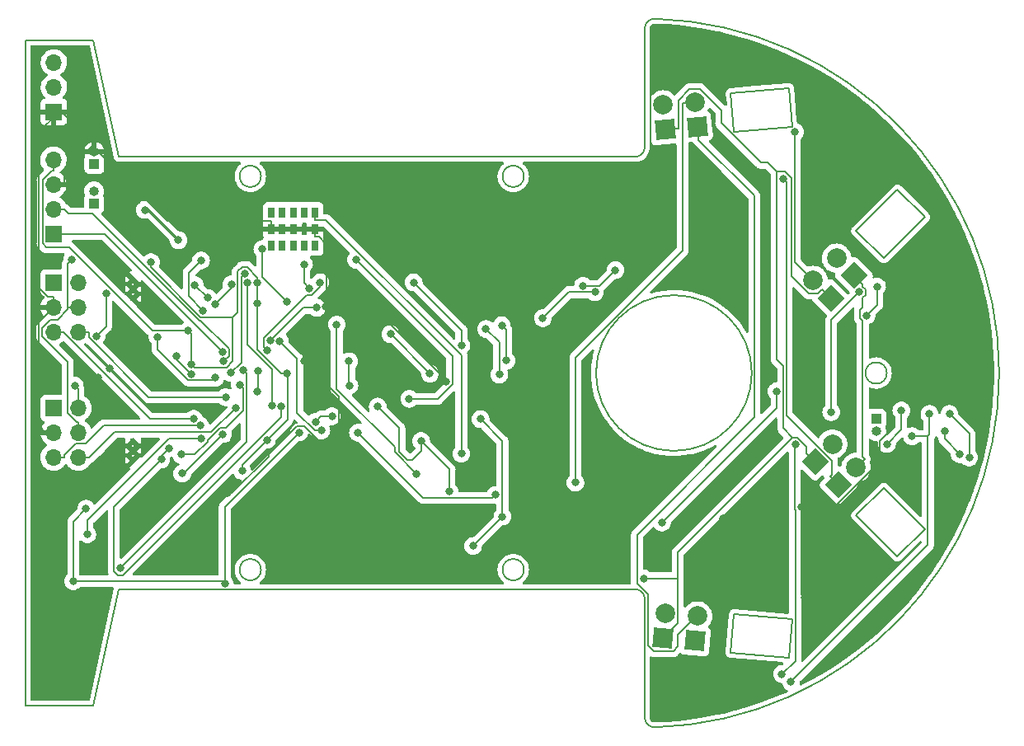
<source format=gbl>
G04 #@! TF.GenerationSoftware,KiCad,Pcbnew,(6.0.7)*
G04 #@! TF.CreationDate,2022-09-24T03:58:47+09:00*
G04 #@! TF.ProjectId,Quatro,51756174-726f-42e6-9b69-6361645f7063,0*
G04 #@! TF.SameCoordinates,Original*
G04 #@! TF.FileFunction,Copper,L2,Bot*
G04 #@! TF.FilePolarity,Positive*
%FSLAX46Y46*%
G04 Gerber Fmt 4.6, Leading zero omitted, Abs format (unit mm)*
G04 Created by KiCad (PCBNEW (6.0.7)) date 2022-09-24 03:58:47*
%MOMM*%
%LPD*%
G01*
G04 APERTURE LIST*
G04 Aperture macros list*
%AMHorizOval*
0 Thick line with rounded ends*
0 $1 width*
0 $2 $3 position (X,Y) of the first rounded end (center of the circle)*
0 $4 $5 position (X,Y) of the second rounded end (center of the circle)*
0 Add line between two ends*
20,1,$1,$2,$3,$4,$5,0*
0 Add two circle primitives to create the rounded ends*
1,1,$1,$2,$3*
1,1,$1,$4,$5*%
%AMRotRect*
0 Rectangle, with rotation*
0 The origin of the aperture is its center*
0 $1 length*
0 $2 width*
0 $3 Rotation angle, in degrees counterclockwise*
0 Add horizontal line*
21,1,$1,$2,0,0,$3*%
G04 Aperture macros list end*
G04 #@! TA.AperFunction,Profile*
%ADD10C,0.200000*%
G04 #@! TD*
G04 #@! TA.AperFunction,ComponentPad*
%ADD11C,0.600000*%
G04 #@! TD*
G04 #@! TA.AperFunction,ComponentPad*
%ADD12R,0.700000X1.100000*%
G04 #@! TD*
G04 #@! TA.AperFunction,ComponentPad*
%ADD13R,0.800000X1.100000*%
G04 #@! TD*
G04 #@! TA.AperFunction,ComponentPad*
%ADD14RotRect,2.000000X2.000000X45.000000*%
G04 #@! TD*
G04 #@! TA.AperFunction,ComponentPad*
%ADD15HorizOval,2.000000X0.000000X0.000000X0.000000X0.000000X0*%
G04 #@! TD*
G04 #@! TA.AperFunction,ComponentPad*
%ADD16RotRect,2.000000X2.000000X135.000000*%
G04 #@! TD*
G04 #@! TA.AperFunction,ComponentPad*
%ADD17HorizOval,2.000000X0.000000X0.000000X0.000000X0.000000X0*%
G04 #@! TD*
G04 #@! TA.AperFunction,ComponentPad*
%ADD18RotRect,2.000000X2.000000X95.000000*%
G04 #@! TD*
G04 #@! TA.AperFunction,ComponentPad*
%ADD19HorizOval,2.000000X0.000000X0.000000X0.000000X0.000000X0*%
G04 #@! TD*
G04 #@! TA.AperFunction,ComponentPad*
%ADD20RotRect,2.000000X2.000000X85.000000*%
G04 #@! TD*
G04 #@! TA.AperFunction,ComponentPad*
%ADD21HorizOval,2.000000X0.000000X0.000000X0.000000X0.000000X0*%
G04 #@! TD*
G04 #@! TA.AperFunction,ComponentPad*
%ADD22R,1.700000X1.700000*%
G04 #@! TD*
G04 #@! TA.AperFunction,ComponentPad*
%ADD23O,1.700000X1.700000*%
G04 #@! TD*
G04 #@! TA.AperFunction,ComponentPad*
%ADD24R,1.000000X1.000000*%
G04 #@! TD*
G04 #@! TA.AperFunction,ComponentPad*
%ADD25O,1.000000X1.000000*%
G04 #@! TD*
G04 #@! TA.AperFunction,ViaPad*
%ADD26C,0.800000*%
G04 #@! TD*
G04 #@! TA.AperFunction,Conductor*
%ADD27C,0.200000*%
G04 #@! TD*
G04 #@! TA.AperFunction,Conductor*
%ADD28C,0.300000*%
G04 #@! TD*
G04 APERTURE END LIST*
D10*
X180800000Y-94600000D02*
G75*
G03*
X180800000Y-94600000I-8000000J0D01*
G01*
X184962896Y-119873643D02*
X184614273Y-123858422D01*
X178985727Y-119350708D02*
X184962896Y-119873643D01*
X184614273Y-123858422D02*
X178637104Y-123335487D01*
X115800000Y-116800000D02*
X168800000Y-116800000D01*
X115800000Y-72400000D02*
X113200000Y-60400000D01*
X130400000Y-74400000D02*
G75*
G03*
X130400000Y-74400000I-1100000J0D01*
G01*
X170828250Y-58214499D02*
G75*
G03*
X169800000Y-59214127I-28250J-999601D01*
G01*
X198582048Y-78575229D02*
X194339407Y-82817870D01*
X169800000Y-117800000D02*
X169800000Y-129985873D01*
X195753620Y-75746802D02*
X198582048Y-78575229D01*
X168800000Y-72400000D02*
G75*
G03*
X169800000Y-71400000I0J1000000D01*
G01*
X194339407Y-106382130D02*
X198582048Y-110624771D01*
X157400000Y-74400000D02*
G75*
G03*
X157400000Y-74400000I-1100000J0D01*
G01*
X184614273Y-65341578D02*
X184962896Y-69326357D01*
X168800000Y-72400000D02*
X115800000Y-72400000D01*
X191510980Y-79989443D02*
X195753620Y-75746802D01*
X198582048Y-110624771D02*
X195753620Y-113453198D01*
X169800000Y-59214127D02*
X169800000Y-71400000D01*
X170828249Y-130985474D02*
G75*
G03*
X170828249Y-58214526I-1028249J36385474D01*
G01*
X169800000Y-117800000D02*
G75*
G03*
X168800000Y-116800000I-1000000J0D01*
G01*
X191510980Y-109210557D02*
X194339407Y-106382130D01*
X195753620Y-113453198D02*
X191510980Y-109210557D01*
X178637104Y-65864513D02*
X184614273Y-65341578D01*
X106200000Y-128800000D02*
X113200000Y-128800000D01*
X178637104Y-123335487D02*
X178985727Y-119350708D01*
X157400000Y-114800000D02*
G75*
G03*
X157400000Y-114800000I-1100000J0D01*
G01*
X178985727Y-69849292D02*
X178637104Y-65864513D01*
X106200000Y-60400000D02*
X106200000Y-128800000D01*
X130400000Y-114800000D02*
G75*
G03*
X130400000Y-114800000I-1100000J0D01*
G01*
X169800027Y-129985873D02*
G75*
G03*
X170828249Y-130985474I999973J-27D01*
G01*
X113200000Y-60400000D02*
X106200000Y-60400000D01*
X194666000Y-94600000D02*
G75*
G03*
X194666000Y-94600000I-1100000J0D01*
G01*
X194339407Y-82817870D02*
X191510980Y-79989443D01*
X113200000Y-128800000D02*
X115800000Y-116800000D01*
X184962896Y-69326357D02*
X178985727Y-69849292D01*
D11*
X117250000Y-103575000D03*
X117250000Y-101575000D03*
X117250000Y-102575000D03*
X117250000Y-86975000D03*
X117250000Y-84975000D03*
X117250000Y-85975000D03*
D12*
X135950000Y-78100000D03*
X134850000Y-78100000D03*
D13*
X133700000Y-78100000D03*
D12*
X132550000Y-78100000D03*
X131450000Y-78100000D03*
X131450000Y-79800000D03*
X131450000Y-81500000D03*
X132550000Y-81500000D03*
D13*
X133700000Y-81500000D03*
D12*
X134850000Y-81500000D03*
X135950000Y-81500000D03*
X135950000Y-79800000D03*
D13*
X133700000Y-79800000D03*
D12*
X132550000Y-79800000D03*
D14*
X189700000Y-106100000D03*
D15*
X191496051Y-104303949D03*
D16*
X188900000Y-86900000D03*
D17*
X187103949Y-85103949D03*
D18*
X171900000Y-69600000D03*
D19*
X171678624Y-67069665D03*
D20*
X175000000Y-122100000D03*
D21*
X175221376Y-119569665D03*
D20*
X171700000Y-121800000D03*
D21*
X171921376Y-119269665D03*
D14*
X187300000Y-103700000D03*
D15*
X189096051Y-101903949D03*
D18*
X175200000Y-69300000D03*
D19*
X174978624Y-66769665D03*
D16*
X191300000Y-84600000D03*
D17*
X189503949Y-82803949D03*
D22*
X109100000Y-85300000D03*
D23*
X111640000Y-85300000D03*
X109100000Y-87840000D03*
X111640000Y-87840000D03*
X109100000Y-90380000D03*
X111640000Y-90380000D03*
D24*
X113275000Y-73125000D03*
D25*
X113275000Y-71855000D03*
D24*
X193600000Y-99300000D03*
D25*
X193600000Y-100570000D03*
D22*
X109100000Y-98200000D03*
D23*
X111640000Y-98200000D03*
X109100000Y-100740000D03*
X111640000Y-100740000D03*
X109100000Y-103280000D03*
X111640000Y-103280000D03*
D22*
X109075000Y-80325000D03*
D23*
X109075000Y-77785000D03*
X109075000Y-75245000D03*
X109075000Y-72705000D03*
D24*
X113250000Y-77200000D03*
D25*
X113250000Y-75930000D03*
D22*
X109125000Y-67775000D03*
D23*
X109125000Y-65235000D03*
X109125000Y-62695000D03*
D26*
X193125000Y-74075000D03*
X164200000Y-99350000D03*
X182500000Y-63925000D03*
X181100000Y-61625000D03*
X187550000Y-69775000D03*
X197175000Y-104475000D03*
X182025000Y-102125000D03*
X156100000Y-88175000D03*
X149400000Y-85400000D03*
X182300000Y-94025000D03*
X182300000Y-89725000D03*
X114050000Y-112025000D03*
X118500000Y-107650000D03*
X177850000Y-109550000D03*
X176750000Y-107075000D03*
X190300000Y-95250000D03*
X179750000Y-73175000D03*
X176125000Y-78550000D03*
X176000000Y-81850000D03*
X120475000Y-82100000D03*
X120650000Y-75525000D03*
X115850000Y-76825000D03*
X114025000Y-82275000D03*
X114850000Y-94125000D03*
X113700000Y-95100000D03*
X116025000Y-90700000D03*
X147325000Y-114925000D03*
X143450000Y-114825000D03*
X139950000Y-114925000D03*
X143350000Y-111150000D03*
X143550000Y-107825000D03*
X205250000Y-93575000D03*
X170775000Y-81450000D03*
X192950000Y-69750000D03*
X191400000Y-68300000D03*
X189650000Y-66650000D03*
X151075000Y-74625000D03*
X148600000Y-74675000D03*
X159925000Y-92975000D03*
X159925000Y-97700000D03*
X159925000Y-95300000D03*
X196450000Y-117275000D03*
X154875000Y-94750000D03*
X153500000Y-90075000D03*
X155600000Y-93325000D03*
X155125000Y-89700000D03*
X139450000Y-93400000D03*
X139475000Y-95900000D03*
X183341900Y-96467100D03*
X171568700Y-109951300D03*
X123221800Y-94703600D03*
X121707400Y-92873400D03*
X133086600Y-87307200D03*
X130540500Y-81872300D03*
X123221800Y-93696200D03*
X131001500Y-101475600D03*
X122905100Y-90242900D03*
X134813600Y-83425000D03*
X135355600Y-85905800D03*
X130028000Y-85340700D03*
X128462400Y-104645400D03*
X119100800Y-83210300D03*
X152175900Y-112357900D03*
X155183600Y-109350200D03*
X152938500Y-99337700D03*
X133063900Y-94651200D03*
X130015600Y-87465800D03*
X128230000Y-95815000D03*
X122193000Y-102975300D03*
X132460400Y-98040100D03*
X120150600Y-103481100D03*
X120915600Y-102325000D03*
X131503700Y-97978500D03*
X129019400Y-85340700D03*
X127356100Y-85495100D03*
X125658300Y-87544000D03*
X123613400Y-85572600D03*
X124929600Y-86888800D03*
X145622500Y-97247400D03*
X140156200Y-82965400D03*
X131037100Y-92270500D03*
X136466400Y-85298700D03*
X146076700Y-85298700D03*
X150981100Y-91770800D03*
X143690600Y-90605300D03*
X147744100Y-94658800D03*
X122307600Y-104919400D03*
X126491000Y-100886200D03*
X154471300Y-107127200D03*
X140357300Y-100724300D03*
X136592700Y-100498700D03*
X132299400Y-91315800D03*
X138172800Y-89632700D03*
X146389800Y-104957000D03*
X166797400Y-84036000D03*
X163459500Y-85644900D03*
X136125400Y-87899800D03*
X131330200Y-91281300D03*
X128565000Y-94275300D03*
X115953100Y-114652200D03*
X159344000Y-88951600D03*
X164683700Y-86296500D03*
X130118400Y-94391500D03*
X130040400Y-96465400D03*
X125679600Y-95092200D03*
X119780100Y-90894300D03*
X124460900Y-88194300D03*
X124242500Y-83030000D03*
X127309600Y-94587500D03*
X128716500Y-84390300D03*
X192573200Y-88700000D03*
X193664600Y-85730600D03*
X111270700Y-95888600D03*
X124148900Y-99996700D03*
X127846100Y-98160400D03*
X126775200Y-97080100D03*
X123488800Y-99289600D03*
X113497800Y-90789600D03*
X114482700Y-86400300D03*
X112563500Y-111163200D03*
X124265700Y-101333600D03*
X126436900Y-92417100D03*
X126565200Y-93374800D03*
X184012000Y-74625000D03*
X146838500Y-101577300D03*
X149759800Y-106761900D03*
X169687300Y-115691400D03*
X142379800Y-98047100D03*
X121925000Y-80950000D03*
X118475000Y-77850000D03*
X150968600Y-102877100D03*
X111000400Y-82942200D03*
X162680400Y-105847500D03*
X185256500Y-101903900D03*
X183894000Y-125519700D03*
X185238500Y-69834700D03*
X202144200Y-102930100D03*
X200583500Y-100600200D03*
X203129600Y-103277000D03*
X201090700Y-98805800D03*
X194680100Y-101900000D03*
X196157100Y-98441800D03*
X197265700Y-101091400D03*
X199043700Y-98806800D03*
X184830200Y-126330000D03*
X191843800Y-86288900D03*
X188954600Y-98615700D03*
X137685100Y-99043700D03*
X135994400Y-99618900D03*
X134794800Y-93373500D03*
X171075000Y-64453900D03*
X171225000Y-72369800D03*
X137157400Y-102137600D03*
X185856300Y-108377200D03*
X186192100Y-117642900D03*
X126129400Y-84702500D03*
X124353800Y-109278100D03*
X126969100Y-106960000D03*
X196287800Y-84400000D03*
X196220400Y-90820000D03*
X137075800Y-87812500D03*
X107679800Y-100516700D03*
X149389200Y-95461600D03*
X108081900Y-110141500D03*
X134304300Y-100699800D03*
X126677000Y-116226300D03*
X111113900Y-115980900D03*
X112434500Y-108535800D03*
D27*
X154875000Y-91450000D02*
X153500000Y-90075000D01*
X154875000Y-94750000D02*
X154875000Y-91450000D01*
X155600000Y-90175000D02*
X155125000Y-89700000D01*
X155600000Y-93325000D02*
X155600000Y-90175000D01*
X139450000Y-95875000D02*
X139475000Y-95900000D01*
X139450000Y-93400000D02*
X139450000Y-95725000D01*
X139450000Y-95725000D02*
X139450000Y-95875000D01*
X183341900Y-98178100D02*
X183341900Y-96467100D01*
X171568700Y-109951300D02*
X183341900Y-98178100D01*
X121707400Y-93189200D02*
X123221800Y-94703600D01*
X121707400Y-92873400D02*
X121707400Y-93189200D01*
X130540500Y-84761100D02*
X133086600Y-87307200D01*
X130540500Y-81872300D02*
X130540500Y-84761100D01*
X123221800Y-90559600D02*
X122905100Y-90242900D01*
X123221800Y-93696200D02*
X123221800Y-90559600D01*
X109075000Y-72705000D02*
X109075000Y-73805300D01*
X108937500Y-73805300D02*
X109075000Y-73805300D01*
X107974600Y-74768200D02*
X108937500Y-73805300D01*
X107974600Y-81303300D02*
X107974600Y-74768200D01*
X108344600Y-81673300D02*
X107974600Y-81303300D01*
X110675400Y-81673300D02*
X108344600Y-81673300D01*
X119245000Y-90242900D02*
X110675400Y-81673300D01*
X122905100Y-90242900D02*
X119245000Y-90242900D01*
X134813600Y-85363800D02*
X134813600Y-83425000D01*
X135355600Y-85905800D02*
X134813600Y-85363800D01*
X128462400Y-104014700D02*
X128462400Y-104645400D01*
X131001500Y-101475600D02*
X128462400Y-104014700D01*
X152175900Y-112357900D02*
X155183600Y-109350200D01*
X133132200Y-94719500D02*
X133063900Y-94651200D01*
X133132200Y-99344900D02*
X133132200Y-94719500D01*
X131001500Y-101475600D02*
X133132200Y-99344900D01*
X155183600Y-101582800D02*
X152938500Y-99337700D01*
X155183600Y-109350200D02*
X155183600Y-101582800D01*
X130015600Y-85353100D02*
X130015600Y-87465800D01*
X130028000Y-85340700D02*
X130015600Y-85353100D01*
X124191600Y-88844600D02*
X127509900Y-88844600D01*
X119100800Y-83753800D02*
X124191600Y-88844600D01*
X119100800Y-83210300D02*
X119100800Y-83753800D01*
X127509900Y-93399100D02*
X127509900Y-88844600D01*
X126855800Y-94053200D02*
X127509900Y-93399100D01*
X123578800Y-94053200D02*
X126855800Y-94053200D01*
X123221800Y-93696200D02*
X123578800Y-94053200D01*
X130028000Y-84782100D02*
X130028000Y-85340700D01*
X128985900Y-83740000D02*
X130028000Y-84782100D01*
X128447200Y-83740000D02*
X128985900Y-83740000D01*
X128018700Y-84168500D02*
X128447200Y-83740000D01*
X128018700Y-88335800D02*
X128018700Y-84168500D01*
X127509900Y-88844600D02*
X128018700Y-88335800D01*
X132498200Y-94651200D02*
X133063900Y-94651200D01*
X130015600Y-92168600D02*
X132498200Y-94651200D01*
X130015600Y-87465800D02*
X130015600Y-92168600D01*
X128565000Y-96150000D02*
X128230000Y-95815000D01*
X128565000Y-98431500D02*
X128565000Y-96150000D01*
X126760600Y-100235900D02*
X128565000Y-98431500D01*
X126221800Y-100235900D02*
X126760600Y-100235900D01*
X124916000Y-101541700D02*
X126221800Y-100235900D01*
X124916000Y-101654100D02*
X124916000Y-101541700D01*
X123594800Y-102975300D02*
X124916000Y-101654100D01*
X122193000Y-102975300D02*
X123594800Y-102975300D01*
X120150600Y-103090000D02*
X120150600Y-103481100D01*
X120915600Y-102325000D02*
X120150600Y-103090000D01*
X115298600Y-108333100D02*
X120150600Y-103481100D01*
X115298600Y-114977100D02*
X115298600Y-108333100D01*
X115669500Y-115348000D02*
X115298600Y-114977100D01*
X116207500Y-115348000D02*
X115669500Y-115348000D01*
X132460400Y-99095100D02*
X116207500Y-115348000D01*
X132460400Y-98040100D02*
X132460400Y-99095100D01*
X131503700Y-94194300D02*
X131503700Y-97978500D01*
X129019400Y-91710000D02*
X131503700Y-94194300D01*
X129019400Y-85340700D02*
X129019400Y-91710000D01*
X127356100Y-85846200D02*
X125658300Y-87544000D01*
X127356100Y-85495100D02*
X127356100Y-85846200D01*
X124929600Y-86888800D02*
X123613400Y-85572600D01*
X148543100Y-97247400D02*
X145622500Y-97247400D01*
X150039600Y-95750900D02*
X148543100Y-97247400D01*
X150039600Y-92848800D02*
X150039600Y-95750900D01*
X140156200Y-82965400D02*
X150039600Y-92848800D01*
X150981100Y-90203100D02*
X146076700Y-85298700D01*
X150981100Y-91770800D02*
X150981100Y-90203100D01*
X136466400Y-85725700D02*
X136466400Y-85298700D01*
X135583200Y-86608900D02*
X136466400Y-85725700D01*
X135051600Y-86608900D02*
X135583200Y-86608900D01*
X130671000Y-90989500D02*
X135051600Y-86608900D01*
X130671000Y-91904400D02*
X130671000Y-90989500D01*
X131037100Y-92270500D02*
X130671000Y-91904400D01*
X147744100Y-94658800D02*
X143690600Y-90605300D01*
X122457800Y-104919400D02*
X122307600Y-104919400D01*
X126491000Y-100886200D02*
X122457800Y-104919400D01*
X154176700Y-107421800D02*
X154471300Y-107127200D01*
X147054800Y-107421800D02*
X154176700Y-107421800D01*
X140357300Y-100724300D02*
X147054800Y-107421800D01*
X134107000Y-93123400D02*
X132299400Y-91315800D01*
X134107000Y-98698300D02*
X134107000Y-93123400D01*
X135907400Y-100498700D02*
X134107000Y-98698300D01*
X136592700Y-100498700D02*
X135907400Y-100498700D01*
X144127200Y-102694400D02*
X146389800Y-104957000D01*
X144127200Y-102199000D02*
X144127200Y-102694400D01*
X138172800Y-96244600D02*
X144127200Y-102199000D01*
X138172800Y-89632700D02*
X138172800Y-96244600D01*
X165188500Y-85644900D02*
X163459500Y-85644900D01*
X166797400Y-84036000D02*
X165188500Y-85644900D01*
X134711700Y-87899800D02*
X131330200Y-91281300D01*
X136125400Y-87899800D02*
X134711700Y-87899800D01*
X128915300Y-94625600D02*
X128565000Y-94275300D01*
X128915300Y-101690000D02*
X128915300Y-94625600D01*
X115953100Y-114652200D02*
X128915300Y-101690000D01*
X161999100Y-86296500D02*
X159344000Y-88951600D01*
X164683700Y-86296500D02*
X161999100Y-86296500D01*
X122963000Y-84309500D02*
X124242500Y-83030000D01*
X122963000Y-86696400D02*
X122963000Y-84309500D01*
X124460900Y-88194300D02*
X122963000Y-86696400D01*
X125417800Y-95354000D02*
X125679600Y-95092200D01*
X122939700Y-95354000D02*
X125417800Y-95354000D01*
X119780100Y-92194400D02*
X122939700Y-95354000D01*
X119780100Y-90894300D02*
X119780100Y-92194400D01*
X130118400Y-96387400D02*
X130118400Y-94391500D01*
X130040400Y-96465400D02*
X130118400Y-96387400D01*
X128369100Y-93528000D02*
X127309600Y-94587500D01*
X128369100Y-84737700D02*
X128369100Y-93528000D01*
X128716500Y-84390300D02*
X128369100Y-84737700D01*
X193664600Y-87608600D02*
X192573200Y-88700000D01*
X193664600Y-85730600D02*
X193664600Y-87608600D01*
X111640000Y-96257900D02*
X111640000Y-98200000D01*
X111270700Y-95888600D02*
X111640000Y-96257900D01*
X109100000Y-103280000D02*
X110200300Y-103280000D01*
X114233500Y-99996700D02*
X124148900Y-99996700D01*
X112389800Y-101840400D02*
X114233500Y-99996700D01*
X111411900Y-101840400D02*
X112389800Y-101840400D01*
X110200300Y-103052000D02*
X111411900Y-101840400D01*
X110200300Y-103280000D02*
X110200300Y-103052000D01*
X111640000Y-103280000D02*
X112740300Y-103280000D01*
X115364900Y-100655400D02*
X112740300Y-103280000D01*
X125306900Y-100655400D02*
X115364900Y-100655400D01*
X127801900Y-98160400D02*
X125306900Y-100655400D01*
X127846100Y-98160400D02*
X127801900Y-98160400D01*
X111640000Y-90380000D02*
X112740300Y-90380000D01*
X118868700Y-97080100D02*
X126775200Y-97080100D01*
X112740300Y-90951700D02*
X118868700Y-97080100D01*
X112740300Y-90380000D02*
X112740300Y-90951700D01*
X109100000Y-90380000D02*
X110200300Y-90380000D01*
X118972400Y-99289600D02*
X123488800Y-99289600D01*
X110200300Y-90517500D02*
X118972400Y-99289600D01*
X110200300Y-90380000D02*
X110200300Y-90517500D01*
X114482700Y-89804700D02*
X114482700Y-86400300D01*
X113497800Y-90789600D02*
X114482700Y-89804700D01*
X112563500Y-109748800D02*
X112563500Y-111163200D01*
X120978700Y-101333600D02*
X112563500Y-109748800D01*
X124265700Y-101333600D02*
X120978700Y-101333600D01*
X114344800Y-80325000D02*
X126436900Y-92417100D01*
X109075000Y-80325000D02*
X114344800Y-80325000D01*
X109075000Y-77785000D02*
X110175300Y-77785000D01*
X127094100Y-92845900D02*
X126565200Y-93374800D01*
X127094100Y-92141800D02*
X127094100Y-92845900D01*
X124147200Y-89194900D02*
X127094100Y-92141800D01*
X124046500Y-89194900D02*
X124147200Y-89194900D01*
X113092500Y-78240900D02*
X124046500Y-89194900D01*
X110631200Y-78240900D02*
X113092500Y-78240900D01*
X110175300Y-77785000D02*
X110631200Y-78240900D01*
X181055300Y-76391400D02*
X175318600Y-70654700D01*
X181055300Y-99166300D02*
X181055300Y-76391400D01*
X169014400Y-111207200D02*
X181055300Y-99166300D01*
X169014400Y-116217500D02*
X169014400Y-111207200D01*
X170137200Y-117340300D02*
X169014400Y-116217500D01*
X170137200Y-122584100D02*
X170137200Y-117340300D01*
X170695800Y-123142700D02*
X170137200Y-122584100D01*
X172761900Y-123142700D02*
X170695800Y-123142700D01*
X173206000Y-122698600D02*
X172761900Y-123142700D01*
X173206000Y-121468000D02*
X173206000Y-122698600D01*
X175104300Y-119569700D02*
X173206000Y-121468000D01*
X175221400Y-119569700D02*
X175104300Y-119569700D01*
X175200000Y-69300000D02*
X175318600Y-70654700D01*
X189700000Y-106100000D02*
X188815900Y-105215900D01*
X184362300Y-74975300D02*
X184012000Y-74625000D01*
X184362300Y-98938500D02*
X184362300Y-74975300D01*
X189011000Y-103587200D02*
X184362300Y-98938500D01*
X189011000Y-105020800D02*
X189011000Y-103587200D01*
X188815900Y-105215900D02*
X189011000Y-105020800D01*
X191300000Y-84600000D02*
X192184100Y-85484100D01*
X191496100Y-104303900D02*
X192380200Y-103419800D01*
X192184100Y-103223800D02*
X192380200Y-103419800D01*
X192184100Y-89230400D02*
X192184100Y-103223800D01*
X191917100Y-88963400D02*
X192184100Y-89230400D01*
X191917100Y-88104500D02*
X191917100Y-88963400D01*
X192184100Y-87837500D02*
X191917100Y-88104500D01*
X192184100Y-86868300D02*
X192184100Y-87837500D01*
X192494100Y-86558300D02*
X192184100Y-86868300D01*
X192494100Y-86019500D02*
X192494100Y-86558300D01*
X192184100Y-85709500D02*
X192494100Y-86019500D01*
X192184100Y-85484100D02*
X192184100Y-85709500D01*
X187300000Y-103700000D02*
X186415900Y-102815900D01*
X173206200Y-120293800D02*
X171700000Y-121800000D01*
X173206200Y-115691400D02*
X173206200Y-120293800D01*
X173206200Y-115691400D02*
X169687300Y-115691400D01*
X171900000Y-69600000D02*
X173254700Y-69481400D01*
X188900000Y-86900000D02*
X188015900Y-86015900D01*
X185505500Y-101233000D02*
X184976400Y-101233000D01*
X186415900Y-102143400D02*
X185505500Y-101233000D01*
X186415900Y-102815900D02*
X186415900Y-102143400D01*
X173206200Y-113003200D02*
X173206200Y-115691400D01*
X184976400Y-101233000D02*
X173206200Y-113003200D01*
X187625700Y-86406100D02*
X188015900Y-86015900D01*
X186638000Y-86406100D02*
X187625700Y-86406100D01*
X184888100Y-84656200D02*
X186638000Y-86406100D01*
X184888100Y-74557300D02*
X184888100Y-84656200D01*
X184223500Y-73892700D02*
X184888100Y-74557300D01*
X183327800Y-73892700D02*
X184223500Y-73892700D01*
X182432100Y-72997000D02*
X183327800Y-73892700D01*
X181710700Y-72997000D02*
X182432100Y-72997000D01*
X177656700Y-68943000D02*
X181710700Y-72997000D01*
X177656700Y-67632100D02*
X177656700Y-68943000D01*
X175487200Y-65462600D02*
X177656700Y-67632100D01*
X174401200Y-65462600D02*
X175487200Y-65462600D01*
X173254700Y-66609100D02*
X174401200Y-65462600D01*
X173254700Y-69481400D02*
X173254700Y-66609100D01*
X184011900Y-100268500D02*
X184976400Y-101233000D01*
X184011900Y-93867600D02*
X184011900Y-100268500D01*
X183327800Y-93183500D02*
X184011900Y-93867600D01*
X183327800Y-73892700D02*
X183327800Y-93183500D01*
X149759800Y-104498600D02*
X146838500Y-101577300D01*
X149759800Y-106761900D02*
X149759800Y-104498600D01*
X144601500Y-100268800D02*
X142379800Y-98047100D01*
X144601500Y-102673300D02*
X144601500Y-100268800D01*
X145426600Y-103498400D02*
X144601500Y-102673300D01*
X145970000Y-103498400D02*
X145426600Y-103498400D01*
X146838500Y-102629900D02*
X145970000Y-103498400D01*
X146838500Y-101577300D02*
X146838500Y-102629900D01*
D28*
X118825000Y-77850000D02*
X121925000Y-80950000D01*
X118475000Y-77850000D02*
X118825000Y-77850000D01*
D27*
X135950000Y-78100000D02*
X135950000Y-78900300D01*
X137061800Y-78900300D02*
X135950000Y-78900300D01*
X150968600Y-92807100D02*
X137061800Y-78900300D01*
X150968600Y-102877100D02*
X150968600Y-92807100D01*
X110539700Y-88068000D02*
X110539700Y-87840000D01*
X109497700Y-89110000D02*
X110539700Y-88068000D01*
X108782300Y-89110000D02*
X109497700Y-89110000D01*
X107948500Y-89943800D02*
X108782300Y-89110000D01*
X107948500Y-90870300D02*
X107948500Y-89943800D01*
X110539700Y-93461500D02*
X107948500Y-90870300D01*
X110539700Y-98677100D02*
X110539700Y-93461500D01*
X111502300Y-99639700D02*
X110539700Y-98677100D01*
X111640000Y-99639700D02*
X111502300Y-99639700D01*
X111640000Y-100740000D02*
X111640000Y-99639700D01*
X111640000Y-87840000D02*
X110627300Y-87840000D01*
X110627300Y-87840000D02*
X110539700Y-87840000D01*
X110539700Y-83402900D02*
X111000400Y-82942200D01*
X110539700Y-87840000D02*
X110539700Y-83402900D01*
X162680400Y-93029800D02*
X162680400Y-105847500D01*
X173687800Y-82022400D02*
X162680400Y-93029800D01*
X173687800Y-66882700D02*
X173687800Y-82022400D01*
X174978600Y-66769700D02*
X173687800Y-66882700D01*
X185256500Y-124157200D02*
X183894000Y-125519700D01*
X185256500Y-108697000D02*
X185256500Y-124157200D01*
X185206000Y-108646500D02*
X185256500Y-108697000D01*
X185206000Y-101954400D02*
X185206000Y-108646500D01*
X185256500Y-101903900D02*
X185206000Y-101954400D01*
X185238500Y-83238500D02*
X185238500Y-69834700D01*
X187103900Y-85103900D02*
X185238500Y-83238500D01*
X200583500Y-101369400D02*
X202144200Y-102930100D01*
X200583500Y-100600200D02*
X200583500Y-101369400D01*
X203129600Y-100844700D02*
X201090700Y-98805800D01*
X203129600Y-103277000D02*
X203129600Y-100844700D01*
X196157100Y-100423000D02*
X194680100Y-101900000D01*
X196157100Y-98441800D02*
X196157100Y-100423000D01*
X199043700Y-100924700D02*
X198877000Y-101091400D01*
X199043700Y-98806800D02*
X199043700Y-100924700D01*
X198877000Y-101091400D02*
X197265700Y-101091400D01*
X198877000Y-112283200D02*
X184830200Y-126330000D01*
X198877000Y-101091400D02*
X198877000Y-112283200D01*
X188954600Y-89178100D02*
X188954600Y-98615700D01*
X191843800Y-86288900D02*
X188954600Y-89178100D01*
X136569600Y-99043700D02*
X137685100Y-99043700D01*
X135994400Y-99618900D02*
X136569600Y-99043700D01*
X135950000Y-79800000D02*
X135950000Y-80600300D01*
X110225300Y-68055000D02*
X113275000Y-71104700D01*
X110225300Y-67775000D02*
X110225300Y-68055000D01*
X109075000Y-75245000D02*
X110175300Y-75245000D01*
X110175300Y-74204400D02*
X113275000Y-71104700D01*
X110175300Y-75245000D02*
X110175300Y-74204400D01*
X109125000Y-67775000D02*
X109675200Y-67775000D01*
X109675200Y-67775000D02*
X110225300Y-67775000D01*
X108482900Y-86739700D02*
X109100000Y-86739700D01*
X107606500Y-85863300D02*
X108482900Y-86739700D01*
X107606500Y-69843700D02*
X107606500Y-85863300D01*
X109675200Y-67775000D02*
X107606500Y-69843700D01*
X109100000Y-87840000D02*
X109100000Y-86739700D01*
X113275000Y-71855000D02*
X113275000Y-71479800D01*
X113275000Y-71479800D02*
X113275000Y-71104700D01*
X131450000Y-79800000D02*
X131450000Y-78999700D01*
X170367000Y-65161900D02*
X171075000Y-64453900D01*
X170367000Y-71511800D02*
X170367000Y-65161900D01*
X171225000Y-72369800D02*
X170367000Y-71511800D01*
X126129400Y-84702500D02*
X126129400Y-78999700D01*
X120794900Y-78999700D02*
X126129400Y-78999700D01*
X113275000Y-71479800D02*
X120794900Y-78999700D01*
X126129400Y-78999700D02*
X131450000Y-78999700D01*
X124651000Y-109278100D02*
X124353800Y-109278100D01*
X126969100Y-106960000D02*
X124651000Y-109278100D01*
X196220400Y-84467400D02*
X196287800Y-84400000D01*
X196220400Y-90820000D02*
X196220400Y-84467400D01*
X185856300Y-117307100D02*
X186192100Y-117642900D01*
X185856300Y-108377200D02*
X185856300Y-117307100D01*
X196220400Y-95345200D02*
X196220400Y-90820000D01*
X194701600Y-96864000D02*
X196220400Y-95345200D01*
X194701600Y-100803900D02*
X194701600Y-96864000D01*
X193955200Y-101550300D02*
X194701600Y-100803900D01*
X193955200Y-103714100D02*
X193955200Y-101550300D01*
X189292100Y-108377200D02*
X193955200Y-103714100D01*
X185856300Y-108377200D02*
X189292100Y-108377200D01*
X138393600Y-96972300D02*
X134794800Y-93373500D01*
X138393600Y-100901400D02*
X138393600Y-96972300D01*
X137157400Y-102137600D02*
X138393600Y-100901400D01*
X136952200Y-102137600D02*
X137157400Y-102137600D01*
X134848800Y-100034200D02*
X136952200Y-102137600D01*
X134050200Y-100034200D02*
X134848800Y-100034200D01*
X131156500Y-102927900D02*
X134050200Y-100034200D01*
X131156500Y-103197300D02*
X131156500Y-102927900D01*
X127393800Y-106960000D02*
X131156500Y-103197300D01*
X126969100Y-106960000D02*
X127393800Y-106960000D01*
X107584100Y-100421000D02*
X107679800Y-100516700D01*
X107584100Y-89355900D02*
X107584100Y-100421000D01*
X109100000Y-87840000D02*
X107584100Y-89355900D01*
X107679800Y-109739400D02*
X108081900Y-110141500D01*
X107679800Y-100516700D02*
X107679800Y-109739400D01*
X149389200Y-95318700D02*
X149389200Y-95461600D01*
X141883000Y-87812500D02*
X149389200Y-95318700D01*
X137075800Y-87812500D02*
X141883000Y-87812500D01*
X137075800Y-91092500D02*
X137075800Y-87812500D01*
X134794800Y-93373500D02*
X137075800Y-91092500D01*
X136325200Y-80600300D02*
X135950000Y-80600300D01*
X137116700Y-81391800D02*
X136325200Y-80600300D01*
X137116700Y-87771600D02*
X137116700Y-81391800D01*
X137075800Y-87812500D02*
X137116700Y-87771600D01*
X126677000Y-115980900D02*
X111113900Y-115980900D01*
X126677000Y-116226300D02*
X126677000Y-115980900D01*
X111113900Y-109856400D02*
X111113900Y-115980900D01*
X112434500Y-108535800D02*
X111113900Y-109856400D01*
X126677000Y-108327100D02*
X134304300Y-100699800D01*
X126677000Y-115980900D02*
X126677000Y-108327100D01*
G04 #@! TA.AperFunction,Conductor*
G36*
X184515532Y-102658583D02*
G01*
X184572368Y-102701130D01*
X184597179Y-102767650D01*
X184597500Y-102776639D01*
X184597500Y-108598364D01*
X184596422Y-108614807D01*
X184592250Y-108646500D01*
X184597500Y-108686380D01*
X184597500Y-108686385D01*
X184606844Y-108757362D01*
X184613162Y-108805351D01*
X184638410Y-108866304D01*
X184648000Y-108914520D01*
X184648000Y-119198146D01*
X184627998Y-119266267D01*
X184574342Y-119312760D01*
X184511019Y-119323667D01*
X179038508Y-118844884D01*
X179037745Y-118844814D01*
X178969571Y-118838429D01*
X178969569Y-118838429D01*
X178960631Y-118837592D01*
X178931596Y-118843210D01*
X178914592Y-118845313D01*
X178885063Y-118846938D01*
X178860846Y-118855490D01*
X178842828Y-118860385D01*
X178817626Y-118865261D01*
X178791328Y-118878805D01*
X178775611Y-118885590D01*
X178747719Y-118895440D01*
X178740434Y-118900685D01*
X178740433Y-118900685D01*
X178726884Y-118910439D01*
X178710962Y-118920196D01*
X178688133Y-118931954D01*
X178666699Y-118952330D01*
X178653506Y-118963263D01*
X178636795Y-118975293D01*
X178636793Y-118975295D01*
X178629507Y-118980540D01*
X178623987Y-118987618D01*
X178613716Y-119000788D01*
X178601172Y-119014622D01*
X178582565Y-119032310D01*
X178578056Y-119040073D01*
X178567716Y-119057874D01*
X178558120Y-119072073D01*
X178545454Y-119088315D01*
X178539930Y-119095398D01*
X178530457Y-119119265D01*
X178522300Y-119136064D01*
X178509406Y-119158262D01*
X178507258Y-119166976D01*
X178507256Y-119166980D01*
X178502328Y-119186971D01*
X178497105Y-119203289D01*
X178486193Y-119230780D01*
X178485356Y-119239713D01*
X178485356Y-119239715D01*
X178482982Y-119265065D01*
X178482880Y-119265852D01*
X178482615Y-119266926D01*
X178479879Y-119298194D01*
X178472611Y-119375803D01*
X178472877Y-119377179D01*
X178472851Y-119378523D01*
X178131282Y-123282679D01*
X178131212Y-123283446D01*
X178124825Y-123351641D01*
X178123988Y-123360582D01*
X178129605Y-123389612D01*
X178131709Y-123406621D01*
X178133334Y-123436151D01*
X178141886Y-123460368D01*
X178146781Y-123478386D01*
X178151657Y-123503588D01*
X178165201Y-123529886D01*
X178171986Y-123545603D01*
X178181836Y-123573495D01*
X178187081Y-123580780D01*
X178187081Y-123580781D01*
X178196835Y-123594330D01*
X178206592Y-123610252D01*
X178218350Y-123633081D01*
X178224535Y-123639587D01*
X178238729Y-123654519D01*
X178249661Y-123667710D01*
X178266936Y-123691707D01*
X178283681Y-123704766D01*
X178287181Y-123707496D01*
X178301014Y-123720039D01*
X178318705Y-123738649D01*
X178344277Y-123753502D01*
X178358471Y-123763095D01*
X178381794Y-123781284D01*
X178390136Y-123784595D01*
X178405662Y-123790758D01*
X178422455Y-123798912D01*
X178444658Y-123811808D01*
X178453372Y-123813956D01*
X178453376Y-123813958D01*
X178473367Y-123818886D01*
X178489685Y-123824109D01*
X178517176Y-123835021D01*
X178526109Y-123835858D01*
X178526111Y-123835858D01*
X178551452Y-123838231D01*
X178552249Y-123838334D01*
X178553322Y-123838599D01*
X178556288Y-123838858D01*
X178556292Y-123838859D01*
X178584286Y-123841308D01*
X178585053Y-123841378D01*
X178658268Y-123848235D01*
X178658271Y-123848235D01*
X178662200Y-123848603D01*
X178663576Y-123848337D01*
X178664920Y-123848363D01*
X183949700Y-124310722D01*
X184015818Y-124336586D01*
X184057457Y-124394089D01*
X184061398Y-124464976D01*
X184027813Y-124525338D01*
X183978856Y-124574295D01*
X183916544Y-124608321D01*
X183889761Y-124611200D01*
X183798513Y-124611200D01*
X183792061Y-124612572D01*
X183792056Y-124612572D01*
X183705112Y-124631053D01*
X183611712Y-124650906D01*
X183605682Y-124653591D01*
X183605681Y-124653591D01*
X183443278Y-124725897D01*
X183443276Y-124725898D01*
X183437248Y-124728582D01*
X183282747Y-124840834D01*
X183154960Y-124982756D01*
X183059473Y-125148144D01*
X183000458Y-125329772D01*
X182980496Y-125519700D01*
X183000458Y-125709628D01*
X183059473Y-125891256D01*
X183154960Y-126056644D01*
X183282747Y-126198566D01*
X183437248Y-126310818D01*
X183443276Y-126313502D01*
X183443278Y-126313503D01*
X183605681Y-126385809D01*
X183611712Y-126388494D01*
X183705113Y-126408347D01*
X183792056Y-126426828D01*
X183792061Y-126426828D01*
X183798513Y-126428200D01*
X183815834Y-126428200D01*
X183883955Y-126448202D01*
X183930448Y-126501858D01*
X183936438Y-126520000D01*
X183936658Y-126519928D01*
X183995673Y-126701556D01*
X184091160Y-126866944D01*
X184218947Y-127008866D01*
X184373448Y-127121118D01*
X184379476Y-127123802D01*
X184379478Y-127123803D01*
X184423773Y-127143524D01*
X184477868Y-127189504D01*
X184498518Y-127257431D01*
X184479166Y-127325739D01*
X184422720Y-127374200D01*
X183925673Y-127590080D01*
X183552115Y-127752325D01*
X183548254Y-127753926D01*
X182445013Y-128190190D01*
X182441101Y-128191663D01*
X181323941Y-128591117D01*
X181319983Y-128592458D01*
X180190244Y-128954623D01*
X180186243Y-128955833D01*
X179996563Y-129009771D01*
X179077689Y-129271065D01*
X179045107Y-129280330D01*
X179041074Y-129281406D01*
X178932187Y-129308500D01*
X177889736Y-129567892D01*
X177885664Y-129568833D01*
X176725554Y-129816956D01*
X176721453Y-129817763D01*
X175553659Y-130027288D01*
X175549533Y-130027957D01*
X174792632Y-130137987D01*
X174375503Y-130198625D01*
X174371384Y-130199154D01*
X173769236Y-130266381D01*
X173192299Y-130330793D01*
X173188139Y-130331188D01*
X172005328Y-130423649D01*
X172001156Y-130423905D01*
X171340152Y-130453564D01*
X170860444Y-130475088D01*
X170838944Y-130474213D01*
X170820011Y-130471811D01*
X170811147Y-130473226D01*
X170810190Y-130473241D01*
X170780631Y-130474311D01*
X170729360Y-130469893D01*
X170716672Y-130468799D01*
X170688525Y-130463087D01*
X170609477Y-130437381D01*
X170583355Y-130425445D01*
X170512186Y-130382509D01*
X170489444Y-130364965D01*
X170429850Y-130307029D01*
X170411674Y-130284794D01*
X170366743Y-130214862D01*
X170354073Y-130189085D01*
X170326148Y-130110797D01*
X170319645Y-130082823D01*
X170313317Y-130027653D01*
X170313022Y-130025075D01*
X170312210Y-130009179D01*
X170312310Y-130001034D01*
X170313691Y-129992163D01*
X170309563Y-129960588D01*
X170308500Y-129944254D01*
X170308500Y-123829484D01*
X170328502Y-123761363D01*
X170382158Y-123714870D01*
X170452432Y-123704766D01*
X170482718Y-123713075D01*
X170529319Y-123732378D01*
X170529322Y-123732379D01*
X170536949Y-123735538D01*
X170545137Y-123736616D01*
X170594814Y-123743156D01*
X170695800Y-123756451D01*
X170727499Y-123752278D01*
X170743944Y-123751200D01*
X172713764Y-123751200D01*
X172730207Y-123752278D01*
X172761900Y-123756450D01*
X172770089Y-123755372D01*
X172801774Y-123751201D01*
X172801784Y-123751200D01*
X172801785Y-123751200D01*
X172901357Y-123738091D01*
X172912564Y-123736616D01*
X172912566Y-123736615D01*
X172920751Y-123735538D01*
X173068776Y-123674224D01*
X173095456Y-123653752D01*
X173163972Y-123601177D01*
X173163975Y-123601174D01*
X173189334Y-123581715D01*
X173195887Y-123576687D01*
X173200917Y-123570132D01*
X173215352Y-123551321D01*
X173226219Y-123538930D01*
X173387499Y-123377650D01*
X173449811Y-123343624D01*
X173520626Y-123348689D01*
X173560659Y-123372888D01*
X173624924Y-123430449D01*
X173624926Y-123430450D01*
X173631610Y-123436437D01*
X173639706Y-123440307D01*
X173639707Y-123440308D01*
X173712435Y-123475076D01*
X173763023Y-123499260D01*
X173770772Y-123500794D01*
X173770774Y-123500795D01*
X173795226Y-123505636D01*
X173824380Y-123511409D01*
X173827768Y-123511705D01*
X173827772Y-123511706D01*
X174627980Y-123581715D01*
X175912671Y-123694111D01*
X175916074Y-123694040D01*
X175916083Y-123694040D01*
X175967302Y-123692967D01*
X175967306Y-123692966D01*
X175975205Y-123692801D01*
X175982814Y-123690684D01*
X175982818Y-123690683D01*
X176106886Y-123656158D01*
X176106888Y-123656157D01*
X176115531Y-123653752D01*
X176138333Y-123639587D01*
X176231629Y-123581628D01*
X176231630Y-123581627D01*
X176239257Y-123576889D01*
X176307413Y-123500795D01*
X176330449Y-123475076D01*
X176330450Y-123475074D01*
X176336437Y-123468390D01*
X176351713Y-123436437D01*
X176395853Y-123344104D01*
X176395853Y-123344103D01*
X176399260Y-123336977D01*
X176411409Y-123275620D01*
X176594111Y-121187329D01*
X176592801Y-121124795D01*
X176553752Y-120984469D01*
X176476889Y-120860743D01*
X176368390Y-120763563D01*
X176366784Y-120762795D01*
X176323531Y-120711133D01*
X176314622Y-120640698D01*
X176343206Y-120578914D01*
X176442336Y-120462847D01*
X176442339Y-120462843D01*
X176445552Y-120459081D01*
X176448131Y-120454873D01*
X176448135Y-120454867D01*
X176567030Y-120260848D01*
X176569616Y-120256628D01*
X176660481Y-120037259D01*
X176710082Y-119830657D01*
X176714756Y-119811189D01*
X176714757Y-119811183D01*
X176715911Y-119806376D01*
X176734541Y-119569665D01*
X176715911Y-119332954D01*
X176713682Y-119323667D01*
X176668642Y-119136066D01*
X176660481Y-119102071D01*
X176631585Y-119032310D01*
X176571511Y-118887276D01*
X176571509Y-118887272D01*
X176569616Y-118882702D01*
X176567030Y-118878482D01*
X176448135Y-118684463D01*
X176448131Y-118684457D01*
X176445552Y-118680249D01*
X176291345Y-118499696D01*
X176110792Y-118345489D01*
X176106584Y-118342910D01*
X176106578Y-118342906D01*
X175912559Y-118224011D01*
X175908339Y-118221425D01*
X175903769Y-118219532D01*
X175903765Y-118219530D01*
X175693543Y-118132454D01*
X175693541Y-118132453D01*
X175688970Y-118130560D01*
X175608767Y-118111305D01*
X175462900Y-118076285D01*
X175462894Y-118076284D01*
X175458087Y-118075130D01*
X175221376Y-118056500D01*
X174984665Y-118075130D01*
X174979858Y-118076284D01*
X174979852Y-118076285D01*
X174833985Y-118111305D01*
X174753782Y-118130560D01*
X174749211Y-118132453D01*
X174749209Y-118132454D01*
X174538987Y-118219530D01*
X174538983Y-118219532D01*
X174534413Y-118221425D01*
X174530193Y-118224011D01*
X174336174Y-118342906D01*
X174336168Y-118342910D01*
X174331960Y-118345489D01*
X174151407Y-118499696D01*
X174148199Y-118503452D01*
X174148194Y-118503457D01*
X174036511Y-118634221D01*
X173977061Y-118673031D01*
X173906066Y-118673537D01*
X173846067Y-118635581D01*
X173816114Y-118571213D01*
X173814700Y-118552391D01*
X173814700Y-115739543D01*
X173815778Y-115723097D01*
X173818873Y-115699588D01*
X173819951Y-115691400D01*
X173815778Y-115659703D01*
X173814700Y-115643257D01*
X173814700Y-113307439D01*
X173834702Y-113239318D01*
X173851605Y-113218344D01*
X184382405Y-102687544D01*
X184444717Y-102653518D01*
X184515532Y-102658583D01*
G37*
G04 #@! TD.AperFunction*
G04 #@! TA.AperFunction,Conductor*
G36*
X112756373Y-60928502D02*
G01*
X112802866Y-60982158D01*
X112811395Y-61007819D01*
X115288188Y-72439168D01*
X115289512Y-72451896D01*
X115289860Y-72451848D01*
X115291079Y-72460746D01*
X115291024Y-72469721D01*
X115293491Y-72478352D01*
X115305537Y-72520501D01*
X115307530Y-72528444D01*
X115309810Y-72538966D01*
X115309813Y-72538976D01*
X115310763Y-72543361D01*
X115312325Y-72547566D01*
X115314742Y-72554074D01*
X115317773Y-72563313D01*
X115331051Y-72609771D01*
X115335841Y-72617362D01*
X115338178Y-72622588D01*
X115342776Y-72631887D01*
X115345510Y-72636917D01*
X115348634Y-72645328D01*
X115377500Y-72684091D01*
X115382994Y-72692097D01*
X115408776Y-72732958D01*
X115415508Y-72738903D01*
X115419218Y-72743262D01*
X115426228Y-72750883D01*
X115430270Y-72754950D01*
X115435632Y-72762150D01*
X115455663Y-72777258D01*
X115474197Y-72791237D01*
X115481732Y-72797390D01*
X115517951Y-72829378D01*
X115526081Y-72833195D01*
X115530877Y-72836345D01*
X115539721Y-72841678D01*
X115544752Y-72844452D01*
X115551921Y-72849860D01*
X115560319Y-72853037D01*
X115560318Y-72853037D01*
X115597113Y-72866959D01*
X115606072Y-72870751D01*
X115649800Y-72891281D01*
X115658668Y-72892662D01*
X115664140Y-72894335D01*
X115674188Y-72896987D01*
X115679756Y-72898229D01*
X115688153Y-72901406D01*
X115697103Y-72902099D01*
X115697105Y-72902099D01*
X115727867Y-72904479D01*
X115736319Y-72905133D01*
X115745974Y-72906256D01*
X115760386Y-72908500D01*
X115774973Y-72908500D01*
X115784694Y-72908876D01*
X115833377Y-72912643D01*
X115842160Y-72910796D01*
X115847358Y-72910458D01*
X115866186Y-72908500D01*
X128228065Y-72908500D01*
X128296186Y-72928502D01*
X128342679Y-72982158D01*
X128352783Y-73052432D01*
X128323289Y-73117012D01*
X128309896Y-73130311D01*
X128212063Y-73213869D01*
X128159102Y-73259102D01*
X127994672Y-73451624D01*
X127862384Y-73667498D01*
X127860491Y-73672068D01*
X127860489Y-73672072D01*
X127781281Y-73863297D01*
X127765495Y-73901409D01*
X127758985Y-73928525D01*
X127709864Y-74133131D01*
X127706391Y-74147597D01*
X127686526Y-74400000D01*
X127706391Y-74652403D01*
X127707545Y-74657210D01*
X127707546Y-74657216D01*
X127724617Y-74728320D01*
X127765495Y-74898591D01*
X127767388Y-74903162D01*
X127767389Y-74903164D01*
X127855963Y-75117000D01*
X127862384Y-75132502D01*
X127994672Y-75348376D01*
X128159102Y-75540898D01*
X128351624Y-75705328D01*
X128567498Y-75837616D01*
X128572068Y-75839509D01*
X128572072Y-75839511D01*
X128796836Y-75932611D01*
X128801409Y-75934505D01*
X128870200Y-75951020D01*
X129042784Y-75992454D01*
X129042790Y-75992455D01*
X129047597Y-75993609D01*
X129300000Y-76013474D01*
X129552403Y-75993609D01*
X129557210Y-75992455D01*
X129557216Y-75992454D01*
X129729800Y-75951020D01*
X129798591Y-75934505D01*
X129803164Y-75932611D01*
X130027928Y-75839511D01*
X130027932Y-75839509D01*
X130032502Y-75837616D01*
X130248376Y-75705328D01*
X130440898Y-75540898D01*
X130605328Y-75348376D01*
X130737616Y-75132502D01*
X130744038Y-75117000D01*
X130832611Y-74903164D01*
X130832612Y-74903162D01*
X130834505Y-74898591D01*
X130875383Y-74728320D01*
X130892454Y-74657216D01*
X130892455Y-74657210D01*
X130893609Y-74652403D01*
X130913474Y-74400000D01*
X130893609Y-74147597D01*
X130890137Y-74133131D01*
X130841015Y-73928525D01*
X130834505Y-73901409D01*
X130818719Y-73863297D01*
X130739511Y-73672072D01*
X130739509Y-73672068D01*
X130737616Y-73667498D01*
X130605328Y-73451624D01*
X130440898Y-73259102D01*
X130387937Y-73213869D01*
X130290104Y-73130311D01*
X130251295Y-73070860D01*
X130250789Y-72999865D01*
X130288745Y-72939867D01*
X130353114Y-72909914D01*
X130371935Y-72908500D01*
X155228065Y-72908500D01*
X155296186Y-72928502D01*
X155342679Y-72982158D01*
X155352783Y-73052432D01*
X155323289Y-73117012D01*
X155309896Y-73130311D01*
X155212063Y-73213869D01*
X155159102Y-73259102D01*
X154994672Y-73451624D01*
X154862384Y-73667498D01*
X154860491Y-73672068D01*
X154860489Y-73672072D01*
X154781281Y-73863297D01*
X154765495Y-73901409D01*
X154758985Y-73928525D01*
X154709864Y-74133131D01*
X154706391Y-74147597D01*
X154686526Y-74400000D01*
X154706391Y-74652403D01*
X154707545Y-74657210D01*
X154707546Y-74657216D01*
X154724617Y-74728320D01*
X154765495Y-74898591D01*
X154767388Y-74903162D01*
X154767389Y-74903164D01*
X154855963Y-75117000D01*
X154862384Y-75132502D01*
X154994672Y-75348376D01*
X155159102Y-75540898D01*
X155351624Y-75705328D01*
X155567498Y-75837616D01*
X155572068Y-75839509D01*
X155572072Y-75839511D01*
X155796836Y-75932611D01*
X155801409Y-75934505D01*
X155870200Y-75951020D01*
X156042784Y-75992454D01*
X156042790Y-75992455D01*
X156047597Y-75993609D01*
X156300000Y-76013474D01*
X156552403Y-75993609D01*
X156557210Y-75992455D01*
X156557216Y-75992454D01*
X156729800Y-75951020D01*
X156798591Y-75934505D01*
X156803164Y-75932611D01*
X157027928Y-75839511D01*
X157027932Y-75839509D01*
X157032502Y-75837616D01*
X157248376Y-75705328D01*
X157440898Y-75540898D01*
X157605328Y-75348376D01*
X157737616Y-75132502D01*
X157744038Y-75117000D01*
X157832611Y-74903164D01*
X157832612Y-74903162D01*
X157834505Y-74898591D01*
X157875383Y-74728320D01*
X157892454Y-74657216D01*
X157892455Y-74657210D01*
X157893609Y-74652403D01*
X157913474Y-74400000D01*
X157893609Y-74147597D01*
X157890137Y-74133131D01*
X157841015Y-73928525D01*
X157834505Y-73901409D01*
X157818719Y-73863297D01*
X157739511Y-73672072D01*
X157739509Y-73672068D01*
X157737616Y-73667498D01*
X157605328Y-73451624D01*
X157440898Y-73259102D01*
X157387937Y-73213869D01*
X157290104Y-73130311D01*
X157251295Y-73070860D01*
X157250789Y-72999865D01*
X157288745Y-72939867D01*
X157353114Y-72909914D01*
X157371935Y-72908500D01*
X168746750Y-72908500D01*
X168767655Y-72910246D01*
X168782656Y-72912770D01*
X168782659Y-72912770D01*
X168787448Y-72913576D01*
X168793687Y-72913652D01*
X168795140Y-72913670D01*
X168795143Y-72913670D01*
X168800000Y-72913729D01*
X168814790Y-72911611D01*
X168823643Y-72910662D01*
X169010742Y-72897280D01*
X169015230Y-72896959D01*
X169066771Y-72885747D01*
X169221682Y-72852049D01*
X169221689Y-72852047D01*
X169226079Y-72851092D01*
X169230294Y-72849520D01*
X169230297Y-72849519D01*
X169327166Y-72813389D01*
X169428254Y-72775685D01*
X169617640Y-72672272D01*
X169790381Y-72542960D01*
X169942960Y-72390381D01*
X170072272Y-72217640D01*
X170175685Y-72028254D01*
X170227657Y-71888910D01*
X170249519Y-71830297D01*
X170249520Y-71830294D01*
X170251092Y-71826079D01*
X170256533Y-71801071D01*
X170296003Y-71619624D01*
X170296959Y-71615230D01*
X170309459Y-71440465D01*
X170310884Y-71428554D01*
X170312769Y-71417352D01*
X170312770Y-71417345D01*
X170313576Y-71412552D01*
X170313729Y-71400000D01*
X170309773Y-71372376D01*
X170308500Y-71354514D01*
X170308500Y-70990553D01*
X170328502Y-70922432D01*
X170382158Y-70875939D01*
X170452432Y-70865835D01*
X170517012Y-70895329D01*
X170548178Y-70936208D01*
X170563563Y-70968390D01*
X170569550Y-70975074D01*
X170569551Y-70975076D01*
X170597932Y-71006762D01*
X170660743Y-71076889D01*
X170668370Y-71081627D01*
X170668371Y-71081628D01*
X170776163Y-71148592D01*
X170784469Y-71153752D01*
X170793112Y-71156157D01*
X170793114Y-71156158D01*
X170917182Y-71190683D01*
X170917186Y-71190684D01*
X170924795Y-71192801D01*
X170932694Y-71192966D01*
X170932698Y-71192967D01*
X170983917Y-71194040D01*
X170983926Y-71194040D01*
X170987329Y-71194111D01*
X172942319Y-71023071D01*
X173011923Y-71037060D01*
X173062916Y-71086460D01*
X173079300Y-71148592D01*
X173079300Y-81718161D01*
X173059298Y-81786282D01*
X173042395Y-81807256D01*
X162284166Y-92565485D01*
X162271775Y-92576352D01*
X162246413Y-92595813D01*
X162221926Y-92627725D01*
X162221923Y-92627728D01*
X162206537Y-92647779D01*
X162193381Y-92664925D01*
X162148876Y-92722924D01*
X162087562Y-92870949D01*
X162087562Y-92870950D01*
X162085814Y-92884226D01*
X162071900Y-92989915D01*
X162071900Y-92989920D01*
X162070036Y-93004083D01*
X162066650Y-93029800D01*
X162070552Y-93059436D01*
X162070822Y-93061490D01*
X162071900Y-93077936D01*
X162071900Y-105117210D01*
X162051898Y-105185331D01*
X162039536Y-105201520D01*
X162025031Y-105217630D01*
X161941360Y-105310556D01*
X161904778Y-105373918D01*
X161864239Y-105444134D01*
X161845873Y-105475944D01*
X161786858Y-105657572D01*
X161786168Y-105664133D01*
X161786168Y-105664135D01*
X161777752Y-105744209D01*
X161766896Y-105847500D01*
X161767586Y-105854065D01*
X161778132Y-105954400D01*
X161786858Y-106037428D01*
X161845873Y-106219056D01*
X161941360Y-106384444D01*
X161945778Y-106389351D01*
X161945779Y-106389352D01*
X162064725Y-106521455D01*
X162069147Y-106526366D01*
X162223648Y-106638618D01*
X162229676Y-106641302D01*
X162229678Y-106641303D01*
X162392081Y-106713609D01*
X162398112Y-106716294D01*
X162491513Y-106736147D01*
X162578456Y-106754628D01*
X162578461Y-106754628D01*
X162584913Y-106756000D01*
X162775887Y-106756000D01*
X162782339Y-106754628D01*
X162782344Y-106754628D01*
X162869287Y-106736147D01*
X162962688Y-106716294D01*
X162968719Y-106713609D01*
X163131122Y-106641303D01*
X163131124Y-106641302D01*
X163137152Y-106638618D01*
X163291653Y-106526366D01*
X163296075Y-106521455D01*
X163415021Y-106389352D01*
X163415022Y-106389351D01*
X163419440Y-106384444D01*
X163514927Y-106219056D01*
X163573942Y-106037428D01*
X163582669Y-105954400D01*
X163593214Y-105854065D01*
X163593904Y-105847500D01*
X163583048Y-105744209D01*
X163574632Y-105664135D01*
X163574632Y-105664133D01*
X163573942Y-105657572D01*
X163514927Y-105475944D01*
X163496562Y-105444134D01*
X163456022Y-105373918D01*
X163419440Y-105310556D01*
X163335769Y-105217630D01*
X163321264Y-105201520D01*
X163290546Y-105137513D01*
X163288900Y-105117210D01*
X163288900Y-93334039D01*
X163308902Y-93265918D01*
X163325805Y-93244944D01*
X164395423Y-92175326D01*
X164457735Y-92141300D01*
X164528550Y-92146365D01*
X164585386Y-92188912D01*
X164610197Y-92255432D01*
X164606641Y-92295435D01*
X164481959Y-92786374D01*
X164481575Y-92788478D01*
X164481573Y-92788486D01*
X164432089Y-93059436D01*
X164377867Y-93356328D01*
X164377624Y-93358476D01*
X164377624Y-93358477D01*
X164319561Y-93872072D01*
X164312781Y-93932041D01*
X164287004Y-94510849D01*
X164289105Y-94600000D01*
X164290337Y-94652300D01*
X164300190Y-95070366D01*
X164300654Y-95090069D01*
X164314802Y-95244038D01*
X164350639Y-95634052D01*
X164353668Y-95667020D01*
X164365567Y-95740898D01*
X164424574Y-96107238D01*
X164445801Y-96239029D01*
X164446284Y-96241112D01*
X164446285Y-96241118D01*
X164452073Y-96266088D01*
X164576626Y-96803446D01*
X164745537Y-97357659D01*
X164746298Y-97359657D01*
X164746300Y-97359663D01*
X164805115Y-97514087D01*
X164951752Y-97899100D01*
X164952655Y-97901058D01*
X164952658Y-97901066D01*
X165032312Y-98073848D01*
X165194316Y-98425261D01*
X165472105Y-98933705D01*
X165670274Y-99244171D01*
X165778204Y-99413261D01*
X165783832Y-99422079D01*
X166128055Y-99888119D01*
X166129451Y-99889762D01*
X166129454Y-99889766D01*
X166485347Y-100308678D01*
X166503178Y-100329667D01*
X166504675Y-100331204D01*
X166504678Y-100331207D01*
X166905971Y-100743146D01*
X166905980Y-100743155D01*
X166907465Y-100744679D01*
X167339042Y-101131232D01*
X167403433Y-101181449D01*
X167794225Y-101486221D01*
X167794237Y-101486230D01*
X167795912Y-101487536D01*
X167797690Y-101488737D01*
X167797692Y-101488739D01*
X167808594Y-101496106D01*
X168275958Y-101811941D01*
X168442849Y-101908879D01*
X168775109Y-102101871D01*
X168775118Y-102101876D01*
X168776957Y-102102944D01*
X169025697Y-102225609D01*
X169269570Y-102345874D01*
X169296588Y-102359198D01*
X169552769Y-102464527D01*
X169830474Y-102578706D01*
X169830484Y-102578710D01*
X169832445Y-102579516D01*
X170081810Y-102662710D01*
X170380019Y-102762200D01*
X170380026Y-102762202D01*
X170382046Y-102762876D01*
X170942846Y-102908431D01*
X170944943Y-102908825D01*
X170944946Y-102908826D01*
X171057678Y-102930025D01*
X171512247Y-103015506D01*
X171514354Y-103015755D01*
X171514358Y-103015756D01*
X171723894Y-103040556D01*
X172087612Y-103083605D01*
X172089758Y-103083712D01*
X172089760Y-103083712D01*
X172664143Y-103112307D01*
X172664149Y-103112307D01*
X172666276Y-103112413D01*
X172668405Y-103112374D01*
X172668407Y-103112374D01*
X172814164Y-103109703D01*
X173245560Y-103101796D01*
X173683259Y-103063887D01*
X173820635Y-103051989D01*
X173820639Y-103051989D01*
X173822781Y-103051803D01*
X174395264Y-102962666D01*
X174673441Y-102899721D01*
X174958274Y-102835270D01*
X174958280Y-102835268D01*
X174960359Y-102834798D01*
X175008316Y-102820456D01*
X175190039Y-102766109D01*
X175515448Y-102668791D01*
X175517445Y-102668042D01*
X175517458Y-102668038D01*
X175957062Y-102503239D01*
X176057961Y-102465414D01*
X176089555Y-102451049D01*
X176583442Y-102226493D01*
X176583456Y-102226486D01*
X176585385Y-102225609D01*
X176587256Y-102224600D01*
X176587265Y-102224595D01*
X177003697Y-101999900D01*
X177022254Y-101989887D01*
X177091703Y-101975143D01*
X177158098Y-102000285D01*
X177200360Y-102057333D01*
X177205071Y-102128173D01*
X177171181Y-102189870D01*
X168618166Y-110742885D01*
X168605775Y-110753752D01*
X168580413Y-110773213D01*
X168555926Y-110805125D01*
X168555923Y-110805128D01*
X168482876Y-110900324D01*
X168421562Y-111048349D01*
X168421562Y-111048350D01*
X168405900Y-111167315D01*
X168405900Y-111167320D01*
X168400650Y-111207200D01*
X168401728Y-111215388D01*
X168404822Y-111238890D01*
X168405900Y-111255336D01*
X168405900Y-116165500D01*
X168385898Y-116233621D01*
X168332242Y-116280114D01*
X168279900Y-116291500D01*
X157371935Y-116291500D01*
X157303814Y-116271498D01*
X157257321Y-116217842D01*
X157247217Y-116147568D01*
X157276711Y-116082988D01*
X157290104Y-116069689D01*
X157437142Y-115944106D01*
X157440898Y-115940898D01*
X157605328Y-115748376D01*
X157737616Y-115532502D01*
X157752732Y-115496010D01*
X157832611Y-115303164D01*
X157832612Y-115303162D01*
X157834505Y-115298591D01*
X157866844Y-115163888D01*
X157892454Y-115057216D01*
X157892455Y-115057210D01*
X157893609Y-115052403D01*
X157913474Y-114800000D01*
X157893609Y-114547597D01*
X157883203Y-114504250D01*
X157835660Y-114306221D01*
X157834505Y-114301409D01*
X157827082Y-114283488D01*
X157739511Y-114072072D01*
X157739509Y-114072068D01*
X157737616Y-114067498D01*
X157605328Y-113851624D01*
X157440898Y-113659102D01*
X157248376Y-113494672D01*
X157032502Y-113362384D01*
X157027932Y-113360491D01*
X157027928Y-113360489D01*
X156803164Y-113267389D01*
X156803162Y-113267388D01*
X156798591Y-113265495D01*
X156689555Y-113239318D01*
X156557216Y-113207546D01*
X156557210Y-113207545D01*
X156552403Y-113206391D01*
X156300000Y-113186526D01*
X156047597Y-113206391D01*
X156042790Y-113207545D01*
X156042784Y-113207546D01*
X155910445Y-113239318D01*
X155801409Y-113265495D01*
X155796838Y-113267388D01*
X155796836Y-113267389D01*
X155572072Y-113360489D01*
X155572068Y-113360491D01*
X155567498Y-113362384D01*
X155351624Y-113494672D01*
X155159102Y-113659102D01*
X154994672Y-113851624D01*
X154862384Y-114067498D01*
X154860491Y-114072068D01*
X154860489Y-114072072D01*
X154772918Y-114283488D01*
X154765495Y-114301409D01*
X154764340Y-114306221D01*
X154716798Y-114504250D01*
X154706391Y-114547597D01*
X154686526Y-114800000D01*
X154706391Y-115052403D01*
X154707545Y-115057210D01*
X154707546Y-115057216D01*
X154733156Y-115163888D01*
X154765495Y-115298591D01*
X154767388Y-115303162D01*
X154767389Y-115303164D01*
X154847269Y-115496010D01*
X154862384Y-115532502D01*
X154994672Y-115748376D01*
X155159102Y-115940898D01*
X155162858Y-115944106D01*
X155309896Y-116069689D01*
X155348705Y-116129140D01*
X155349211Y-116200135D01*
X155311255Y-116260133D01*
X155246886Y-116290086D01*
X155228065Y-116291500D01*
X130371935Y-116291500D01*
X130303814Y-116271498D01*
X130257321Y-116217842D01*
X130247217Y-116147568D01*
X130276711Y-116082988D01*
X130290104Y-116069689D01*
X130437142Y-115944106D01*
X130440898Y-115940898D01*
X130605328Y-115748376D01*
X130737616Y-115532502D01*
X130752732Y-115496010D01*
X130832611Y-115303164D01*
X130832612Y-115303162D01*
X130834505Y-115298591D01*
X130866844Y-115163888D01*
X130892454Y-115057216D01*
X130892455Y-115057210D01*
X130893609Y-115052403D01*
X130913474Y-114800000D01*
X130893609Y-114547597D01*
X130883203Y-114504250D01*
X130835660Y-114306221D01*
X130834505Y-114301409D01*
X130827082Y-114283488D01*
X130739511Y-114072072D01*
X130739509Y-114072068D01*
X130737616Y-114067498D01*
X130605328Y-113851624D01*
X130440898Y-113659102D01*
X130248376Y-113494672D01*
X130032502Y-113362384D01*
X130027932Y-113360491D01*
X130027928Y-113360489D01*
X129803164Y-113267389D01*
X129803162Y-113267388D01*
X129798591Y-113265495D01*
X129689555Y-113239318D01*
X129557216Y-113207546D01*
X129557210Y-113207545D01*
X129552403Y-113206391D01*
X129300000Y-113186526D01*
X129047597Y-113206391D01*
X129042790Y-113207545D01*
X129042784Y-113207546D01*
X128910445Y-113239318D01*
X128801409Y-113265495D01*
X128796838Y-113267388D01*
X128796836Y-113267389D01*
X128572072Y-113360489D01*
X128572068Y-113360491D01*
X128567498Y-113362384D01*
X128351624Y-113494672D01*
X128159102Y-113659102D01*
X127994672Y-113851624D01*
X127862384Y-114067498D01*
X127860491Y-114072068D01*
X127860489Y-114072072D01*
X127772918Y-114283488D01*
X127765495Y-114301409D01*
X127764340Y-114306221D01*
X127716798Y-114504250D01*
X127706391Y-114547597D01*
X127686526Y-114800000D01*
X127706391Y-115052403D01*
X127707545Y-115057210D01*
X127707546Y-115057216D01*
X127733156Y-115163888D01*
X127765495Y-115298591D01*
X127767388Y-115303162D01*
X127767389Y-115303164D01*
X127847269Y-115496010D01*
X127862384Y-115532502D01*
X127994672Y-115748376D01*
X128159102Y-115940898D01*
X128162858Y-115944106D01*
X128309896Y-116069689D01*
X128348705Y-116129140D01*
X128349211Y-116200135D01*
X128311255Y-116260133D01*
X128246886Y-116290086D01*
X128228065Y-116291500D01*
X127710808Y-116291500D01*
X127642687Y-116271498D01*
X127596194Y-116217842D01*
X127585498Y-116178670D01*
X127571232Y-116042935D01*
X127571232Y-116042933D01*
X127570542Y-116036372D01*
X127511527Y-115854744D01*
X127416040Y-115689356D01*
X127410508Y-115683212D01*
X127317864Y-115580320D01*
X127287146Y-115516313D01*
X127285500Y-115496010D01*
X127285500Y-108631339D01*
X127305502Y-108563218D01*
X127322405Y-108542244D01*
X134219444Y-101645205D01*
X134281756Y-101611179D01*
X134308539Y-101608300D01*
X134399787Y-101608300D01*
X134406239Y-101606928D01*
X134406244Y-101606928D01*
X134493188Y-101588447D01*
X134586588Y-101568594D01*
X134594512Y-101565066D01*
X134755022Y-101493603D01*
X134755024Y-101493602D01*
X134761052Y-101490918D01*
X134773100Y-101482165D01*
X134831766Y-101439541D01*
X134915553Y-101378666D01*
X134937208Y-101354616D01*
X135038921Y-101241652D01*
X135038922Y-101241651D01*
X135043340Y-101236744D01*
X135103501Y-101132542D01*
X135135523Y-101077079D01*
X135135524Y-101077078D01*
X135138827Y-101071356D01*
X135193171Y-100904105D01*
X135233244Y-100845500D01*
X135298640Y-100817863D01*
X135368597Y-100829970D01*
X135402098Y-100853947D01*
X135443085Y-100894934D01*
X135453952Y-100907325D01*
X135473413Y-100932687D01*
X135479963Y-100937713D01*
X135505325Y-100957174D01*
X135505328Y-100957177D01*
X135547004Y-100989156D01*
X135600524Y-101030224D01*
X135748549Y-101091538D01*
X135756736Y-101092616D01*
X135756737Y-101092616D01*
X135767942Y-101094091D01*
X135781349Y-101095856D01*
X135867515Y-101107200D01*
X135867520Y-101107200D01*
X135878799Y-101108685D01*
X135943726Y-101137403D01*
X135955983Y-101149286D01*
X135981447Y-101177566D01*
X136072640Y-101243822D01*
X136124263Y-101281328D01*
X136135948Y-101289818D01*
X136141976Y-101292502D01*
X136141978Y-101292503D01*
X136304381Y-101364809D01*
X136310412Y-101367494D01*
X136396351Y-101385761D01*
X136490756Y-101405828D01*
X136490761Y-101405828D01*
X136497213Y-101407200D01*
X136688187Y-101407200D01*
X136694639Y-101405828D01*
X136694644Y-101405828D01*
X136789049Y-101385761D01*
X136874988Y-101367494D01*
X136881019Y-101364809D01*
X137043422Y-101292503D01*
X137043424Y-101292502D01*
X137049452Y-101289818D01*
X137061138Y-101281328D01*
X137112760Y-101243822D01*
X137203953Y-101177566D01*
X137226725Y-101152275D01*
X137327321Y-101040552D01*
X137327322Y-101040551D01*
X137331740Y-101035644D01*
X137410019Y-100900061D01*
X137423923Y-100875979D01*
X137423924Y-100875978D01*
X137427227Y-100870256D01*
X137486242Y-100688628D01*
X137488140Y-100670575D01*
X137505514Y-100505265D01*
X137506204Y-100498700D01*
X137496251Y-100403998D01*
X137486932Y-100315335D01*
X137486932Y-100315333D01*
X137486242Y-100308772D01*
X137427227Y-100127144D01*
X137423964Y-100121493D01*
X137414534Y-100051154D01*
X137444641Y-99986857D01*
X137504730Y-99949044D01*
X137565273Y-99947027D01*
X137583149Y-99950827D01*
X137583158Y-99950828D01*
X137589613Y-99952200D01*
X137780587Y-99952200D01*
X137787039Y-99950828D01*
X137787044Y-99950828D01*
X137882691Y-99930497D01*
X137967388Y-99912494D01*
X137984766Y-99904757D01*
X138135822Y-99837503D01*
X138135824Y-99837502D01*
X138141852Y-99834818D01*
X138148992Y-99829631D01*
X138262757Y-99746975D01*
X138296353Y-99722566D01*
X138312287Y-99704870D01*
X138419721Y-99585552D01*
X138419722Y-99585551D01*
X138424140Y-99580644D01*
X138496769Y-99454848D01*
X138516323Y-99420979D01*
X138516324Y-99420978D01*
X138519627Y-99415256D01*
X138578642Y-99233628D01*
X138584557Y-99177356D01*
X138597914Y-99050265D01*
X138598604Y-99043700D01*
X138590453Y-98966144D01*
X138579332Y-98860335D01*
X138579332Y-98860333D01*
X138578642Y-98853772D01*
X138519627Y-98672144D01*
X138513219Y-98661044D01*
X138466306Y-98579789D01*
X138424140Y-98506756D01*
X138414273Y-98495797D01*
X138300775Y-98369745D01*
X138300774Y-98369744D01*
X138296353Y-98364834D01*
X138157496Y-98263948D01*
X138147194Y-98256463D01*
X138147193Y-98256462D01*
X138141852Y-98252582D01*
X138135824Y-98249898D01*
X138135822Y-98249897D01*
X137973419Y-98177591D01*
X137973418Y-98177591D01*
X137967388Y-98174906D01*
X137871518Y-98154528D01*
X137787044Y-98136572D01*
X137787039Y-98136572D01*
X137780587Y-98135200D01*
X137589613Y-98135200D01*
X137583161Y-98136572D01*
X137583156Y-98136572D01*
X137498682Y-98154528D01*
X137402812Y-98174906D01*
X137396782Y-98177591D01*
X137396781Y-98177591D01*
X137234378Y-98249897D01*
X137234376Y-98249898D01*
X137228348Y-98252582D01*
X137223007Y-98256462D01*
X137223006Y-98256463D01*
X137205949Y-98268856D01*
X137073847Y-98364834D01*
X137069434Y-98369736D01*
X137069432Y-98369737D01*
X137048026Y-98393511D01*
X136987580Y-98430750D01*
X136954390Y-98435200D01*
X136617744Y-98435200D01*
X136601298Y-98434122D01*
X136587724Y-98432335D01*
X136569600Y-98429949D01*
X136529449Y-98435235D01*
X136429716Y-98448365D01*
X136410749Y-98450862D01*
X136262724Y-98512176D01*
X136223032Y-98542633D01*
X136167537Y-98585215D01*
X136167521Y-98585229D01*
X136142166Y-98604684D01*
X136142163Y-98604687D01*
X136135613Y-98609713D01*
X136130583Y-98616268D01*
X136116148Y-98635079D01*
X136105281Y-98647470D01*
X136079256Y-98673495D01*
X136016944Y-98707521D01*
X135990161Y-98710400D01*
X135898913Y-98710400D01*
X135892461Y-98711772D01*
X135892456Y-98711772D01*
X135805513Y-98730253D01*
X135712112Y-98750106D01*
X135706082Y-98752791D01*
X135706081Y-98752791D01*
X135543678Y-98825097D01*
X135543676Y-98825098D01*
X135537648Y-98827782D01*
X135532307Y-98831662D01*
X135532306Y-98831663D01*
X135394432Y-98931835D01*
X135383147Y-98940034D01*
X135380248Y-98943254D01*
X135317004Y-98973609D01*
X135246550Y-98964848D01*
X135207600Y-98938351D01*
X134752405Y-98483156D01*
X134718379Y-98420844D01*
X134715500Y-98394061D01*
X134715500Y-93171536D01*
X134716578Y-93155090D01*
X134719672Y-93131588D01*
X134720750Y-93123400D01*
X134715500Y-93083522D01*
X134715500Y-93083515D01*
X134712329Y-93059428D01*
X134700916Y-92972738D01*
X134699838Y-92964550D01*
X134638524Y-92816525D01*
X134591736Y-92755550D01*
X134565477Y-92721328D01*
X134565474Y-92721325D01*
X134565471Y-92721321D01*
X134546016Y-92695966D01*
X134546013Y-92695963D01*
X134540987Y-92689413D01*
X134527443Y-92679020D01*
X134515621Y-92669948D01*
X134503230Y-92659081D01*
X133249119Y-91404970D01*
X133215093Y-91342658D01*
X133212559Y-91319084D01*
X133212904Y-91315800D01*
X133206994Y-91259571D01*
X133193632Y-91132435D01*
X133193632Y-91132433D01*
X133192942Y-91125872D01*
X133133927Y-90944244D01*
X133107792Y-90898976D01*
X133072939Y-90838610D01*
X133038440Y-90778856D01*
X132954868Y-90686040D01*
X132924153Y-90622036D01*
X132932916Y-90551583D01*
X132959411Y-90512638D01*
X133839349Y-89632700D01*
X137259296Y-89632700D01*
X137259986Y-89639265D01*
X137277374Y-89804699D01*
X137279258Y-89822628D01*
X137338273Y-90004256D01*
X137433760Y-90169644D01*
X137438178Y-90174551D01*
X137438179Y-90174552D01*
X137531936Y-90278680D01*
X137562654Y-90342687D01*
X137564300Y-90362990D01*
X137564300Y-96196464D01*
X137563222Y-96212907D01*
X137559050Y-96244600D01*
X137564300Y-96284480D01*
X137564300Y-96284485D01*
X137574854Y-96364651D01*
X137579962Y-96403451D01*
X137641276Y-96551476D01*
X137646303Y-96558027D01*
X137646304Y-96558029D01*
X137714320Y-96646669D01*
X137714326Y-96646675D01*
X137738813Y-96678587D01*
X137745368Y-96683617D01*
X137764179Y-96698052D01*
X137776570Y-96708919D01*
X140698920Y-99631269D01*
X140732946Y-99693581D01*
X140727881Y-99764396D01*
X140685334Y-99821232D01*
X140618814Y-99846043D01*
X140583628Y-99843611D01*
X140459244Y-99817172D01*
X140459239Y-99817172D01*
X140452787Y-99815800D01*
X140261813Y-99815800D01*
X140255361Y-99817172D01*
X140255356Y-99817172D01*
X140184761Y-99832178D01*
X140075012Y-99855506D01*
X140068982Y-99858191D01*
X140068981Y-99858191D01*
X139906578Y-99930497D01*
X139906576Y-99930498D01*
X139900548Y-99933182D01*
X139895207Y-99937062D01*
X139895206Y-99937063D01*
X139886600Y-99943316D01*
X139746047Y-100045434D01*
X139741626Y-100050344D01*
X139741625Y-100050345D01*
X139666820Y-100133425D01*
X139618260Y-100187356D01*
X139584286Y-100246200D01*
X139536097Y-100329667D01*
X139522773Y-100352744D01*
X139463758Y-100534372D01*
X139463068Y-100540933D01*
X139463068Y-100540935D01*
X139447061Y-100693235D01*
X139443796Y-100724300D01*
X139444486Y-100730865D01*
X139461510Y-100892836D01*
X139463758Y-100914228D01*
X139522773Y-101095856D01*
X139526076Y-101101578D01*
X139526077Y-101101579D01*
X139537957Y-101122156D01*
X139618260Y-101261244D01*
X139622678Y-101266151D01*
X139622679Y-101266152D01*
X139677264Y-101326775D01*
X139746047Y-101403166D01*
X139900548Y-101515418D01*
X139906576Y-101518102D01*
X139906578Y-101518103D01*
X140051058Y-101582429D01*
X140075012Y-101593094D01*
X140160095Y-101611179D01*
X140255356Y-101631428D01*
X140255361Y-101631428D01*
X140261813Y-101632800D01*
X140353061Y-101632800D01*
X140421182Y-101652802D01*
X140442156Y-101669705D01*
X146590485Y-107818034D01*
X146601352Y-107830425D01*
X146620813Y-107855787D01*
X146652725Y-107880274D01*
X146652728Y-107880277D01*
X146707168Y-107922050D01*
X146747925Y-107953324D01*
X146895950Y-108014638D01*
X147014915Y-108030300D01*
X147014920Y-108030300D01*
X147014929Y-108030301D01*
X147046612Y-108034472D01*
X147054800Y-108035550D01*
X147086493Y-108031378D01*
X147102936Y-108030300D01*
X154128564Y-108030300D01*
X154145007Y-108031378D01*
X154176700Y-108035550D01*
X154184889Y-108034472D01*
X154216573Y-108030301D01*
X154216583Y-108030300D01*
X154216585Y-108030300D01*
X154277759Y-108022246D01*
X154320403Y-108023922D01*
X154375813Y-108035700D01*
X154449100Y-108035700D01*
X154517221Y-108055702D01*
X154563714Y-108109358D01*
X154575100Y-108161700D01*
X154575100Y-108619910D01*
X154555098Y-108688031D01*
X154542736Y-108704220D01*
X154468256Y-108786939D01*
X154444560Y-108813256D01*
X154400565Y-108889457D01*
X154361759Y-108956672D01*
X154349073Y-108978644D01*
X154290058Y-109160272D01*
X154289368Y-109166833D01*
X154289368Y-109166835D01*
X154286002Y-109198863D01*
X154270096Y-109350200D01*
X154270284Y-109351986D01*
X154250784Y-109418396D01*
X154233881Y-109439370D01*
X152260756Y-111412495D01*
X152198444Y-111446521D01*
X152171661Y-111449400D01*
X152080413Y-111449400D01*
X152073961Y-111450772D01*
X152073956Y-111450772D01*
X151987013Y-111469253D01*
X151893612Y-111489106D01*
X151887582Y-111491791D01*
X151887581Y-111491791D01*
X151725178Y-111564097D01*
X151725176Y-111564098D01*
X151719148Y-111566782D01*
X151564647Y-111679034D01*
X151560226Y-111683944D01*
X151560225Y-111683945D01*
X151464447Y-111790318D01*
X151436860Y-111820956D01*
X151422430Y-111845949D01*
X151345636Y-111978961D01*
X151341373Y-111986344D01*
X151282358Y-112167972D01*
X151281668Y-112174533D01*
X151281668Y-112174535D01*
X151267432Y-112309981D01*
X151262396Y-112357900D01*
X151263086Y-112364465D01*
X151271241Y-112442051D01*
X151282358Y-112547828D01*
X151341373Y-112729456D01*
X151436860Y-112894844D01*
X151441278Y-112899751D01*
X151441279Y-112899752D01*
X151560225Y-113031855D01*
X151564647Y-113036766D01*
X151719148Y-113149018D01*
X151725176Y-113151702D01*
X151725178Y-113151703D01*
X151887581Y-113224009D01*
X151893612Y-113226694D01*
X151987012Y-113246547D01*
X152073956Y-113265028D01*
X152073961Y-113265028D01*
X152080413Y-113266400D01*
X152271387Y-113266400D01*
X152277839Y-113265028D01*
X152277844Y-113265028D01*
X152364788Y-113246547D01*
X152458188Y-113226694D01*
X152464219Y-113224009D01*
X152626622Y-113151703D01*
X152626624Y-113151702D01*
X152632652Y-113149018D01*
X152787153Y-113036766D01*
X152791575Y-113031855D01*
X152910521Y-112899752D01*
X152910522Y-112899751D01*
X152914940Y-112894844D01*
X153010427Y-112729456D01*
X153069442Y-112547828D01*
X153080560Y-112442051D01*
X153088714Y-112364465D01*
X153089404Y-112357900D01*
X153089216Y-112356114D01*
X153108716Y-112289704D01*
X153125619Y-112268730D01*
X155098744Y-110295605D01*
X155161056Y-110261579D01*
X155187839Y-110258700D01*
X155279087Y-110258700D01*
X155285539Y-110257328D01*
X155285544Y-110257328D01*
X155372488Y-110238847D01*
X155465888Y-110218994D01*
X155471919Y-110216309D01*
X155634322Y-110144003D01*
X155634324Y-110144002D01*
X155640352Y-110141318D01*
X155794853Y-110029066D01*
X155922640Y-109887144D01*
X156018127Y-109721756D01*
X156077142Y-109540128D01*
X156078993Y-109522522D01*
X156096414Y-109356765D01*
X156097104Y-109350200D01*
X156081198Y-109198863D01*
X156077832Y-109166835D01*
X156077832Y-109166833D01*
X156077142Y-109160272D01*
X156018127Y-108978644D01*
X156005442Y-108956672D01*
X155966635Y-108889457D01*
X155922640Y-108813256D01*
X155898944Y-108786939D01*
X155824464Y-108704220D01*
X155793746Y-108640213D01*
X155792100Y-108619910D01*
X155792100Y-101630936D01*
X155793178Y-101614490D01*
X155794872Y-101601627D01*
X155797350Y-101582800D01*
X155795661Y-101569966D01*
X155792100Y-101542920D01*
X155792100Y-101542915D01*
X155778491Y-101439541D01*
X155778490Y-101439539D01*
X155776438Y-101423950D01*
X155776438Y-101423949D01*
X155715124Y-101275924D01*
X155642078Y-101180729D01*
X155642074Y-101180725D01*
X155637675Y-101174992D01*
X155622616Y-101155366D01*
X155622613Y-101155363D01*
X155617587Y-101148813D01*
X155609481Y-101142593D01*
X155592221Y-101129348D01*
X155579830Y-101118481D01*
X153888219Y-99426870D01*
X153854193Y-99364558D01*
X153851659Y-99340984D01*
X153852004Y-99337700D01*
X153847695Y-99296705D01*
X153832732Y-99154335D01*
X153832732Y-99154333D01*
X153832042Y-99147772D01*
X153773027Y-98966144D01*
X153766940Y-98955600D01*
X153703499Y-98845718D01*
X153677540Y-98800756D01*
X153629812Y-98747748D01*
X153554175Y-98663745D01*
X153554174Y-98663744D01*
X153549753Y-98658834D01*
X153395252Y-98546582D01*
X153389224Y-98543898D01*
X153389222Y-98543897D01*
X153226819Y-98471591D01*
X153226818Y-98471591D01*
X153220788Y-98468906D01*
X153124151Y-98448365D01*
X153040444Y-98430572D01*
X153040439Y-98430572D01*
X153033987Y-98429200D01*
X152843013Y-98429200D01*
X152836561Y-98430572D01*
X152836556Y-98430572D01*
X152752849Y-98448365D01*
X152656212Y-98468906D01*
X152650182Y-98471591D01*
X152650181Y-98471591D01*
X152487778Y-98543897D01*
X152487776Y-98543898D01*
X152481748Y-98546582D01*
X152327247Y-98658834D01*
X152322826Y-98663744D01*
X152322825Y-98663745D01*
X152247189Y-98747748D01*
X152199460Y-98800756D01*
X152173501Y-98845718D01*
X152110061Y-98955600D01*
X152103973Y-98966144D01*
X152044958Y-99147772D01*
X152044268Y-99154333D01*
X152044268Y-99154335D01*
X152029305Y-99296705D01*
X152024996Y-99337700D01*
X152025686Y-99344265D01*
X152043819Y-99516787D01*
X152044958Y-99527628D01*
X152103973Y-99709256D01*
X152107276Y-99714978D01*
X152107277Y-99714979D01*
X152125748Y-99746971D01*
X152199460Y-99874644D01*
X152203878Y-99879551D01*
X152203879Y-99879552D01*
X152322825Y-100011655D01*
X152327247Y-100016566D01*
X152368730Y-100046705D01*
X152471705Y-100121521D01*
X152481748Y-100128818D01*
X152487776Y-100131502D01*
X152487778Y-100131503D01*
X152626070Y-100193074D01*
X152656212Y-100206494D01*
X152749612Y-100226347D01*
X152836556Y-100244828D01*
X152836561Y-100244828D01*
X152843013Y-100246200D01*
X152934261Y-100246200D01*
X153002382Y-100266202D01*
X153023356Y-100283105D01*
X154538195Y-101797944D01*
X154572221Y-101860256D01*
X154575100Y-101887039D01*
X154575100Y-106092700D01*
X154555098Y-106160821D01*
X154501442Y-106207314D01*
X154449100Y-106218700D01*
X154375813Y-106218700D01*
X154369361Y-106220072D01*
X154369356Y-106220072D01*
X154282412Y-106238553D01*
X154189012Y-106258406D01*
X154182982Y-106261091D01*
X154182981Y-106261091D01*
X154020578Y-106333397D01*
X154020576Y-106333398D01*
X154014548Y-106336082D01*
X153860047Y-106448334D01*
X153855626Y-106453244D01*
X153855625Y-106453245D01*
X153742814Y-106578535D01*
X153732260Y-106590256D01*
X153728959Y-106595974D01*
X153639858Y-106750300D01*
X153588475Y-106799293D01*
X153530739Y-106813300D01*
X150792158Y-106813300D01*
X150724037Y-106793298D01*
X150677544Y-106739642D01*
X150666848Y-106700471D01*
X150654032Y-106578535D01*
X150654032Y-106578533D01*
X150653342Y-106571972D01*
X150594327Y-106390344D01*
X150565240Y-106339963D01*
X150557114Y-106325890D01*
X150498840Y-106224956D01*
X150400664Y-106115920D01*
X150369946Y-106051913D01*
X150368300Y-106031610D01*
X150368300Y-104546736D01*
X150369378Y-104530290D01*
X150372472Y-104506788D01*
X150373550Y-104498600D01*
X150368300Y-104458720D01*
X150368300Y-104458715D01*
X150355191Y-104359143D01*
X150354154Y-104351266D01*
X150353716Y-104347936D01*
X150353715Y-104347934D01*
X150352638Y-104339749D01*
X150291324Y-104191724D01*
X150285496Y-104184128D01*
X150218283Y-104096536D01*
X150218277Y-104096528D01*
X150218274Y-104096525D01*
X150193787Y-104064613D01*
X150187232Y-104059583D01*
X150168421Y-104045148D01*
X150156030Y-104034281D01*
X147788219Y-101666470D01*
X147754193Y-101604158D01*
X147751659Y-101580584D01*
X147752004Y-101577300D01*
X147739326Y-101456674D01*
X147732732Y-101393935D01*
X147732732Y-101393933D01*
X147732042Y-101387372D01*
X147673027Y-101205744D01*
X147667067Y-101195420D01*
X147620202Y-101114249D01*
X147577540Y-101040356D01*
X147571263Y-101033384D01*
X147454175Y-100903345D01*
X147454174Y-100903344D01*
X147449753Y-100898434D01*
X147295252Y-100786182D01*
X147289224Y-100783498D01*
X147289222Y-100783497D01*
X147126819Y-100711191D01*
X147126818Y-100711191D01*
X147120788Y-100708506D01*
X147027270Y-100688628D01*
X146940444Y-100670172D01*
X146940439Y-100670172D01*
X146933987Y-100668800D01*
X146743013Y-100668800D01*
X146736561Y-100670172D01*
X146736556Y-100670172D01*
X146649730Y-100688628D01*
X146556212Y-100708506D01*
X146550182Y-100711191D01*
X146550181Y-100711191D01*
X146387778Y-100783497D01*
X146387776Y-100783498D01*
X146381748Y-100786182D01*
X146227247Y-100898434D01*
X146222826Y-100903344D01*
X146222825Y-100903345D01*
X146105738Y-101033384D01*
X146099460Y-101040356D01*
X146056798Y-101114249D01*
X146009934Y-101195420D01*
X146003973Y-101205744D01*
X145944958Y-101387372D01*
X145944268Y-101393933D01*
X145944268Y-101393935D01*
X145937674Y-101456674D01*
X145924996Y-101577300D01*
X145925686Y-101583865D01*
X145939667Y-101716883D01*
X145944958Y-101767228D01*
X146003973Y-101948856D01*
X146007276Y-101954578D01*
X146007277Y-101954579D01*
X146019150Y-101975143D01*
X146099460Y-102114244D01*
X146103878Y-102119151D01*
X146103879Y-102119152D01*
X146197636Y-102223280D01*
X146228354Y-102287287D01*
X146230000Y-102307590D01*
X146230000Y-102325661D01*
X146209998Y-102393782D01*
X146193095Y-102414756D01*
X145787395Y-102820456D01*
X145725083Y-102854482D01*
X145654268Y-102849417D01*
X145609205Y-102820456D01*
X145246905Y-102458156D01*
X145212879Y-102395844D01*
X145210000Y-102369061D01*
X145210000Y-100316936D01*
X145211078Y-100300490D01*
X145214172Y-100276988D01*
X145215250Y-100268800D01*
X145210000Y-100228922D01*
X145210000Y-100228915D01*
X145197429Y-100133425D01*
X145195416Y-100118138D01*
X145194338Y-100109950D01*
X145133024Y-99961925D01*
X145121593Y-99947027D01*
X145090005Y-99905862D01*
X145059977Y-99866728D01*
X145059974Y-99866725D01*
X145053426Y-99858191D01*
X145040516Y-99841366D01*
X145040513Y-99841363D01*
X145035487Y-99834813D01*
X145028734Y-99829631D01*
X145010121Y-99815348D01*
X144997730Y-99804481D01*
X143329519Y-98136270D01*
X143295493Y-98073958D01*
X143292959Y-98050384D01*
X143293304Y-98047100D01*
X143289258Y-98008602D01*
X143274032Y-97863735D01*
X143274032Y-97863733D01*
X143273342Y-97857172D01*
X143214327Y-97675544D01*
X143203056Y-97656021D01*
X143174521Y-97606598D01*
X143118840Y-97510156D01*
X143099544Y-97488725D01*
X142995475Y-97373145D01*
X142995474Y-97373144D01*
X142991053Y-97368234D01*
X142859291Y-97272503D01*
X142841894Y-97259863D01*
X142841893Y-97259862D01*
X142836552Y-97255982D01*
X142830524Y-97253298D01*
X142830522Y-97253297D01*
X142668119Y-97180991D01*
X142668118Y-97180991D01*
X142662088Y-97178306D01*
X142542869Y-97152965D01*
X142481744Y-97139972D01*
X142481739Y-97139972D01*
X142475287Y-97138600D01*
X142284313Y-97138600D01*
X142277861Y-97139972D01*
X142277856Y-97139972D01*
X142216731Y-97152965D01*
X142097512Y-97178306D01*
X142091482Y-97180991D01*
X142091481Y-97180991D01*
X141929078Y-97253297D01*
X141929076Y-97253298D01*
X141923048Y-97255982D01*
X141917707Y-97259862D01*
X141917706Y-97259863D01*
X141900309Y-97272503D01*
X141768547Y-97368234D01*
X141764126Y-97373144D01*
X141764125Y-97373145D01*
X141660057Y-97488725D01*
X141640760Y-97510156D01*
X141585079Y-97606598D01*
X141556545Y-97656021D01*
X141545273Y-97675544D01*
X141486258Y-97857172D01*
X141485568Y-97863733D01*
X141485568Y-97863735D01*
X141470342Y-98008602D01*
X141466296Y-98047100D01*
X141466986Y-98053665D01*
X141482755Y-98203695D01*
X141486258Y-98237028D01*
X141503957Y-98291500D01*
X141545273Y-98418656D01*
X141542812Y-98419456D01*
X141550714Y-98478332D01*
X141520616Y-98542633D01*
X141460532Y-98580455D01*
X141389539Y-98579789D01*
X141337075Y-98548326D01*
X139748713Y-96959964D01*
X139714687Y-96897652D01*
X139719752Y-96826837D01*
X139762299Y-96770001D01*
X139786559Y-96755762D01*
X139925722Y-96693803D01*
X139925724Y-96693802D01*
X139931752Y-96691118D01*
X139949000Y-96678587D01*
X140031311Y-96618784D01*
X140086253Y-96578866D01*
X140117785Y-96543846D01*
X140209621Y-96441852D01*
X140209622Y-96441851D01*
X140214040Y-96436944D01*
X140294387Y-96297780D01*
X140306223Y-96277279D01*
X140306224Y-96277278D01*
X140309527Y-96271556D01*
X140368542Y-96089928D01*
X140385248Y-95930984D01*
X140387814Y-95906565D01*
X140388504Y-95900000D01*
X140374953Y-95771066D01*
X140369232Y-95716635D01*
X140369232Y-95716633D01*
X140368542Y-95710072D01*
X140309527Y-95528444D01*
X140292442Y-95498851D01*
X140224575Y-95381303D01*
X140214040Y-95363056D01*
X140203776Y-95351656D01*
X140090864Y-95226255D01*
X140060146Y-95162248D01*
X140058500Y-95141945D01*
X140058500Y-94130290D01*
X140078502Y-94062169D01*
X140090864Y-94045980D01*
X140184621Y-93941852D01*
X140184622Y-93941851D01*
X140189040Y-93936944D01*
X140284527Y-93771556D01*
X140343542Y-93589928D01*
X140349684Y-93531495D01*
X140362814Y-93406565D01*
X140363504Y-93400000D01*
X140352771Y-93297883D01*
X140344232Y-93216635D01*
X140344232Y-93216633D01*
X140343542Y-93210072D01*
X140284527Y-93028444D01*
X140281086Y-93022483D01*
X140208223Y-92896282D01*
X140189040Y-92863056D01*
X140182690Y-92856003D01*
X140065675Y-92726045D01*
X140065674Y-92726044D01*
X140061253Y-92721134D01*
X139943761Y-92635771D01*
X139912094Y-92612763D01*
X139912093Y-92612762D01*
X139906752Y-92608882D01*
X139900724Y-92606198D01*
X139900722Y-92606197D01*
X139738319Y-92533891D01*
X139738318Y-92533891D01*
X139732288Y-92531206D01*
X139638888Y-92511353D01*
X139551944Y-92492872D01*
X139551939Y-92492872D01*
X139545487Y-92491500D01*
X139354513Y-92491500D01*
X139348061Y-92492872D01*
X139348056Y-92492872D01*
X139261112Y-92511353D01*
X139167712Y-92531206D01*
X139161682Y-92533891D01*
X139161681Y-92533891D01*
X138999278Y-92606197D01*
X138999276Y-92606198D01*
X138993248Y-92608882D01*
X138981359Y-92617520D01*
X138914490Y-92641377D01*
X138845339Y-92625295D01*
X138795860Y-92574380D01*
X138781300Y-92515582D01*
X138781300Y-90605300D01*
X142777096Y-90605300D01*
X142777786Y-90611865D01*
X142792195Y-90748955D01*
X142797058Y-90795228D01*
X142856073Y-90976856D01*
X142951560Y-91142244D01*
X142955978Y-91147151D01*
X142955979Y-91147152D01*
X143068014Y-91271579D01*
X143079347Y-91284166D01*
X143133832Y-91323752D01*
X143204511Y-91375103D01*
X143233848Y-91396418D01*
X143239876Y-91399102D01*
X143239878Y-91399103D01*
X143402281Y-91471409D01*
X143408312Y-91474094D01*
X143493555Y-91492213D01*
X143588656Y-91512428D01*
X143588661Y-91512428D01*
X143595113Y-91513800D01*
X143686361Y-91513800D01*
X143754482Y-91533802D01*
X143775456Y-91550705D01*
X146794381Y-94569630D01*
X146828407Y-94631942D01*
X146830941Y-94655516D01*
X146830596Y-94658800D01*
X146850558Y-94848728D01*
X146909573Y-95030356D01*
X146912876Y-95036078D01*
X146912877Y-95036079D01*
X146942804Y-95087913D01*
X147005060Y-95195744D01*
X147009478Y-95200651D01*
X147009479Y-95200652D01*
X147100835Y-95302113D01*
X147132847Y-95337666D01*
X147192908Y-95381303D01*
X147281803Y-95445889D01*
X147287348Y-95449918D01*
X147293376Y-95452602D01*
X147293378Y-95452603D01*
X147455781Y-95524909D01*
X147461812Y-95527594D01*
X147538069Y-95543803D01*
X147642156Y-95565928D01*
X147642161Y-95565928D01*
X147648613Y-95567300D01*
X147839587Y-95567300D01*
X147846039Y-95565928D01*
X147846044Y-95565928D01*
X147950131Y-95543803D01*
X148026388Y-95527594D01*
X148032419Y-95524909D01*
X148194822Y-95452603D01*
X148194824Y-95452602D01*
X148200852Y-95449918D01*
X148206398Y-95445889D01*
X148295292Y-95381303D01*
X148355353Y-95337666D01*
X148387365Y-95302113D01*
X148478721Y-95200652D01*
X148478722Y-95200651D01*
X148483140Y-95195744D01*
X148545396Y-95087913D01*
X148575323Y-95036079D01*
X148575324Y-95036078D01*
X148578627Y-95030356D01*
X148637642Y-94848728D01*
X148657604Y-94658800D01*
X148647917Y-94566635D01*
X148638332Y-94475435D01*
X148638332Y-94475433D01*
X148637642Y-94468872D01*
X148578627Y-94287244D01*
X148483140Y-94121856D01*
X148477974Y-94116118D01*
X148359775Y-93984845D01*
X148359774Y-93984844D01*
X148355353Y-93979934D01*
X148256257Y-93907936D01*
X148206194Y-93871563D01*
X148206193Y-93871562D01*
X148200852Y-93867682D01*
X148194824Y-93864998D01*
X148194822Y-93864997D01*
X148032419Y-93792691D01*
X148032418Y-93792691D01*
X148026388Y-93790006D01*
X147932987Y-93770153D01*
X147846044Y-93751672D01*
X147846039Y-93751672D01*
X147839587Y-93750300D01*
X147748339Y-93750300D01*
X147680218Y-93730298D01*
X147659244Y-93713395D01*
X144640319Y-90694470D01*
X144606293Y-90632158D01*
X144603759Y-90608584D01*
X144604104Y-90605300D01*
X144593808Y-90507339D01*
X144584832Y-90421935D01*
X144584832Y-90421933D01*
X144584142Y-90415372D01*
X144525127Y-90233744D01*
X144519003Y-90223136D01*
X144450190Y-90103950D01*
X144429640Y-90068356D01*
X144375765Y-90008521D01*
X144306275Y-89931345D01*
X144306274Y-89931344D01*
X144301853Y-89926434D01*
X144158977Y-89822628D01*
X144152694Y-89818063D01*
X144152693Y-89818062D01*
X144147352Y-89814182D01*
X144141324Y-89811498D01*
X144141322Y-89811497D01*
X143978919Y-89739191D01*
X143978918Y-89739191D01*
X143972888Y-89736506D01*
X143865647Y-89713711D01*
X143792544Y-89698172D01*
X143792539Y-89698172D01*
X143786087Y-89696800D01*
X143595113Y-89696800D01*
X143588661Y-89698172D01*
X143588656Y-89698172D01*
X143515553Y-89713711D01*
X143408312Y-89736506D01*
X143402282Y-89739191D01*
X143402281Y-89739191D01*
X143239878Y-89811497D01*
X143239876Y-89811498D01*
X143233848Y-89814182D01*
X143228507Y-89818062D01*
X143228506Y-89818063D01*
X143222223Y-89822628D01*
X143079347Y-89926434D01*
X143074926Y-89931344D01*
X143074925Y-89931345D01*
X143005436Y-90008521D01*
X142951560Y-90068356D01*
X142931010Y-90103950D01*
X142862198Y-90223136D01*
X142856073Y-90233744D01*
X142797058Y-90415372D01*
X142796368Y-90421933D01*
X142796368Y-90421935D01*
X142787392Y-90507339D01*
X142777096Y-90605300D01*
X138781300Y-90605300D01*
X138781300Y-90362990D01*
X138801302Y-90294869D01*
X138813664Y-90278680D01*
X138907421Y-90174552D01*
X138907422Y-90174551D01*
X138911840Y-90169644D01*
X139007327Y-90004256D01*
X139066342Y-89822628D01*
X139068227Y-89804699D01*
X139085614Y-89639265D01*
X139086304Y-89632700D01*
X139080992Y-89582161D01*
X139067032Y-89449335D01*
X139067032Y-89449333D01*
X139066342Y-89442772D01*
X139007327Y-89261144D01*
X138911840Y-89095756D01*
X138874202Y-89053954D01*
X138788475Y-88958745D01*
X138788474Y-88958744D01*
X138784053Y-88953834D01*
X138629552Y-88841582D01*
X138623524Y-88838898D01*
X138623522Y-88838897D01*
X138461119Y-88766591D01*
X138461118Y-88766591D01*
X138455088Y-88763906D01*
X138361688Y-88744053D01*
X138274744Y-88725572D01*
X138274739Y-88725572D01*
X138268287Y-88724200D01*
X138077313Y-88724200D01*
X138070861Y-88725572D01*
X138070856Y-88725572D01*
X137983912Y-88744053D01*
X137890512Y-88763906D01*
X137884482Y-88766591D01*
X137884481Y-88766591D01*
X137722078Y-88838897D01*
X137722076Y-88838898D01*
X137716048Y-88841582D01*
X137561547Y-88953834D01*
X137557126Y-88958744D01*
X137557125Y-88958745D01*
X137471399Y-89053954D01*
X137433760Y-89095756D01*
X137338273Y-89261144D01*
X137279258Y-89442772D01*
X137278568Y-89449333D01*
X137278568Y-89449335D01*
X137264608Y-89582161D01*
X137259296Y-89632700D01*
X133839349Y-89632700D01*
X134926844Y-88545205D01*
X134989156Y-88511179D01*
X135015939Y-88508300D01*
X135394690Y-88508300D01*
X135462811Y-88528302D01*
X135488326Y-88549989D01*
X135514147Y-88578666D01*
X135524694Y-88586329D01*
X135615194Y-88652081D01*
X135668648Y-88690918D01*
X135674676Y-88693602D01*
X135674678Y-88693603D01*
X135837081Y-88765909D01*
X135843112Y-88768594D01*
X135936512Y-88788447D01*
X136023456Y-88806928D01*
X136023461Y-88806928D01*
X136029913Y-88808300D01*
X136220887Y-88808300D01*
X136227339Y-88806928D01*
X136227344Y-88806928D01*
X136314288Y-88788447D01*
X136407688Y-88768594D01*
X136413719Y-88765909D01*
X136576122Y-88693603D01*
X136576124Y-88693602D01*
X136582152Y-88690918D01*
X136736653Y-88578666D01*
X136765816Y-88546277D01*
X136860021Y-88441652D01*
X136860022Y-88441651D01*
X136864440Y-88436744D01*
X136959927Y-88271356D01*
X137018942Y-88089728D01*
X137021582Y-88064616D01*
X137038214Y-87906365D01*
X137038904Y-87899800D01*
X137022130Y-87740206D01*
X137019632Y-87716435D01*
X137019632Y-87716433D01*
X137018942Y-87709872D01*
X136959927Y-87528244D01*
X136864440Y-87362856D01*
X136839404Y-87335050D01*
X136741075Y-87225845D01*
X136741074Y-87225844D01*
X136736653Y-87220934D01*
X136582152Y-87108682D01*
X136576124Y-87105998D01*
X136576122Y-87105997D01*
X136413719Y-87033691D01*
X136413718Y-87033691D01*
X136407688Y-87031006D01*
X136401227Y-87029633D01*
X136401222Y-87029631D01*
X136316307Y-87011581D01*
X136253833Y-86977853D01*
X136219512Y-86915703D01*
X136224240Y-86844864D01*
X136253409Y-86799240D01*
X136862634Y-86190015D01*
X136875025Y-86179148D01*
X136893837Y-86164713D01*
X136900387Y-86159687D01*
X136924874Y-86127775D01*
X136924880Y-86127769D01*
X136967418Y-86072331D01*
X136981743Y-86053662D01*
X137007641Y-86028433D01*
X137063552Y-85987811D01*
X137072309Y-85981449D01*
X137072311Y-85981447D01*
X137077653Y-85977566D01*
X137086735Y-85967479D01*
X137201021Y-85840552D01*
X137201022Y-85840551D01*
X137205440Y-85835644D01*
X137290681Y-85688002D01*
X137297623Y-85675979D01*
X137297624Y-85675978D01*
X137300927Y-85670256D01*
X137359942Y-85488628D01*
X137363480Y-85454972D01*
X137379214Y-85305265D01*
X137379904Y-85298700D01*
X137367828Y-85183802D01*
X137360632Y-85115335D01*
X137360632Y-85115333D01*
X137359942Y-85108772D01*
X137300927Y-84927144D01*
X137205440Y-84761756D01*
X137182610Y-84736400D01*
X137082075Y-84624745D01*
X137082074Y-84624744D01*
X137077653Y-84619834D01*
X136923152Y-84507582D01*
X136917124Y-84504898D01*
X136917122Y-84504897D01*
X136754719Y-84432591D01*
X136754718Y-84432591D01*
X136748688Y-84429906D01*
X136632847Y-84405283D01*
X136568344Y-84391572D01*
X136568339Y-84391572D01*
X136561887Y-84390200D01*
X136370913Y-84390200D01*
X136364461Y-84391572D01*
X136364456Y-84391572D01*
X136299953Y-84405283D01*
X136184112Y-84429906D01*
X136178082Y-84432591D01*
X136178081Y-84432591D01*
X136015678Y-84504897D01*
X136015676Y-84504898D01*
X136009648Y-84507582D01*
X135855147Y-84619834D01*
X135850726Y-84624744D01*
X135850725Y-84624745D01*
X135750191Y-84736400D01*
X135727360Y-84761756D01*
X135657219Y-84883244D01*
X135605837Y-84932237D01*
X135536123Y-84945673D01*
X135470212Y-84919287D01*
X135429030Y-84861455D01*
X135422100Y-84820244D01*
X135422100Y-84155290D01*
X135442102Y-84087169D01*
X135454464Y-84070980D01*
X135548221Y-83966852D01*
X135548222Y-83966851D01*
X135552640Y-83961944D01*
X135620051Y-83845185D01*
X135644823Y-83802279D01*
X135644824Y-83802278D01*
X135648127Y-83796556D01*
X135707142Y-83614928D01*
X135708889Y-83598311D01*
X135726414Y-83431565D01*
X135727104Y-83425000D01*
X135719563Y-83353251D01*
X135707832Y-83241635D01*
X135707832Y-83241633D01*
X135707142Y-83235072D01*
X135648127Y-83053444D01*
X135637898Y-83035726D01*
X135580110Y-82935635D01*
X135552640Y-82888056D01*
X135444605Y-82768071D01*
X135413888Y-82704064D01*
X135422652Y-82633610D01*
X135468115Y-82579079D01*
X135535842Y-82557784D01*
X135545056Y-82558236D01*
X135545072Y-82557947D01*
X135548469Y-82558131D01*
X135551866Y-82558500D01*
X136348134Y-82558500D01*
X136410316Y-82551745D01*
X136546705Y-82500615D01*
X136663261Y-82413261D01*
X136750615Y-82296705D01*
X136801745Y-82160316D01*
X136808500Y-82098134D01*
X136808500Y-80901866D01*
X136801745Y-80839684D01*
X136750615Y-80703295D01*
X136751307Y-80703036D01*
X136737657Y-80640626D01*
X136750580Y-80596615D01*
X136750172Y-80596462D01*
X136752262Y-80590888D01*
X136752826Y-80588966D01*
X136753321Y-80588061D01*
X136798478Y-80467606D01*
X136802105Y-80452351D01*
X136807631Y-80401486D01*
X136808000Y-80394672D01*
X136808000Y-80072115D01*
X136803525Y-80056876D01*
X136802135Y-80055671D01*
X136794452Y-80054000D01*
X135110116Y-80054000D01*
X135094877Y-80058475D01*
X135093672Y-80059865D01*
X135092001Y-80067548D01*
X135092001Y-80315500D01*
X135071999Y-80383621D01*
X135018343Y-80430114D01*
X134966001Y-80441500D01*
X134734000Y-80441500D01*
X134665879Y-80421498D01*
X134619386Y-80367842D01*
X134608000Y-80315500D01*
X134608000Y-80072115D01*
X134603525Y-80056876D01*
X134602135Y-80055671D01*
X134594452Y-80054000D01*
X130610116Y-80054000D01*
X130594877Y-80058475D01*
X130593672Y-80059865D01*
X130592001Y-80067548D01*
X130592001Y-80394669D01*
X130592371Y-80401490D01*
X130597895Y-80452352D01*
X130601521Y-80467604D01*
X130646679Y-80588061D01*
X130647174Y-80588966D01*
X130647393Y-80589966D01*
X130649828Y-80596462D01*
X130648890Y-80596814D01*
X130662343Y-80658323D01*
X130649162Y-80703212D01*
X130649385Y-80703295D01*
X130648244Y-80706337D01*
X130648242Y-80706344D01*
X130598255Y-80839684D01*
X130597402Y-80847538D01*
X130596981Y-80851412D01*
X130595812Y-80854225D01*
X130595575Y-80855222D01*
X130595414Y-80855184D01*
X130569737Y-80916973D01*
X130511372Y-80957397D01*
X130471718Y-80963800D01*
X130445013Y-80963800D01*
X130438561Y-80965172D01*
X130438556Y-80965172D01*
X130351612Y-80983653D01*
X130258212Y-81003506D01*
X130252182Y-81006191D01*
X130252181Y-81006191D01*
X130089778Y-81078497D01*
X130089776Y-81078498D01*
X130083748Y-81081182D01*
X129929247Y-81193434D01*
X129924826Y-81198344D01*
X129924825Y-81198345D01*
X129808733Y-81327279D01*
X129801460Y-81335356D01*
X129798159Y-81341074D01*
X129732982Y-81453964D01*
X129705973Y-81500744D01*
X129646958Y-81682372D01*
X129646268Y-81688933D01*
X129646268Y-81688935D01*
X129637998Y-81767619D01*
X129626996Y-81872300D01*
X129627686Y-81878865D01*
X129643633Y-82030588D01*
X129646958Y-82062228D01*
X129705973Y-82243856D01*
X129709276Y-82249578D01*
X129709277Y-82249579D01*
X129727879Y-82281798D01*
X129801460Y-82409244D01*
X129805878Y-82414151D01*
X129805879Y-82414152D01*
X129899636Y-82518280D01*
X129930354Y-82582287D01*
X129932000Y-82602590D01*
X129932000Y-83521360D01*
X129911998Y-83589481D01*
X129858342Y-83635974D01*
X129788068Y-83646078D01*
X129723488Y-83616584D01*
X129716905Y-83610456D01*
X129450218Y-83343770D01*
X129439350Y-83331377D01*
X129424918Y-83312568D01*
X129424912Y-83312562D01*
X129419887Y-83306013D01*
X129387975Y-83281526D01*
X129387969Y-83281520D01*
X129299329Y-83213504D01*
X129299327Y-83213503D01*
X129292776Y-83208476D01*
X129144751Y-83147162D01*
X129136564Y-83146084D01*
X129136563Y-83146084D01*
X129119600Y-83143851D01*
X129025785Y-83131500D01*
X129025776Y-83131499D01*
X128994090Y-83127328D01*
X128994089Y-83127328D01*
X128985900Y-83126250D01*
X128954207Y-83130422D01*
X128937764Y-83131500D01*
X128495344Y-83131500D01*
X128478898Y-83130422D01*
X128455388Y-83127327D01*
X128447200Y-83126249D01*
X128415503Y-83130422D01*
X128313500Y-83143851D01*
X128288350Y-83147162D01*
X128280723Y-83150321D01*
X128280720Y-83150322D01*
X128214337Y-83177819D01*
X128140324Y-83208476D01*
X128103906Y-83236421D01*
X128045137Y-83281515D01*
X128045121Y-83281529D01*
X128019766Y-83300984D01*
X128019763Y-83300987D01*
X128013213Y-83306013D01*
X128008183Y-83312568D01*
X127993748Y-83331379D01*
X127982881Y-83343770D01*
X127622466Y-83704185D01*
X127610075Y-83715052D01*
X127584713Y-83734513D01*
X127560226Y-83766425D01*
X127560223Y-83766428D01*
X127560217Y-83766436D01*
X127494074Y-83852635D01*
X127487176Y-83861624D01*
X127426154Y-84008944D01*
X127425862Y-84009650D01*
X127424787Y-84017817D01*
X127424786Y-84017820D01*
X127419719Y-84056309D01*
X127410200Y-84128615D01*
X127410200Y-84128620D01*
X127404950Y-84168500D01*
X127406577Y-84180855D01*
X127409122Y-84200190D01*
X127410200Y-84216636D01*
X127410200Y-84460600D01*
X127390198Y-84528721D01*
X127336542Y-84575214D01*
X127284200Y-84586600D01*
X127260613Y-84586600D01*
X127254161Y-84587972D01*
X127254156Y-84587972D01*
X127197571Y-84600000D01*
X127073812Y-84626306D01*
X127067782Y-84628991D01*
X127067781Y-84628991D01*
X126905378Y-84701297D01*
X126905376Y-84701298D01*
X126899348Y-84703982D01*
X126894007Y-84707862D01*
X126894006Y-84707863D01*
X126879023Y-84718749D01*
X126744847Y-84816234D01*
X126740426Y-84821144D01*
X126740425Y-84821145D01*
X126626764Y-84947379D01*
X126617060Y-84958156D01*
X126597199Y-84992556D01*
X126530102Y-85108772D01*
X126521573Y-85123544D01*
X126462558Y-85305172D01*
X126461868Y-85311733D01*
X126461868Y-85311735D01*
X126452204Y-85403684D01*
X126442596Y-85495100D01*
X126443286Y-85501665D01*
X126461607Y-85675979D01*
X126462558Y-85685028D01*
X126464598Y-85691307D01*
X126464599Y-85691311D01*
X126469639Y-85706822D01*
X126477366Y-85730600D01*
X126486315Y-85758142D01*
X126488343Y-85829109D01*
X126455577Y-85886174D01*
X125902339Y-86439412D01*
X125840027Y-86473438D01*
X125769212Y-86468373D01*
X125712376Y-86425826D01*
X125704125Y-86413318D01*
X125701901Y-86409466D01*
X125668640Y-86351856D01*
X125661721Y-86344171D01*
X125545275Y-86214845D01*
X125545274Y-86214844D01*
X125540853Y-86209934D01*
X125407547Y-86113081D01*
X125391694Y-86101563D01*
X125391693Y-86101562D01*
X125386352Y-86097682D01*
X125380324Y-86094998D01*
X125380322Y-86094997D01*
X125217919Y-86022691D01*
X125217918Y-86022691D01*
X125211888Y-86020006D01*
X125088322Y-85993741D01*
X125031544Y-85981672D01*
X125031539Y-85981672D01*
X125025087Y-85980300D01*
X124933839Y-85980300D01*
X124865718Y-85960298D01*
X124844744Y-85943395D01*
X124563119Y-85661770D01*
X124529093Y-85599458D01*
X124526559Y-85575884D01*
X124526904Y-85572600D01*
X124509151Y-85403685D01*
X124507632Y-85389235D01*
X124507632Y-85389233D01*
X124506942Y-85382672D01*
X124447927Y-85201044D01*
X124418885Y-85150741D01*
X124394654Y-85108772D01*
X124352440Y-85035656D01*
X124313707Y-84992638D01*
X124229075Y-84898645D01*
X124229074Y-84898644D01*
X124224653Y-84893734D01*
X124070152Y-84781482D01*
X124064124Y-84778798D01*
X124064122Y-84778797D01*
X123901719Y-84706491D01*
X123901718Y-84706491D01*
X123895688Y-84703806D01*
X123889236Y-84702434D01*
X123889231Y-84702433D01*
X123738001Y-84670288D01*
X123675527Y-84636559D01*
X123641206Y-84574410D01*
X123645934Y-84503571D01*
X123675103Y-84457946D01*
X124157644Y-83975405D01*
X124219956Y-83941379D01*
X124246739Y-83938500D01*
X124337987Y-83938500D01*
X124344439Y-83937128D01*
X124344444Y-83937128D01*
X124431387Y-83918647D01*
X124524788Y-83898794D01*
X124535776Y-83893902D01*
X124693222Y-83823803D01*
X124693224Y-83823802D01*
X124699252Y-83821118D01*
X124706985Y-83815500D01*
X124789279Y-83755709D01*
X124853753Y-83708866D01*
X124858175Y-83703955D01*
X124977121Y-83571852D01*
X124977122Y-83571851D01*
X124981540Y-83566944D01*
X125077027Y-83401556D01*
X125136042Y-83219928D01*
X125139908Y-83183151D01*
X125155314Y-83036565D01*
X125156004Y-83030000D01*
X125141085Y-82888056D01*
X125136732Y-82846635D01*
X125136732Y-82846633D01*
X125136042Y-82840072D01*
X125077027Y-82658444D01*
X124981540Y-82493056D01*
X124928523Y-82434174D01*
X124858175Y-82356045D01*
X124858174Y-82356044D01*
X124853753Y-82351134D01*
X124699252Y-82238882D01*
X124693224Y-82236198D01*
X124693222Y-82236197D01*
X124530819Y-82163891D01*
X124530818Y-82163891D01*
X124524788Y-82161206D01*
X124431388Y-82141353D01*
X124344444Y-82122872D01*
X124344439Y-82122872D01*
X124337987Y-82121500D01*
X124147013Y-82121500D01*
X124140561Y-82122872D01*
X124140556Y-82122872D01*
X124053612Y-82141353D01*
X123960212Y-82161206D01*
X123954182Y-82163891D01*
X123954181Y-82163891D01*
X123791778Y-82236197D01*
X123791776Y-82236198D01*
X123785748Y-82238882D01*
X123631247Y-82351134D01*
X123626826Y-82356044D01*
X123626825Y-82356045D01*
X123556478Y-82434174D01*
X123503460Y-82493056D01*
X123407973Y-82658444D01*
X123348958Y-82840072D01*
X123348268Y-82846633D01*
X123348268Y-82846635D01*
X123343915Y-82888056D01*
X123328996Y-83030000D01*
X123329184Y-83031786D01*
X123309684Y-83098196D01*
X123292781Y-83119170D01*
X122566766Y-83845185D01*
X122554375Y-83856052D01*
X122529013Y-83875513D01*
X122504526Y-83907425D01*
X122504523Y-83907428D01*
X122504517Y-83907436D01*
X122447249Y-83982069D01*
X122431476Y-84002624D01*
X122370162Y-84150649D01*
X122369201Y-84157949D01*
X122369084Y-84158834D01*
X122369084Y-84158836D01*
X122355683Y-84260629D01*
X122354500Y-84269615D01*
X122354500Y-84269620D01*
X122349250Y-84309500D01*
X122350328Y-84317688D01*
X122353422Y-84341190D01*
X122354500Y-84357636D01*
X122354500Y-85842761D01*
X122334498Y-85910882D01*
X122280842Y-85957375D01*
X122210568Y-85967479D01*
X122145988Y-85937985D01*
X122139405Y-85931856D01*
X119950281Y-83742732D01*
X119916255Y-83680420D01*
X119921320Y-83609605D01*
X119930253Y-83590644D01*
X119935327Y-83581856D01*
X119994342Y-83400228D01*
X119999280Y-83353251D01*
X120013614Y-83216865D01*
X120014304Y-83210300D01*
X120009775Y-83167206D01*
X119995032Y-83026935D01*
X119995032Y-83026933D01*
X119994342Y-83020372D01*
X119935327Y-82838744D01*
X119918085Y-82808879D01*
X119895172Y-82769194D01*
X119839840Y-82673356D01*
X119828590Y-82660861D01*
X119716475Y-82536345D01*
X119716474Y-82536344D01*
X119712053Y-82531434D01*
X119570317Y-82428456D01*
X119562894Y-82423063D01*
X119562893Y-82423062D01*
X119557552Y-82419182D01*
X119551524Y-82416498D01*
X119551522Y-82416497D01*
X119389119Y-82344191D01*
X119389118Y-82344191D01*
X119383088Y-82341506D01*
X119289688Y-82321653D01*
X119202744Y-82303172D01*
X119202739Y-82303172D01*
X119196287Y-82301800D01*
X119005313Y-82301800D01*
X118998861Y-82303172D01*
X118998856Y-82303172D01*
X118911912Y-82321653D01*
X118818512Y-82341506D01*
X118812482Y-82344191D01*
X118812481Y-82344191D01*
X118650078Y-82416497D01*
X118650076Y-82416498D01*
X118644048Y-82419182D01*
X118638707Y-82423062D01*
X118638706Y-82423063D01*
X118527627Y-82503767D01*
X118489547Y-82531434D01*
X118485134Y-82536336D01*
X118485132Y-82536337D01*
X118461854Y-82562190D01*
X118401408Y-82599429D01*
X118330424Y-82598077D01*
X118279123Y-82566974D01*
X114022907Y-78310758D01*
X113988881Y-78248446D01*
X113993946Y-78177631D01*
X114036436Y-78120838D01*
X114113261Y-78063261D01*
X114200615Y-77946705D01*
X114236868Y-77850000D01*
X117561496Y-77850000D01*
X117562186Y-77856565D01*
X117576627Y-77993960D01*
X117581458Y-78039928D01*
X117640473Y-78221556D01*
X117643776Y-78227278D01*
X117643777Y-78227279D01*
X117677686Y-78286010D01*
X117735960Y-78386944D01*
X117740378Y-78391851D01*
X117740379Y-78391852D01*
X117779373Y-78435159D01*
X117863747Y-78528866D01*
X117879468Y-78540288D01*
X117987730Y-78618945D01*
X118018248Y-78641118D01*
X118024276Y-78643802D01*
X118024278Y-78643803D01*
X118180219Y-78713232D01*
X118192712Y-78718794D01*
X118280716Y-78737500D01*
X118373056Y-78757128D01*
X118373061Y-78757128D01*
X118379513Y-78758500D01*
X118570487Y-78758500D01*
X118576939Y-78757128D01*
X118576944Y-78757128D01*
X118694698Y-78732098D01*
X118765489Y-78737500D01*
X118809990Y-78766250D01*
X120982030Y-80938290D01*
X121016056Y-81000602D01*
X121018244Y-81014211D01*
X121031458Y-81139928D01*
X121090473Y-81321556D01*
X121093776Y-81327278D01*
X121093777Y-81327279D01*
X121115465Y-81364844D01*
X121185960Y-81486944D01*
X121190378Y-81491851D01*
X121190379Y-81491852D01*
X121272435Y-81582984D01*
X121313747Y-81628866D01*
X121396425Y-81688935D01*
X121453956Y-81730734D01*
X121468248Y-81741118D01*
X121474276Y-81743802D01*
X121474278Y-81743803D01*
X121569688Y-81786282D01*
X121642712Y-81818794D01*
X121736113Y-81838647D01*
X121823056Y-81857128D01*
X121823061Y-81857128D01*
X121829513Y-81858500D01*
X122020487Y-81858500D01*
X122026939Y-81857128D01*
X122026944Y-81857128D01*
X122113887Y-81838647D01*
X122207288Y-81818794D01*
X122280312Y-81786282D01*
X122375722Y-81743803D01*
X122375724Y-81743802D01*
X122381752Y-81741118D01*
X122396045Y-81730734D01*
X122453575Y-81688935D01*
X122536253Y-81628866D01*
X122577565Y-81582984D01*
X122659621Y-81491852D01*
X122659622Y-81491851D01*
X122664040Y-81486944D01*
X122734535Y-81364844D01*
X122756223Y-81327279D01*
X122756224Y-81327278D01*
X122759527Y-81321556D01*
X122818542Y-81139928D01*
X122824309Y-81085063D01*
X122837814Y-80956565D01*
X122838504Y-80950000D01*
X122827735Y-80847538D01*
X122819232Y-80766635D01*
X122819232Y-80766633D01*
X122818542Y-80760072D01*
X122759527Y-80578444D01*
X122664040Y-80413056D01*
X122653623Y-80401486D01*
X122540675Y-80276045D01*
X122540674Y-80276044D01*
X122536253Y-80271134D01*
X122381752Y-80158882D01*
X122375724Y-80156198D01*
X122375722Y-80156197D01*
X122213319Y-80083891D01*
X122213318Y-80083891D01*
X122207288Y-80081206D01*
X122100348Y-80058475D01*
X122026944Y-80042872D01*
X122026939Y-80042872D01*
X122020487Y-80041500D01*
X121999950Y-80041500D01*
X121931829Y-80021498D01*
X121910855Y-80004595D01*
X120604394Y-78698134D01*
X130591500Y-78698134D01*
X130598255Y-78760316D01*
X130601029Y-78767715D01*
X130645308Y-78885829D01*
X130647589Y-78891914D01*
X130649385Y-78896705D01*
X130648693Y-78896964D01*
X130662343Y-78959374D01*
X130649420Y-79003385D01*
X130649828Y-79003538D01*
X130647738Y-79009112D01*
X130647174Y-79011034D01*
X130646679Y-79011939D01*
X130601522Y-79132394D01*
X130597895Y-79147649D01*
X130592369Y-79198514D01*
X130592000Y-79205328D01*
X130592000Y-79527885D01*
X130596475Y-79543124D01*
X130597865Y-79544329D01*
X130605548Y-79546000D01*
X134589884Y-79546000D01*
X134605123Y-79541525D01*
X134606328Y-79540135D01*
X134607999Y-79532452D01*
X134607999Y-79284500D01*
X134628001Y-79216379D01*
X134681657Y-79169886D01*
X134733999Y-79158500D01*
X134966000Y-79158500D01*
X135034121Y-79178502D01*
X135080614Y-79232158D01*
X135092000Y-79284500D01*
X135092000Y-79527885D01*
X135096475Y-79543124D01*
X135097865Y-79544329D01*
X135105548Y-79546000D01*
X136794761Y-79546000D01*
X136862882Y-79566002D01*
X136883856Y-79582905D01*
X139480553Y-82179602D01*
X139514579Y-82241914D01*
X139509514Y-82312729D01*
X139485096Y-82353005D01*
X139417160Y-82428456D01*
X139383524Y-82486715D01*
X139330198Y-82579079D01*
X139321673Y-82593844D01*
X139262658Y-82775472D01*
X139261968Y-82782033D01*
X139261968Y-82782035D01*
X139251341Y-82883148D01*
X139242696Y-82965400D01*
X139243386Y-82971965D01*
X139260154Y-83131500D01*
X139262658Y-83155328D01*
X139321673Y-83336956D01*
X139417160Y-83502344D01*
X139421578Y-83507251D01*
X139421579Y-83507252D01*
X139513217Y-83609026D01*
X139544947Y-83644266D01*
X139699448Y-83756518D01*
X139705476Y-83759202D01*
X139705478Y-83759203D01*
X139850573Y-83823803D01*
X139873912Y-83834194D01*
X139953100Y-83851026D01*
X140054256Y-83872528D01*
X140054261Y-83872528D01*
X140060713Y-83873900D01*
X140151961Y-83873900D01*
X140220082Y-83893902D01*
X140241056Y-83910805D01*
X149394195Y-93063944D01*
X149428221Y-93126256D01*
X149431100Y-93153039D01*
X149431100Y-95446661D01*
X149411098Y-95514782D01*
X149394195Y-95535756D01*
X148327956Y-96601995D01*
X148265644Y-96636021D01*
X148238861Y-96638900D01*
X146353210Y-96638900D01*
X146285089Y-96618898D01*
X146259574Y-96597211D01*
X146238168Y-96573437D01*
X146238166Y-96573436D01*
X146233753Y-96568534D01*
X146100911Y-96472018D01*
X146084594Y-96460163D01*
X146084593Y-96460162D01*
X146079252Y-96456282D01*
X146073224Y-96453598D01*
X146073222Y-96453597D01*
X145910819Y-96381291D01*
X145910818Y-96381291D01*
X145904788Y-96378606D01*
X145811388Y-96358753D01*
X145724444Y-96340272D01*
X145724439Y-96340272D01*
X145717987Y-96338900D01*
X145527013Y-96338900D01*
X145520561Y-96340272D01*
X145520556Y-96340272D01*
X145433612Y-96358753D01*
X145340212Y-96378606D01*
X145334182Y-96381291D01*
X145334181Y-96381291D01*
X145171778Y-96453597D01*
X145171776Y-96453598D01*
X145165748Y-96456282D01*
X145160407Y-96460162D01*
X145160406Y-96460163D01*
X145144089Y-96472018D01*
X145011247Y-96568534D01*
X145006826Y-96573444D01*
X145006825Y-96573445D01*
X144894629Y-96698052D01*
X144883460Y-96710456D01*
X144849352Y-96769533D01*
X144803902Y-96848255D01*
X144787973Y-96875844D01*
X144728958Y-97057472D01*
X144728268Y-97064033D01*
X144728268Y-97064035D01*
X144718921Y-97152965D01*
X144708996Y-97247400D01*
X144709686Y-97253965D01*
X144722292Y-97373900D01*
X144728958Y-97437328D01*
X144787973Y-97618956D01*
X144791276Y-97624678D01*
X144791277Y-97624679D01*
X144817315Y-97669778D01*
X144883460Y-97784344D01*
X144887878Y-97789251D01*
X144887879Y-97789252D01*
X144964061Y-97873861D01*
X145011247Y-97926266D01*
X145165748Y-98038518D01*
X145171776Y-98041202D01*
X145171778Y-98041203D01*
X145334181Y-98113509D01*
X145340212Y-98116194D01*
X145429628Y-98135200D01*
X145520556Y-98154528D01*
X145520561Y-98154528D01*
X145527013Y-98155900D01*
X145717987Y-98155900D01*
X145724439Y-98154528D01*
X145724444Y-98154528D01*
X145815372Y-98135200D01*
X145904788Y-98116194D01*
X145910819Y-98113509D01*
X146073222Y-98041203D01*
X146073224Y-98041202D01*
X146079252Y-98038518D01*
X146112060Y-98014682D01*
X146221960Y-97934834D01*
X146233753Y-97926266D01*
X146258214Y-97899100D01*
X146259574Y-97897589D01*
X146320020Y-97860350D01*
X146353210Y-97855900D01*
X148494964Y-97855900D01*
X148511407Y-97856978D01*
X148543100Y-97861150D01*
X148551289Y-97860072D01*
X148582974Y-97855901D01*
X148582984Y-97855900D01*
X148582985Y-97855900D01*
X148682557Y-97842791D01*
X148693764Y-97841316D01*
X148693766Y-97841315D01*
X148701951Y-97840238D01*
X148849976Y-97778924D01*
X148864415Y-97767845D01*
X148945172Y-97705877D01*
X148945175Y-97705874D01*
X148966282Y-97689678D01*
X148977087Y-97681387D01*
X148985995Y-97669778D01*
X148996552Y-97656021D01*
X149007419Y-97643630D01*
X150145005Y-96506044D01*
X150207317Y-96472018D01*
X150278132Y-96477083D01*
X150334968Y-96519630D01*
X150359779Y-96586150D01*
X150360100Y-96595139D01*
X150360100Y-102146810D01*
X150340098Y-102214931D01*
X150327736Y-102231120D01*
X150233979Y-102335248D01*
X150229560Y-102340156D01*
X150193938Y-102401855D01*
X150161433Y-102458156D01*
X150134073Y-102505544D01*
X150075058Y-102687172D01*
X150074368Y-102693733D01*
X150074368Y-102693735D01*
X150063510Y-102797045D01*
X150055096Y-102877100D01*
X150055786Y-102883665D01*
X150071374Y-103031972D01*
X150075058Y-103067028D01*
X150134073Y-103248656D01*
X150137376Y-103254378D01*
X150137377Y-103254379D01*
X150154228Y-103283565D01*
X150229560Y-103414044D01*
X150233978Y-103418951D01*
X150233979Y-103418952D01*
X150322399Y-103517152D01*
X150357347Y-103555966D01*
X150443965Y-103618898D01*
X150497852Y-103658049D01*
X150511848Y-103668218D01*
X150517876Y-103670902D01*
X150517878Y-103670903D01*
X150666441Y-103737047D01*
X150686312Y-103745894D01*
X150764611Y-103762537D01*
X150866656Y-103784228D01*
X150866661Y-103784228D01*
X150873113Y-103785600D01*
X151064087Y-103785600D01*
X151070539Y-103784228D01*
X151070544Y-103784228D01*
X151172589Y-103762537D01*
X151250888Y-103745894D01*
X151270759Y-103737047D01*
X151419322Y-103670903D01*
X151419324Y-103670902D01*
X151425352Y-103668218D01*
X151439349Y-103658049D01*
X151493235Y-103618898D01*
X151579853Y-103555966D01*
X151614801Y-103517152D01*
X151703221Y-103418952D01*
X151703222Y-103418951D01*
X151707640Y-103414044D01*
X151782972Y-103283565D01*
X151799823Y-103254379D01*
X151799824Y-103254378D01*
X151803127Y-103248656D01*
X151862142Y-103067028D01*
X151865827Y-103031972D01*
X151881414Y-102883665D01*
X151882104Y-102877100D01*
X151873690Y-102797045D01*
X151862832Y-102693735D01*
X151862832Y-102693733D01*
X151862142Y-102687172D01*
X151803127Y-102505544D01*
X151775768Y-102458156D01*
X151743262Y-102401855D01*
X151707640Y-102340156D01*
X151703221Y-102335248D01*
X151609464Y-102231120D01*
X151578746Y-102167113D01*
X151577100Y-102146810D01*
X151577100Y-92855236D01*
X151578178Y-92838790D01*
X151581272Y-92815288D01*
X151582350Y-92807100D01*
X151577100Y-92767222D01*
X151577100Y-92767215D01*
X151573216Y-92737715D01*
X151562516Y-92656438D01*
X151561438Y-92648250D01*
X151543373Y-92604637D01*
X151535784Y-92534049D01*
X151567563Y-92470562D01*
X151585722Y-92454484D01*
X151592353Y-92449666D01*
X151596775Y-92444755D01*
X151715721Y-92312652D01*
X151715722Y-92312651D01*
X151720140Y-92307744D01*
X151785579Y-92194400D01*
X151812323Y-92148079D01*
X151812324Y-92148078D01*
X151815627Y-92142356D01*
X151874642Y-91960728D01*
X151876574Y-91942351D01*
X151893914Y-91777365D01*
X151894604Y-91770800D01*
X151881821Y-91649174D01*
X151875332Y-91587435D01*
X151875332Y-91587433D01*
X151874642Y-91580872D01*
X151815627Y-91399244D01*
X151720140Y-91233856D01*
X151680008Y-91189285D01*
X151621964Y-91124820D01*
X151591246Y-91060813D01*
X151589600Y-91040510D01*
X151589600Y-90251236D01*
X151590678Y-90234790D01*
X151593772Y-90211288D01*
X151594850Y-90203100D01*
X151589600Y-90163220D01*
X151589600Y-90163215D01*
X151587055Y-90143885D01*
X151577987Y-90075000D01*
X152586496Y-90075000D01*
X152587186Y-90081565D01*
X152603012Y-90232137D01*
X152606458Y-90264928D01*
X152665473Y-90446556D01*
X152668776Y-90452278D01*
X152668777Y-90452279D01*
X152685103Y-90480556D01*
X152760960Y-90611944D01*
X152765378Y-90616851D01*
X152765379Y-90616852D01*
X152884325Y-90748955D01*
X152888747Y-90753866D01*
X152982751Y-90822164D01*
X153035688Y-90860625D01*
X153043248Y-90866118D01*
X153049276Y-90868802D01*
X153049278Y-90868803D01*
X153211681Y-90941109D01*
X153217712Y-90943794D01*
X153311113Y-90963647D01*
X153398056Y-90982128D01*
X153398061Y-90982128D01*
X153404513Y-90983500D01*
X153495761Y-90983500D01*
X153563882Y-91003502D01*
X153584856Y-91020405D01*
X154229595Y-91665144D01*
X154263621Y-91727456D01*
X154266500Y-91754239D01*
X154266500Y-94019710D01*
X154246498Y-94087831D01*
X154234136Y-94104020D01*
X154152068Y-94195166D01*
X154135960Y-94213056D01*
X154089499Y-94293529D01*
X154058283Y-94347597D01*
X154040473Y-94378444D01*
X153981458Y-94560072D01*
X153980768Y-94566633D01*
X153980768Y-94566635D01*
X153970391Y-94665365D01*
X153961496Y-94750000D01*
X153962186Y-94756565D01*
X153977939Y-94906442D01*
X153981458Y-94939928D01*
X154040473Y-95121556D01*
X154043776Y-95127278D01*
X154043777Y-95127279D01*
X154053139Y-95143494D01*
X154135960Y-95286944D01*
X154140378Y-95291851D01*
X154140379Y-95291852D01*
X154259325Y-95423955D01*
X154263747Y-95428866D01*
X154303387Y-95457666D01*
X154393764Y-95523329D01*
X154418248Y-95541118D01*
X154424276Y-95543802D01*
X154424278Y-95543803D01*
X154586681Y-95616109D01*
X154592712Y-95618794D01*
X154664495Y-95634052D01*
X154773056Y-95657128D01*
X154773061Y-95657128D01*
X154779513Y-95658500D01*
X154970487Y-95658500D01*
X154976939Y-95657128D01*
X154976944Y-95657128D01*
X155085505Y-95634052D01*
X155157288Y-95618794D01*
X155163319Y-95616109D01*
X155325722Y-95543803D01*
X155325724Y-95543802D01*
X155331752Y-95541118D01*
X155356237Y-95523329D01*
X155446613Y-95457666D01*
X155486253Y-95428866D01*
X155490675Y-95423955D01*
X155609621Y-95291852D01*
X155609622Y-95291851D01*
X155614040Y-95286944D01*
X155696861Y-95143494D01*
X155706223Y-95127279D01*
X155706224Y-95127278D01*
X155709527Y-95121556D01*
X155768542Y-94939928D01*
X155772062Y-94906442D01*
X155787814Y-94756565D01*
X155788504Y-94750000D01*
X155779609Y-94665365D01*
X155769232Y-94566635D01*
X155769232Y-94566633D01*
X155768542Y-94560072D01*
X155709527Y-94378444D01*
X155710934Y-94377987D01*
X155702523Y-94315222D01*
X155732634Y-94250927D01*
X155792725Y-94213117D01*
X155800866Y-94211101D01*
X155816021Y-94207880D01*
X155882288Y-94193794D01*
X155888319Y-94191109D01*
X156050722Y-94118803D01*
X156050724Y-94118802D01*
X156056752Y-94116118D01*
X156073404Y-94104020D01*
X156177134Y-94028655D01*
X156211253Y-94003866D01*
X156228380Y-93984845D01*
X156334621Y-93866852D01*
X156334622Y-93866851D01*
X156339040Y-93861944D01*
X156434527Y-93696556D01*
X156493542Y-93514928D01*
X156496123Y-93490376D01*
X156512814Y-93331565D01*
X156513504Y-93325000D01*
X156502824Y-93223385D01*
X156494232Y-93141635D01*
X156494232Y-93141633D01*
X156493542Y-93135072D01*
X156434527Y-92953444D01*
X156339040Y-92788056D01*
X156320275Y-92767215D01*
X156240864Y-92679020D01*
X156210146Y-92615013D01*
X156208500Y-92594710D01*
X156208500Y-90223136D01*
X156209578Y-90206690D01*
X156212672Y-90183188D01*
X156213750Y-90175000D01*
X156208500Y-90135122D01*
X156208500Y-90135115D01*
X156192838Y-90016150D01*
X156131524Y-89868125D01*
X156082856Y-89804700D01*
X156063851Y-89779931D01*
X156038251Y-89713711D01*
X156037914Y-89705618D01*
X156038504Y-89700000D01*
X156035161Y-89668195D01*
X156019232Y-89516635D01*
X156019232Y-89516633D01*
X156018542Y-89510072D01*
X155959527Y-89328444D01*
X155864040Y-89163056D01*
X155815525Y-89109174D01*
X155740675Y-89026045D01*
X155740674Y-89026044D01*
X155736253Y-89021134D01*
X155640548Y-88951600D01*
X158430496Y-88951600D01*
X158431186Y-88958165D01*
X158448290Y-89120897D01*
X158450458Y-89141528D01*
X158509473Y-89323156D01*
X158512776Y-89328878D01*
X158512777Y-89328879D01*
X158533270Y-89364373D01*
X158604960Y-89488544D01*
X158609378Y-89493451D01*
X158609379Y-89493452D01*
X158662655Y-89552621D01*
X158732747Y-89630466D01*
X158796870Y-89677054D01*
X158876810Y-89735134D01*
X158887248Y-89742718D01*
X158893276Y-89745402D01*
X158893278Y-89745403D01*
X159055681Y-89817709D01*
X159061712Y-89820394D01*
X159155113Y-89840247D01*
X159242056Y-89858728D01*
X159242061Y-89858728D01*
X159248513Y-89860100D01*
X159439487Y-89860100D01*
X159445939Y-89858728D01*
X159445944Y-89858728D01*
X159532888Y-89840247D01*
X159626288Y-89820394D01*
X159632319Y-89817709D01*
X159794722Y-89745403D01*
X159794724Y-89745402D01*
X159800752Y-89742718D01*
X159811191Y-89735134D01*
X159891130Y-89677054D01*
X159955253Y-89630466D01*
X160025345Y-89552621D01*
X160078621Y-89493452D01*
X160078622Y-89493451D01*
X160083040Y-89488544D01*
X160154730Y-89364373D01*
X160175223Y-89328879D01*
X160175224Y-89328878D01*
X160178527Y-89323156D01*
X160237542Y-89141528D01*
X160239711Y-89120897D01*
X160256814Y-88958165D01*
X160257504Y-88951600D01*
X160257316Y-88949814D01*
X160276816Y-88883404D01*
X160293719Y-88862430D01*
X162214244Y-86941905D01*
X162276556Y-86907879D01*
X162303339Y-86905000D01*
X163952990Y-86905000D01*
X164021111Y-86925002D01*
X164046626Y-86946689D01*
X164072447Y-86975366D01*
X164085128Y-86984579D01*
X164218068Y-87081166D01*
X164226948Y-87087618D01*
X164232976Y-87090302D01*
X164232978Y-87090303D01*
X164391855Y-87161039D01*
X164401412Y-87165294D01*
X164484420Y-87182938D01*
X164581756Y-87203628D01*
X164581761Y-87203628D01*
X164588213Y-87205000D01*
X164779187Y-87205000D01*
X164785639Y-87203628D01*
X164785644Y-87203628D01*
X164882980Y-87182938D01*
X164965988Y-87165294D01*
X164975545Y-87161039D01*
X165134422Y-87090303D01*
X165134424Y-87090302D01*
X165140452Y-87087618D01*
X165149333Y-87081166D01*
X165237960Y-87016774D01*
X165294953Y-86975366D01*
X165311635Y-86956839D01*
X165418321Y-86838352D01*
X165418322Y-86838351D01*
X165422740Y-86833444D01*
X165495281Y-86707800D01*
X165514923Y-86673779D01*
X165514924Y-86673778D01*
X165518227Y-86668056D01*
X165577242Y-86486428D01*
X165578132Y-86477966D01*
X165596514Y-86303065D01*
X165597204Y-86296500D01*
X165596514Y-86289934D01*
X165585049Y-86180851D01*
X165597821Y-86111013D01*
X165619252Y-86081369D01*
X165622487Y-86078887D01*
X165641842Y-86053664D01*
X165641952Y-86053521D01*
X165652819Y-86041130D01*
X166712544Y-84981405D01*
X166774856Y-84947379D01*
X166801639Y-84944500D01*
X166892887Y-84944500D01*
X166899339Y-84943128D01*
X166899344Y-84943128D01*
X166994666Y-84922866D01*
X167079688Y-84904794D01*
X167093499Y-84898645D01*
X167248122Y-84829803D01*
X167248124Y-84829802D01*
X167254152Y-84827118D01*
X167269133Y-84816234D01*
X167326252Y-84774734D01*
X167408653Y-84714866D01*
X167418453Y-84703982D01*
X167532021Y-84577852D01*
X167532022Y-84577851D01*
X167536440Y-84572944D01*
X167631927Y-84407556D01*
X167690942Y-84225928D01*
X167692787Y-84208380D01*
X167710214Y-84042565D01*
X167710904Y-84036000D01*
X167704383Y-83973955D01*
X167691632Y-83852635D01*
X167691632Y-83852633D01*
X167690942Y-83846072D01*
X167631927Y-83664444D01*
X167621324Y-83646078D01*
X167539741Y-83504774D01*
X167536440Y-83499056D01*
X167513312Y-83473369D01*
X167413075Y-83362045D01*
X167413074Y-83362044D01*
X167408653Y-83357134D01*
X167286640Y-83268486D01*
X167259494Y-83248763D01*
X167259493Y-83248762D01*
X167254152Y-83244882D01*
X167248124Y-83242198D01*
X167248122Y-83242197D01*
X167085719Y-83169891D01*
X167085718Y-83169891D01*
X167079688Y-83167206D01*
X166985389Y-83147162D01*
X166899344Y-83128872D01*
X166899339Y-83128872D01*
X166892887Y-83127500D01*
X166701913Y-83127500D01*
X166695461Y-83128872D01*
X166695456Y-83128872D01*
X166609411Y-83147162D01*
X166515112Y-83167206D01*
X166509082Y-83169891D01*
X166509081Y-83169891D01*
X166346678Y-83242197D01*
X166346676Y-83242198D01*
X166340648Y-83244882D01*
X166335307Y-83248762D01*
X166335306Y-83248763D01*
X166308160Y-83268486D01*
X166186147Y-83357134D01*
X166181726Y-83362044D01*
X166181725Y-83362045D01*
X166081489Y-83473369D01*
X166058360Y-83499056D01*
X166055059Y-83504774D01*
X165973477Y-83646078D01*
X165962873Y-83664444D01*
X165903858Y-83846072D01*
X165903168Y-83852633D01*
X165903168Y-83852635D01*
X165890417Y-83973955D01*
X165883896Y-84036000D01*
X165884084Y-84037786D01*
X165864584Y-84104196D01*
X165847681Y-84125170D01*
X164973356Y-84999495D01*
X164911044Y-85033521D01*
X164884261Y-85036400D01*
X164190210Y-85036400D01*
X164122089Y-85016398D01*
X164096574Y-84994711D01*
X164075168Y-84970937D01*
X164075166Y-84970936D01*
X164070753Y-84966034D01*
X164017226Y-84927144D01*
X163921594Y-84857663D01*
X163921593Y-84857662D01*
X163916252Y-84853782D01*
X163910224Y-84851098D01*
X163910222Y-84851097D01*
X163747819Y-84778791D01*
X163747818Y-84778791D01*
X163741788Y-84776106D01*
X163630049Y-84752355D01*
X163561444Y-84737772D01*
X163561439Y-84737772D01*
X163554987Y-84736400D01*
X163364013Y-84736400D01*
X163357561Y-84737772D01*
X163357556Y-84737772D01*
X163288951Y-84752355D01*
X163177212Y-84776106D01*
X163171182Y-84778791D01*
X163171181Y-84778791D01*
X163008778Y-84851097D01*
X163008776Y-84851098D01*
X163002748Y-84853782D01*
X162997407Y-84857662D01*
X162997406Y-84857663D01*
X162980985Y-84869594D01*
X162848247Y-84966034D01*
X162843826Y-84970944D01*
X162843825Y-84970945D01*
X162732100Y-85095029D01*
X162720460Y-85107956D01*
X162624973Y-85273344D01*
X162565958Y-85454972D01*
X162565268Y-85461533D01*
X162565268Y-85461535D01*
X162553325Y-85575170D01*
X162526312Y-85640827D01*
X162468090Y-85681457D01*
X162428015Y-85688000D01*
X162047236Y-85688000D01*
X162030790Y-85686922D01*
X162007288Y-85683828D01*
X161999100Y-85682750D01*
X161990912Y-85683828D01*
X161959229Y-85687999D01*
X161959220Y-85688000D01*
X161959215Y-85688000D01*
X161840250Y-85703662D01*
X161692225Y-85764976D01*
X161676074Y-85777369D01*
X161597028Y-85838023D01*
X161597025Y-85838026D01*
X161565113Y-85862513D01*
X161560083Y-85869068D01*
X161545648Y-85887879D01*
X161534781Y-85900270D01*
X159428856Y-88006195D01*
X159366544Y-88040221D01*
X159339761Y-88043100D01*
X159248513Y-88043100D01*
X159242061Y-88044472D01*
X159242056Y-88044472D01*
X159159370Y-88062048D01*
X159061712Y-88082806D01*
X159055682Y-88085491D01*
X159055681Y-88085491D01*
X158893278Y-88157797D01*
X158893276Y-88157798D01*
X158887248Y-88160482D01*
X158881907Y-88164362D01*
X158881906Y-88164363D01*
X158838238Y-88196090D01*
X158732747Y-88272734D01*
X158728326Y-88277644D01*
X158728325Y-88277645D01*
X158692801Y-88317099D01*
X158604960Y-88414656D01*
X158509473Y-88580044D01*
X158450458Y-88761672D01*
X158449768Y-88768233D01*
X158449768Y-88768235D01*
X158435532Y-88903681D01*
X158430496Y-88951600D01*
X155640548Y-88951600D01*
X155613172Y-88931710D01*
X155587094Y-88912763D01*
X155587093Y-88912762D01*
X155581752Y-88908882D01*
X155575724Y-88906198D01*
X155575722Y-88906197D01*
X155413319Y-88833891D01*
X155413318Y-88833891D01*
X155407288Y-88831206D01*
X155313887Y-88811353D01*
X155226944Y-88792872D01*
X155226939Y-88792872D01*
X155220487Y-88791500D01*
X155029513Y-88791500D01*
X155023061Y-88792872D01*
X155023056Y-88792872D01*
X154936113Y-88811353D01*
X154842712Y-88831206D01*
X154836682Y-88833891D01*
X154836681Y-88833891D01*
X154674278Y-88906197D01*
X154674276Y-88906198D01*
X154668248Y-88908882D01*
X154662907Y-88912762D01*
X154662906Y-88912763D01*
X154636828Y-88931710D01*
X154513747Y-89021134D01*
X154509326Y-89026044D01*
X154509325Y-89026045D01*
X154434476Y-89109174D01*
X154385960Y-89163056D01*
X154361047Y-89206206D01*
X154297155Y-89316871D01*
X154290473Y-89328444D01*
X154288432Y-89334726D01*
X154287756Y-89336244D01*
X154241776Y-89390340D01*
X154173849Y-89410990D01*
X154105541Y-89391638D01*
X154098588Y-89386932D01*
X153962094Y-89287763D01*
X153962093Y-89287762D01*
X153956752Y-89283882D01*
X153950724Y-89281198D01*
X153950722Y-89281197D01*
X153788319Y-89208891D01*
X153788318Y-89208891D01*
X153782288Y-89206206D01*
X153688582Y-89186288D01*
X153601944Y-89167872D01*
X153601939Y-89167872D01*
X153595487Y-89166500D01*
X153404513Y-89166500D01*
X153398061Y-89167872D01*
X153398056Y-89167872D01*
X153311418Y-89186288D01*
X153217712Y-89206206D01*
X153211682Y-89208891D01*
X153211681Y-89208891D01*
X153049278Y-89281197D01*
X153049276Y-89281198D01*
X153043248Y-89283882D01*
X153037907Y-89287762D01*
X153037906Y-89287763D01*
X152997843Y-89316871D01*
X152888747Y-89396134D01*
X152884326Y-89401044D01*
X152884325Y-89401045D01*
X152770384Y-89527590D01*
X152760960Y-89538056D01*
X152665473Y-89703444D01*
X152606458Y-89885072D01*
X152605768Y-89891633D01*
X152605768Y-89891635D01*
X152597408Y-89971179D01*
X152586496Y-90075000D01*
X151577987Y-90075000D01*
X151575991Y-90059841D01*
X151575990Y-90059839D01*
X151573938Y-90044250D01*
X151573938Y-90044249D01*
X151512624Y-89896224D01*
X151499250Y-89878794D01*
X151454437Y-89820394D01*
X151439577Y-89801028D01*
X151439574Y-89801025D01*
X151415087Y-89769113D01*
X151408532Y-89764083D01*
X151389721Y-89749648D01*
X151377330Y-89738781D01*
X147026419Y-85387870D01*
X146992393Y-85325558D01*
X146989859Y-85301984D01*
X146990204Y-85298700D01*
X146978128Y-85183802D01*
X146970932Y-85115335D01*
X146970932Y-85115333D01*
X146970242Y-85108772D01*
X146911227Y-84927144D01*
X146815740Y-84761756D01*
X146792910Y-84736400D01*
X146692375Y-84624745D01*
X146692374Y-84624744D01*
X146687953Y-84619834D01*
X146533452Y-84507582D01*
X146527424Y-84504898D01*
X146527422Y-84504897D01*
X146365019Y-84432591D01*
X146365018Y-84432591D01*
X146358988Y-84429906D01*
X146243147Y-84405283D01*
X146178644Y-84391572D01*
X146178639Y-84391572D01*
X146172187Y-84390200D01*
X145981213Y-84390200D01*
X145974761Y-84391572D01*
X145974756Y-84391572D01*
X145910253Y-84405283D01*
X145794412Y-84429906D01*
X145788382Y-84432591D01*
X145788381Y-84432591D01*
X145625978Y-84504897D01*
X145625976Y-84504898D01*
X145619948Y-84507582D01*
X145465447Y-84619834D01*
X145461026Y-84624744D01*
X145461025Y-84624745D01*
X145360491Y-84736400D01*
X145337660Y-84761756D01*
X145242173Y-84927144D01*
X145183158Y-85108772D01*
X145182468Y-85115333D01*
X145182468Y-85115335D01*
X145175272Y-85183802D01*
X145163196Y-85298700D01*
X145163886Y-85305265D01*
X145179621Y-85454972D01*
X145183158Y-85488628D01*
X145242173Y-85670256D01*
X145245476Y-85675978D01*
X145245477Y-85675979D01*
X145252419Y-85688002D01*
X145337660Y-85835644D01*
X145342078Y-85840551D01*
X145342079Y-85840552D01*
X145456365Y-85967479D01*
X145465447Y-85977566D01*
X145535887Y-86028744D01*
X145612988Y-86084761D01*
X145619948Y-86089818D01*
X145625976Y-86092502D01*
X145625978Y-86092503D01*
X145788381Y-86164809D01*
X145794412Y-86167494D01*
X145871135Y-86183802D01*
X145974756Y-86205828D01*
X145974761Y-86205828D01*
X145981213Y-86207200D01*
X146072461Y-86207200D01*
X146140582Y-86227202D01*
X146161556Y-86244105D01*
X150335695Y-90418244D01*
X150369721Y-90480556D01*
X150372600Y-90507339D01*
X150372600Y-91040511D01*
X150352598Y-91108632D01*
X150340236Y-91124820D01*
X150337454Y-91127910D01*
X150277006Y-91165142D01*
X150206022Y-91163784D01*
X150154733Y-91132684D01*
X137526115Y-78504066D01*
X137515248Y-78491675D01*
X137500813Y-78472863D01*
X137495787Y-78466313D01*
X137463875Y-78441826D01*
X137463872Y-78441823D01*
X137444240Y-78426759D01*
X137375229Y-78373804D01*
X137375227Y-78373803D01*
X137368676Y-78368776D01*
X137220651Y-78307462D01*
X137212464Y-78306384D01*
X137212463Y-78306384D01*
X137201258Y-78304909D01*
X137170062Y-78300802D01*
X137101685Y-78291800D01*
X137101682Y-78291800D01*
X137101674Y-78291799D01*
X137069989Y-78287628D01*
X137061800Y-78286550D01*
X137030107Y-78290722D01*
X137013664Y-78291800D01*
X136934500Y-78291800D01*
X136866379Y-78271798D01*
X136819886Y-78218142D01*
X136808500Y-78165800D01*
X136808500Y-77501866D01*
X136801745Y-77439684D01*
X136750615Y-77303295D01*
X136663261Y-77186739D01*
X136546705Y-77099385D01*
X136410316Y-77048255D01*
X136348134Y-77041500D01*
X135551866Y-77041500D01*
X135548469Y-77041869D01*
X135497534Y-77047402D01*
X135497532Y-77047402D01*
X135489684Y-77048255D01*
X135482291Y-77051027D01*
X135482289Y-77051027D01*
X135444229Y-77065295D01*
X135373422Y-77070478D01*
X135355771Y-77065295D01*
X135317711Y-77051027D01*
X135317709Y-77051027D01*
X135310316Y-77048255D01*
X135302468Y-77047402D01*
X135302466Y-77047402D01*
X135251531Y-77041869D01*
X135248134Y-77041500D01*
X134451866Y-77041500D01*
X134448469Y-77041869D01*
X134397534Y-77047402D01*
X134397532Y-77047402D01*
X134389684Y-77048255D01*
X134382291Y-77051027D01*
X134382289Y-77051027D01*
X134344229Y-77065295D01*
X134273422Y-77070478D01*
X134255771Y-77065295D01*
X134217711Y-77051027D01*
X134217709Y-77051027D01*
X134210316Y-77048255D01*
X134202468Y-77047402D01*
X134202466Y-77047402D01*
X134151531Y-77041869D01*
X134148134Y-77041500D01*
X133251866Y-77041500D01*
X133248469Y-77041869D01*
X133197534Y-77047402D01*
X133197532Y-77047402D01*
X133189684Y-77048255D01*
X133182291Y-77051027D01*
X133182289Y-77051027D01*
X133144229Y-77065295D01*
X133073422Y-77070478D01*
X133055771Y-77065295D01*
X133017711Y-77051027D01*
X133017709Y-77051027D01*
X133010316Y-77048255D01*
X133002468Y-77047402D01*
X133002466Y-77047402D01*
X132951531Y-77041869D01*
X132948134Y-77041500D01*
X132151866Y-77041500D01*
X132148469Y-77041869D01*
X132097534Y-77047402D01*
X132097532Y-77047402D01*
X132089684Y-77048255D01*
X132082291Y-77051027D01*
X132082289Y-77051027D01*
X132044229Y-77065295D01*
X131973422Y-77070478D01*
X131955771Y-77065295D01*
X131917711Y-77051027D01*
X131917709Y-77051027D01*
X131910316Y-77048255D01*
X131902468Y-77047402D01*
X131902466Y-77047402D01*
X131851531Y-77041869D01*
X131848134Y-77041500D01*
X131051866Y-77041500D01*
X130989684Y-77048255D01*
X130853295Y-77099385D01*
X130736739Y-77186739D01*
X130649385Y-77303295D01*
X130598255Y-77439684D01*
X130591500Y-77501866D01*
X130591500Y-78698134D01*
X120604394Y-78698134D01*
X119348655Y-77442395D01*
X119340665Y-77433615D01*
X119340663Y-77433613D01*
X119336416Y-77426920D01*
X119284742Y-77378395D01*
X119281901Y-77375641D01*
X119261333Y-77355073D01*
X119257826Y-77352353D01*
X119248804Y-77344647D01*
X119215133Y-77313028D01*
X119215453Y-77312687D01*
X119206234Y-77304387D01*
X119198781Y-77296109D01*
X119086253Y-77171134D01*
X118983161Y-77096233D01*
X118937094Y-77062763D01*
X118937093Y-77062762D01*
X118931752Y-77058882D01*
X118925724Y-77056198D01*
X118925722Y-77056197D01*
X118763319Y-76983891D01*
X118763318Y-76983891D01*
X118757288Y-76981206D01*
X118663887Y-76961353D01*
X118576944Y-76942872D01*
X118576939Y-76942872D01*
X118570487Y-76941500D01*
X118379513Y-76941500D01*
X118373061Y-76942872D01*
X118373056Y-76942872D01*
X118286113Y-76961353D01*
X118192712Y-76981206D01*
X118186682Y-76983891D01*
X118186681Y-76983891D01*
X118024278Y-77056197D01*
X118024276Y-77056198D01*
X118018248Y-77058882D01*
X118012907Y-77062762D01*
X118012906Y-77062763D01*
X117966839Y-77096233D01*
X117863747Y-77171134D01*
X117859326Y-77176044D01*
X117859325Y-77176045D01*
X117743766Y-77304387D01*
X117735960Y-77313056D01*
X117640473Y-77478444D01*
X117581458Y-77660072D01*
X117580768Y-77666633D01*
X117580768Y-77666635D01*
X117572202Y-77748134D01*
X117561496Y-77850000D01*
X114236868Y-77850000D01*
X114251745Y-77810316D01*
X114258500Y-77748134D01*
X114258500Y-76651866D01*
X114251745Y-76589684D01*
X114200615Y-76453295D01*
X114195229Y-76446109D01*
X114190921Y-76438240D01*
X114192942Y-76437133D01*
X114172506Y-76382443D01*
X114178621Y-76333606D01*
X114236250Y-76160365D01*
X114238197Y-76154513D01*
X114262985Y-75958295D01*
X114263380Y-75930000D01*
X114244080Y-75733167D01*
X114236455Y-75707910D01*
X114188697Y-75549731D01*
X114186916Y-75543831D01*
X114094066Y-75369204D01*
X114014163Y-75271233D01*
X113972960Y-75220713D01*
X113972957Y-75220710D01*
X113969065Y-75215938D01*
X113962724Y-75210692D01*
X113821425Y-75093799D01*
X113821421Y-75093797D01*
X113816675Y-75089870D01*
X113642701Y-74995802D01*
X113453768Y-74937318D01*
X113447643Y-74936674D01*
X113447642Y-74936674D01*
X113263204Y-74917289D01*
X113263202Y-74917289D01*
X113257075Y-74916645D01*
X113174576Y-74924153D01*
X113066251Y-74934011D01*
X113066248Y-74934012D01*
X113060112Y-74934570D01*
X113054206Y-74936308D01*
X113054202Y-74936309D01*
X112949076Y-74967249D01*
X112870381Y-74990410D01*
X112864923Y-74993263D01*
X112864919Y-74993265D01*
X112774147Y-75040720D01*
X112695110Y-75082040D01*
X112540975Y-75205968D01*
X112413846Y-75357474D01*
X112410879Y-75362872D01*
X112410875Y-75362877D01*
X112347038Y-75478998D01*
X112318567Y-75530787D01*
X112316706Y-75536654D01*
X112316705Y-75536656D01*
X112264218Y-75702117D01*
X112258765Y-75719306D01*
X112236719Y-75915851D01*
X112253268Y-76112934D01*
X112307783Y-76303050D01*
X112314150Y-76315438D01*
X112327496Y-76385165D01*
X112307300Y-76437266D01*
X112309079Y-76438240D01*
X112304771Y-76446108D01*
X112299385Y-76453295D01*
X112248255Y-76589684D01*
X112241500Y-76651866D01*
X112241500Y-77506400D01*
X112221498Y-77574521D01*
X112167842Y-77621014D01*
X112115500Y-77632400D01*
X110935439Y-77632400D01*
X110867318Y-77612398D01*
X110846343Y-77595495D01*
X110757249Y-77506400D01*
X110639615Y-77388766D01*
X110628749Y-77376376D01*
X110614314Y-77357564D01*
X110614313Y-77357563D01*
X110609287Y-77351013D01*
X110577375Y-77326526D01*
X110577372Y-77326523D01*
X110558058Y-77311703D01*
X110488729Y-77258504D01*
X110488727Y-77258503D01*
X110482176Y-77253476D01*
X110336175Y-77193001D01*
X110280895Y-77148453D01*
X110276652Y-77141525D01*
X110276354Y-77140840D01*
X110249536Y-77099385D01*
X110157822Y-76957617D01*
X110157820Y-76957614D01*
X110155014Y-76953277D01*
X110004670Y-76788051D01*
X110000619Y-76784852D01*
X110000615Y-76784848D01*
X109833414Y-76652800D01*
X109833410Y-76652798D01*
X109829359Y-76649598D01*
X109787569Y-76626529D01*
X109737598Y-76576097D01*
X109722826Y-76506654D01*
X109747942Y-76440248D01*
X109775294Y-76413641D01*
X109950328Y-76288792D01*
X109958200Y-76282139D01*
X110109052Y-76131812D01*
X110115730Y-76123965D01*
X110240003Y-75951020D01*
X110245313Y-75942183D01*
X110339670Y-75751267D01*
X110343469Y-75741672D01*
X110405377Y-75537910D01*
X110407555Y-75527837D01*
X110408986Y-75516962D01*
X110406775Y-75502778D01*
X110393617Y-75499000D01*
X108947000Y-75499000D01*
X108878879Y-75478998D01*
X108832386Y-75425342D01*
X108821000Y-75373000D01*
X108821000Y-75117000D01*
X108841002Y-75048879D01*
X108894658Y-75002386D01*
X108947000Y-74991000D01*
X110393344Y-74991000D01*
X110406875Y-74987027D01*
X110408180Y-74977947D01*
X110366214Y-74810875D01*
X110362894Y-74801124D01*
X110277972Y-74605814D01*
X110273105Y-74596739D01*
X110157426Y-74417926D01*
X110151136Y-74409757D01*
X110007806Y-74252240D01*
X110000273Y-74245215D01*
X109833136Y-74113219D01*
X109824553Y-74107517D01*
X109787603Y-74087120D01*
X109737631Y-74036688D01*
X109722859Y-73967246D01*
X109747974Y-73900840D01*
X109775327Y-73874232D01*
X109871198Y-73805848D01*
X109954860Y-73746173D01*
X110028155Y-73673134D01*
X112266500Y-73673134D01*
X112266869Y-73676531D01*
X112267185Y-73679440D01*
X112273255Y-73735316D01*
X112324385Y-73871705D01*
X112411739Y-73988261D01*
X112528295Y-74075615D01*
X112664684Y-74126745D01*
X112726866Y-74133500D01*
X113823134Y-74133500D01*
X113885316Y-74126745D01*
X114021705Y-74075615D01*
X114138261Y-73988261D01*
X114225615Y-73871705D01*
X114276745Y-73735316D01*
X114282815Y-73679440D01*
X114283131Y-73676531D01*
X114283500Y-73673134D01*
X114283500Y-72576866D01*
X114276745Y-72514684D01*
X114225615Y-72378295D01*
X114220229Y-72371108D01*
X114215921Y-72363240D01*
X114217789Y-72362217D01*
X114197139Y-72306945D01*
X114203255Y-72258117D01*
X114247142Y-72126189D01*
X114247643Y-72112097D01*
X114241454Y-72109000D01*
X112317282Y-72109000D01*
X112303751Y-72112973D01*
X112302601Y-72120975D01*
X112331552Y-72221941D01*
X112336068Y-72233346D01*
X112339480Y-72239985D01*
X112352831Y-72309715D01*
X112332432Y-72362338D01*
X112334079Y-72363240D01*
X112329771Y-72371108D01*
X112324385Y-72378295D01*
X112273255Y-72514684D01*
X112266500Y-72576866D01*
X112266500Y-73673134D01*
X110028155Y-73673134D01*
X110113096Y-73588489D01*
X110172594Y-73505689D01*
X110240435Y-73411277D01*
X110243453Y-73407077D01*
X110282297Y-73328483D01*
X110340136Y-73211453D01*
X110340137Y-73211451D01*
X110342430Y-73206811D01*
X110407370Y-72993069D01*
X110436529Y-72771590D01*
X110437035Y-72750883D01*
X110438074Y-72708365D01*
X110438074Y-72708361D01*
X110438156Y-72705000D01*
X110419852Y-72482361D01*
X110365431Y-72265702D01*
X110276354Y-72060840D01*
X110166803Y-71891500D01*
X110157822Y-71877617D01*
X110157820Y-71877614D01*
X110155014Y-71873277D01*
X110004670Y-71708051D01*
X110000619Y-71704852D01*
X110000615Y-71704848D01*
X109865109Y-71597831D01*
X112303202Y-71597831D01*
X112309763Y-71601000D01*
X113002885Y-71601000D01*
X113018124Y-71596525D01*
X113019329Y-71595135D01*
X113021000Y-71587452D01*
X113021000Y-71582885D01*
X113529000Y-71582885D01*
X113533475Y-71598124D01*
X113534865Y-71599329D01*
X113542548Y-71601000D01*
X114233183Y-71601000D01*
X114246714Y-71597027D01*
X114247806Y-71589433D01*
X114213231Y-71474919D01*
X114208560Y-71463586D01*
X114121540Y-71299923D01*
X114114751Y-71289706D01*
X113997603Y-71146067D01*
X113988959Y-71137363D01*
X113846144Y-71019216D01*
X113835973Y-71012356D01*
X113672924Y-70924196D01*
X113661619Y-70919444D01*
X113546308Y-70883750D01*
X113532205Y-70883544D01*
X113529000Y-70890299D01*
X113529000Y-71582885D01*
X113021000Y-71582885D01*
X113021000Y-70897076D01*
X113017027Y-70883545D01*
X113009232Y-70882425D01*
X112901479Y-70914138D01*
X112890111Y-70918731D01*
X112725846Y-71004607D01*
X112715585Y-71011321D01*
X112571127Y-71127468D01*
X112562368Y-71136046D01*
X112443222Y-71278039D01*
X112436292Y-71288159D01*
X112346998Y-71450585D01*
X112342166Y-71461858D01*
X112303506Y-71583731D01*
X112303202Y-71597831D01*
X109865109Y-71597831D01*
X109833414Y-71572800D01*
X109833410Y-71572798D01*
X109829359Y-71569598D01*
X109633789Y-71461638D01*
X109628920Y-71459914D01*
X109628916Y-71459912D01*
X109428087Y-71388795D01*
X109428083Y-71388794D01*
X109423212Y-71387069D01*
X109418119Y-71386162D01*
X109418116Y-71386161D01*
X109208373Y-71348800D01*
X109208367Y-71348799D01*
X109203284Y-71347894D01*
X109129452Y-71346992D01*
X108985081Y-71345228D01*
X108985079Y-71345228D01*
X108979911Y-71345165D01*
X108759091Y-71378955D01*
X108546756Y-71448357D01*
X108348607Y-71551507D01*
X108344474Y-71554610D01*
X108344471Y-71554612D01*
X108174100Y-71682530D01*
X108169965Y-71685635D01*
X108148544Y-71708051D01*
X108019750Y-71842826D01*
X108015629Y-71847138D01*
X107889743Y-72031680D01*
X107845874Y-72126189D01*
X107801750Y-72221246D01*
X107795688Y-72234305D01*
X107735989Y-72449570D01*
X107712251Y-72671695D01*
X107712548Y-72676848D01*
X107712548Y-72676851D01*
X107719313Y-72794171D01*
X107725110Y-72894715D01*
X107726247Y-72899761D01*
X107726248Y-72899767D01*
X107744816Y-72982158D01*
X107774222Y-73112639D01*
X107858266Y-73319616D01*
X107883734Y-73361176D01*
X107941520Y-73455474D01*
X107974987Y-73510088D01*
X108082546Y-73634257D01*
X108112028Y-73698840D01*
X108101914Y-73769113D01*
X108076403Y-73805848D01*
X107578366Y-74303885D01*
X107565975Y-74314752D01*
X107540613Y-74334213D01*
X107516126Y-74366125D01*
X107516123Y-74366128D01*
X107443076Y-74461324D01*
X107439916Y-74468954D01*
X107396724Y-74573228D01*
X107386986Y-74596739D01*
X107381762Y-74609350D01*
X107366100Y-74728315D01*
X107366100Y-74728320D01*
X107360850Y-74768200D01*
X107361928Y-74776388D01*
X107365022Y-74799890D01*
X107366100Y-74816336D01*
X107366100Y-81255164D01*
X107365022Y-81271607D01*
X107360850Y-81303300D01*
X107366100Y-81343180D01*
X107366100Y-81343185D01*
X107375809Y-81416930D01*
X107381762Y-81462151D01*
X107443076Y-81610176D01*
X107448103Y-81616727D01*
X107448104Y-81616729D01*
X107516120Y-81705369D01*
X107516126Y-81705375D01*
X107540613Y-81737287D01*
X107547168Y-81742317D01*
X107565979Y-81756752D01*
X107578370Y-81767619D01*
X107880285Y-82069534D01*
X107891152Y-82081925D01*
X107910613Y-82107287D01*
X107942525Y-82131774D01*
X107942528Y-82131777D01*
X108037724Y-82204824D01*
X108185749Y-82266138D01*
X108193936Y-82267216D01*
X108193937Y-82267216D01*
X108205142Y-82268691D01*
X108236338Y-82272798D01*
X108304715Y-82281800D01*
X108304718Y-82281800D01*
X108304726Y-82281801D01*
X108336411Y-82285972D01*
X108344600Y-82287050D01*
X108376293Y-82282878D01*
X108392736Y-82281800D01*
X110114399Y-82281800D01*
X110182520Y-82301802D01*
X110229013Y-82355458D01*
X110239117Y-82425732D01*
X110223518Y-82470800D01*
X110173204Y-82557947D01*
X110165873Y-82570644D01*
X110106858Y-82752272D01*
X110106168Y-82758833D01*
X110106168Y-82758835D01*
X110092587Y-82888056D01*
X110086896Y-82942200D01*
X110087586Y-82948765D01*
X110087586Y-82949765D01*
X110067584Y-83017886D01*
X110061550Y-83026466D01*
X110058781Y-83030075D01*
X110022069Y-83077919D01*
X110008176Y-83096024D01*
X109946862Y-83244049D01*
X109945734Y-83252615D01*
X109931200Y-83363015D01*
X109931200Y-83363020D01*
X109925950Y-83402900D01*
X109927028Y-83411088D01*
X109930122Y-83434590D01*
X109931200Y-83451036D01*
X109931200Y-83815500D01*
X109911198Y-83883621D01*
X109857542Y-83930114D01*
X109805200Y-83941500D01*
X108201866Y-83941500D01*
X108139684Y-83948255D01*
X108003295Y-83999385D01*
X107886739Y-84086739D01*
X107799385Y-84203295D01*
X107748255Y-84339684D01*
X107741500Y-84401866D01*
X107741500Y-86198134D01*
X107748255Y-86260316D01*
X107799385Y-86396705D01*
X107886739Y-86513261D01*
X108003295Y-86600615D01*
X108011704Y-86603767D01*
X108011705Y-86603768D01*
X108120960Y-86644726D01*
X108177725Y-86687367D01*
X108202425Y-86753929D01*
X108187218Y-86823278D01*
X108167825Y-86849759D01*
X108044590Y-86978717D01*
X108038104Y-86986727D01*
X107918098Y-87162649D01*
X107913000Y-87171623D01*
X107823338Y-87364783D01*
X107819775Y-87374470D01*
X107764389Y-87574183D01*
X107765912Y-87582607D01*
X107778292Y-87586000D01*
X109228000Y-87586000D01*
X109296121Y-87606002D01*
X109342614Y-87659658D01*
X109354000Y-87712000D01*
X109354000Y-87968000D01*
X109333998Y-88036121D01*
X109280342Y-88082614D01*
X109228000Y-88094000D01*
X107783225Y-88094000D01*
X107769694Y-88097973D01*
X107768257Y-88107966D01*
X107798565Y-88242446D01*
X107801645Y-88252275D01*
X107881770Y-88449603D01*
X107886413Y-88458794D01*
X107997694Y-88640388D01*
X108003771Y-88648691D01*
X108103027Y-88763275D01*
X108132509Y-88827860D01*
X108122394Y-88898133D01*
X108096884Y-88934867D01*
X107552266Y-89479485D01*
X107539875Y-89490352D01*
X107514513Y-89509813D01*
X107490026Y-89541725D01*
X107490023Y-89541728D01*
X107481641Y-89552652D01*
X107425255Y-89626135D01*
X107416976Y-89636924D01*
X107355880Y-89784423D01*
X107355662Y-89784950D01*
X107353544Y-89801036D01*
X107340000Y-89903915D01*
X107340000Y-89903920D01*
X107338136Y-89918083D01*
X107334750Y-89943800D01*
X107335828Y-89951988D01*
X107338922Y-89975490D01*
X107340000Y-89991936D01*
X107340000Y-90822164D01*
X107338922Y-90838607D01*
X107334750Y-90870300D01*
X107340000Y-90910180D01*
X107340000Y-90910185D01*
X107350980Y-90993587D01*
X107355662Y-91029151D01*
X107416976Y-91177176D01*
X107422003Y-91183727D01*
X107422004Y-91183729D01*
X107490020Y-91272369D01*
X107490026Y-91272375D01*
X107514513Y-91304287D01*
X107521068Y-91309317D01*
X107539879Y-91323752D01*
X107552270Y-91334619D01*
X109894295Y-93676644D01*
X109928321Y-93738956D01*
X109931200Y-93765739D01*
X109931200Y-96715500D01*
X109911198Y-96783621D01*
X109857542Y-96830114D01*
X109805200Y-96841500D01*
X108201866Y-96841500D01*
X108139684Y-96848255D01*
X108003295Y-96899385D01*
X107886739Y-96986739D01*
X107799385Y-97103295D01*
X107748255Y-97239684D01*
X107741500Y-97301866D01*
X107741500Y-99098134D01*
X107748255Y-99160316D01*
X107799385Y-99296705D01*
X107886739Y-99413261D01*
X108003295Y-99500615D01*
X108011704Y-99503767D01*
X108011705Y-99503768D01*
X108120960Y-99544726D01*
X108177725Y-99587367D01*
X108202425Y-99653929D01*
X108187218Y-99723278D01*
X108167825Y-99749759D01*
X108044590Y-99878717D01*
X108038104Y-99886727D01*
X107918098Y-100062649D01*
X107913000Y-100071623D01*
X107823338Y-100264783D01*
X107819775Y-100274470D01*
X107764389Y-100474183D01*
X107765912Y-100482607D01*
X107778292Y-100486000D01*
X109228000Y-100486000D01*
X109296121Y-100506002D01*
X109342614Y-100559658D01*
X109354000Y-100612000D01*
X109354000Y-100868000D01*
X109333998Y-100936121D01*
X109280342Y-100982614D01*
X109228000Y-100994000D01*
X107783225Y-100994000D01*
X107769694Y-100997973D01*
X107768257Y-101007966D01*
X107798565Y-101142446D01*
X107801645Y-101152275D01*
X107881770Y-101349603D01*
X107886413Y-101358794D01*
X107997694Y-101540388D01*
X108003777Y-101548699D01*
X108143213Y-101709667D01*
X108150580Y-101716883D01*
X108314434Y-101852916D01*
X108322881Y-101858831D01*
X108391969Y-101899203D01*
X108440693Y-101950842D01*
X108453764Y-102020625D01*
X108427033Y-102086396D01*
X108386584Y-102119752D01*
X108373607Y-102126507D01*
X108369474Y-102129610D01*
X108369471Y-102129612D01*
X108200917Y-102256166D01*
X108194965Y-102260635D01*
X108191393Y-102264373D01*
X108096263Y-102363921D01*
X108040629Y-102422138D01*
X108037715Y-102426410D01*
X108037714Y-102426411D01*
X108030529Y-102436944D01*
X107914743Y-102606680D01*
X107912564Y-102611375D01*
X107838825Y-102770233D01*
X107820688Y-102809305D01*
X107760989Y-103024570D01*
X107737251Y-103246695D01*
X107737548Y-103251848D01*
X107737548Y-103251851D01*
X107746746Y-103411372D01*
X107750110Y-103469715D01*
X107751247Y-103474761D01*
X107751248Y-103474767D01*
X107770423Y-103559849D01*
X107799222Y-103687639D01*
X107847828Y-103807341D01*
X107878064Y-103881804D01*
X107883266Y-103894616D01*
X107923179Y-103959749D01*
X107997286Y-104080680D01*
X107999987Y-104085088D01*
X108146250Y-104253938D01*
X108318126Y-104396632D01*
X108511000Y-104509338D01*
X108719692Y-104589030D01*
X108724760Y-104590061D01*
X108724763Y-104590062D01*
X108832017Y-104611883D01*
X108938597Y-104633567D01*
X108943772Y-104633757D01*
X108943774Y-104633757D01*
X109156673Y-104641564D01*
X109156677Y-104641564D01*
X109161837Y-104641753D01*
X109166957Y-104641097D01*
X109166959Y-104641097D01*
X109378288Y-104614025D01*
X109378289Y-104614025D01*
X109383416Y-104613368D01*
X109388366Y-104611883D01*
X109592429Y-104550661D01*
X109592434Y-104550659D01*
X109597384Y-104549174D01*
X109797994Y-104450896D01*
X109979860Y-104321173D01*
X110018122Y-104283045D01*
X110117385Y-104184128D01*
X110138096Y-104163489D01*
X110144157Y-104155055D01*
X110268453Y-103982077D01*
X110269774Y-103983026D01*
X110316663Y-103939849D01*
X110386600Y-103927628D01*
X110452042Y-103955158D01*
X110479874Y-103986995D01*
X110537285Y-104080680D01*
X110537290Y-104080687D01*
X110539987Y-104085088D01*
X110686250Y-104253938D01*
X110858126Y-104396632D01*
X111051000Y-104509338D01*
X111259692Y-104589030D01*
X111264760Y-104590061D01*
X111264763Y-104590062D01*
X111372017Y-104611883D01*
X111478597Y-104633567D01*
X111483772Y-104633757D01*
X111483774Y-104633757D01*
X111696673Y-104641564D01*
X111696677Y-104641564D01*
X111701837Y-104641753D01*
X111706957Y-104641097D01*
X111706959Y-104641097D01*
X111918288Y-104614025D01*
X111918289Y-104614025D01*
X111923416Y-104613368D01*
X111928366Y-104611883D01*
X112132429Y-104550661D01*
X112132434Y-104550659D01*
X112137384Y-104549174D01*
X112337994Y-104450896D01*
X112519860Y-104321173D01*
X112558122Y-104283045D01*
X112657385Y-104184128D01*
X112678096Y-104163489D01*
X112684157Y-104155055D01*
X112805435Y-103986277D01*
X112808453Y-103982077D01*
X112832209Y-103934010D01*
X112880321Y-103881804D01*
X112899496Y-103873671D01*
X112899151Y-103872838D01*
X112934058Y-103858379D01*
X113047176Y-103811524D01*
X113142372Y-103738477D01*
X113142375Y-103738474D01*
X113174287Y-103713987D01*
X113181136Y-103705061D01*
X113193752Y-103688621D01*
X113204619Y-103676230D01*
X113310189Y-103570660D01*
X116437654Y-103570660D01*
X116453968Y-103737047D01*
X116456879Y-103750741D01*
X116509650Y-103909375D01*
X116515524Y-103922088D01*
X116516768Y-103924143D01*
X116527174Y-103933657D01*
X116535794Y-103929995D01*
X116877979Y-103587811D01*
X116885592Y-103573868D01*
X116885461Y-103572034D01*
X116881210Y-103565421D01*
X116537458Y-103221669D01*
X116525083Y-103214912D01*
X116519926Y-103218772D01*
X116519273Y-103220089D01*
X116462096Y-103377180D01*
X116458803Y-103390795D01*
X116437850Y-103556653D01*
X116437654Y-103570660D01*
X113310189Y-103570660D01*
X113804719Y-103076130D01*
X117114408Y-103076130D01*
X117114540Y-103077966D01*
X117118789Y-103084579D01*
X117237192Y-103202981D01*
X117251130Y-103210592D01*
X117252966Y-103210461D01*
X117259579Y-103206211D01*
X117377981Y-103087808D01*
X117385592Y-103073870D01*
X117385460Y-103072034D01*
X117381211Y-103065421D01*
X117262808Y-102947019D01*
X117248870Y-102939408D01*
X117247034Y-102939539D01*
X117240421Y-102943789D01*
X117122019Y-103062192D01*
X117114408Y-103076130D01*
X113804719Y-103076130D01*
X114310189Y-102570660D01*
X116437654Y-102570660D01*
X116453968Y-102737047D01*
X116456879Y-102750741D01*
X116509650Y-102909375D01*
X116515524Y-102922088D01*
X116516768Y-102924143D01*
X116527174Y-102933657D01*
X116535794Y-102929995D01*
X116877979Y-102587811D01*
X116884356Y-102576132D01*
X117614408Y-102576132D01*
X117614539Y-102577966D01*
X117618790Y-102584579D01*
X117962504Y-102928293D01*
X117974879Y-102935050D01*
X117978696Y-102932193D01*
X118035065Y-102783802D01*
X118038549Y-102770233D01*
X118062244Y-102601627D01*
X118062851Y-102593741D01*
X118063058Y-102578962D01*
X118062671Y-102571061D01*
X118043692Y-102401855D01*
X118040590Y-102388202D01*
X117985610Y-102230322D01*
X117982281Y-102223372D01*
X117973605Y-102215659D01*
X117964558Y-102219653D01*
X117622021Y-102562189D01*
X117614408Y-102576132D01*
X116884356Y-102576132D01*
X116885592Y-102573868D01*
X116885461Y-102572034D01*
X116881210Y-102565421D01*
X116537458Y-102221669D01*
X116525083Y-102214912D01*
X116519926Y-102218772D01*
X116519273Y-102220089D01*
X116462096Y-102377180D01*
X116458803Y-102390795D01*
X116437850Y-102556653D01*
X116437654Y-102570660D01*
X114310189Y-102570660D01*
X114381257Y-102499592D01*
X114804719Y-102076130D01*
X117114408Y-102076130D01*
X117114540Y-102077966D01*
X117118789Y-102084579D01*
X117237192Y-102202981D01*
X117251130Y-102210592D01*
X117252966Y-102210461D01*
X117259579Y-102206211D01*
X117377981Y-102087808D01*
X117385592Y-102073870D01*
X117385460Y-102072034D01*
X117381211Y-102065421D01*
X117262808Y-101947019D01*
X117248870Y-101939408D01*
X117247034Y-101939539D01*
X117240421Y-101943789D01*
X117122019Y-102062192D01*
X117114408Y-102076130D01*
X114804719Y-102076130D01*
X115580043Y-101300805D01*
X115642355Y-101266780D01*
X115669138Y-101263900D01*
X116331915Y-101263900D01*
X116400036Y-101283902D01*
X116446529Y-101337558D01*
X116456921Y-101405692D01*
X116437850Y-101556653D01*
X116437654Y-101570660D01*
X116453968Y-101737047D01*
X116456879Y-101750741D01*
X116509650Y-101909375D01*
X116515524Y-101922088D01*
X116516768Y-101924143D01*
X116527174Y-101933657D01*
X116535794Y-101929995D01*
X117160905Y-101304885D01*
X117223217Y-101270860D01*
X117294033Y-101275925D01*
X117339095Y-101304885D01*
X117962504Y-101928293D01*
X117974879Y-101935050D01*
X117978696Y-101932193D01*
X118035065Y-101783802D01*
X118038549Y-101770233D01*
X118062244Y-101601627D01*
X118062851Y-101593741D01*
X118063058Y-101578962D01*
X118062671Y-101571062D01*
X118043926Y-101403945D01*
X118056210Y-101334019D01*
X118104349Y-101281835D01*
X118169141Y-101263900D01*
X119883661Y-101263900D01*
X119951782Y-101283902D01*
X119998275Y-101337558D01*
X120008379Y-101407832D01*
X119978885Y-101472412D01*
X119972756Y-101478995D01*
X118187831Y-103263920D01*
X118125519Y-103297946D01*
X118054704Y-103292881D01*
X117997868Y-103250334D01*
X117985102Y-103229262D01*
X117982280Y-103223371D01*
X117973605Y-103215659D01*
X117964558Y-103219653D01*
X117609210Y-103575000D01*
X117250000Y-103934210D01*
X116896235Y-104287976D01*
X116889476Y-104300355D01*
X116892259Y-104304072D01*
X116894482Y-104304899D01*
X116896703Y-104306558D01*
X116899836Y-104308267D01*
X116899591Y-104308716D01*
X116951359Y-104347391D01*
X116976234Y-104413887D01*
X116961210Y-104483276D01*
X116939659Y-104512092D01*
X113391902Y-108059849D01*
X113329590Y-108093875D01*
X113258775Y-108088810D01*
X113201939Y-108046263D01*
X113193694Y-108033763D01*
X113173540Y-107998856D01*
X113139065Y-107960567D01*
X113050175Y-107861845D01*
X113050174Y-107861844D01*
X113045753Y-107856934D01*
X112891252Y-107744682D01*
X112885224Y-107741998D01*
X112885222Y-107741997D01*
X112722819Y-107669691D01*
X112722818Y-107669691D01*
X112716788Y-107667006D01*
X112623388Y-107647153D01*
X112536444Y-107628672D01*
X112536439Y-107628672D01*
X112529987Y-107627300D01*
X112339013Y-107627300D01*
X112332561Y-107628672D01*
X112332556Y-107628672D01*
X112245613Y-107647153D01*
X112152212Y-107667006D01*
X112146182Y-107669691D01*
X112146181Y-107669691D01*
X111983778Y-107741997D01*
X111983776Y-107741998D01*
X111977748Y-107744682D01*
X111823247Y-107856934D01*
X111818826Y-107861844D01*
X111818825Y-107861845D01*
X111729936Y-107960567D01*
X111695460Y-107998856D01*
X111675312Y-108033753D01*
X111631662Y-108109358D01*
X111599973Y-108164244D01*
X111540958Y-108345872D01*
X111520996Y-108535800D01*
X111521184Y-108537586D01*
X111501684Y-108603996D01*
X111484781Y-108624970D01*
X110717666Y-109392085D01*
X110705275Y-109402952D01*
X110679913Y-109422413D01*
X110655426Y-109454325D01*
X110655423Y-109454328D01*
X110639092Y-109475611D01*
X110588066Y-109542109D01*
X110582376Y-109549524D01*
X110523988Y-109690485D01*
X110521062Y-109697550D01*
X110519985Y-109705734D01*
X110519984Y-109705736D01*
X110517875Y-109721756D01*
X110505400Y-109816515D01*
X110505400Y-109816520D01*
X110500150Y-109856400D01*
X110503666Y-109883104D01*
X110504322Y-109888090D01*
X110505400Y-109904536D01*
X110505400Y-115250610D01*
X110485398Y-115318731D01*
X110473036Y-115334920D01*
X110379279Y-115439048D01*
X110374860Y-115443956D01*
X110279373Y-115609344D01*
X110220358Y-115790972D01*
X110200396Y-115980900D01*
X110220358Y-116170828D01*
X110279373Y-116352456D01*
X110282676Y-116358178D01*
X110282677Y-116358179D01*
X110291556Y-116373558D01*
X110374860Y-116517844D01*
X110379278Y-116522751D01*
X110379279Y-116522752D01*
X110438527Y-116588554D01*
X110502647Y-116659766D01*
X110591136Y-116724057D01*
X110618859Y-116744199D01*
X110657148Y-116772018D01*
X110663176Y-116774702D01*
X110663178Y-116774703D01*
X110825581Y-116847009D01*
X110831612Y-116849694D01*
X110925013Y-116869547D01*
X111011956Y-116888028D01*
X111011961Y-116888028D01*
X111018413Y-116889400D01*
X111209387Y-116889400D01*
X111215839Y-116888028D01*
X111215844Y-116888028D01*
X111302787Y-116869547D01*
X111396188Y-116849694D01*
X111402219Y-116847009D01*
X111564622Y-116774703D01*
X111564624Y-116774702D01*
X111570652Y-116772018D01*
X111608942Y-116744199D01*
X111707467Y-116672616D01*
X111725153Y-116659766D01*
X111750974Y-116631089D01*
X111811420Y-116593850D01*
X111844610Y-116589400D01*
X115167096Y-116589400D01*
X115235217Y-116609402D01*
X115281710Y-116663058D01*
X115290307Y-116724057D01*
X115291914Y-116724067D01*
X115291871Y-116731096D01*
X115291620Y-116733372D01*
X115291712Y-116734023D01*
X115291089Y-116738189D01*
X115289016Y-116757006D01*
X112811395Y-128192181D01*
X112777421Y-128254521D01*
X112715138Y-128288598D01*
X112688252Y-128291500D01*
X106834500Y-128291500D01*
X106766379Y-128271498D01*
X106719886Y-128217842D01*
X106708500Y-128165500D01*
X106708500Y-68669669D01*
X107767001Y-68669669D01*
X107767371Y-68676490D01*
X107772895Y-68727352D01*
X107776521Y-68742604D01*
X107821676Y-68863054D01*
X107830214Y-68878649D01*
X107906715Y-68980724D01*
X107919276Y-68993285D01*
X108021351Y-69069786D01*
X108036946Y-69078324D01*
X108157394Y-69123478D01*
X108172649Y-69127105D01*
X108223514Y-69132631D01*
X108230328Y-69133000D01*
X108852885Y-69133000D01*
X108868124Y-69128525D01*
X108869329Y-69127135D01*
X108871000Y-69119452D01*
X108871000Y-69114884D01*
X109379000Y-69114884D01*
X109383475Y-69130123D01*
X109384865Y-69131328D01*
X109392548Y-69132999D01*
X110019669Y-69132999D01*
X110026490Y-69132629D01*
X110077352Y-69127105D01*
X110092604Y-69123479D01*
X110213054Y-69078324D01*
X110228649Y-69069786D01*
X110330724Y-68993285D01*
X110343285Y-68980724D01*
X110419786Y-68878649D01*
X110428324Y-68863054D01*
X110473478Y-68742606D01*
X110477105Y-68727351D01*
X110482631Y-68676486D01*
X110483000Y-68669672D01*
X110483000Y-68047115D01*
X110478525Y-68031876D01*
X110477135Y-68030671D01*
X110469452Y-68029000D01*
X109397115Y-68029000D01*
X109381876Y-68033475D01*
X109380671Y-68034865D01*
X109379000Y-68042548D01*
X109379000Y-69114884D01*
X108871000Y-69114884D01*
X108871000Y-68047115D01*
X108866525Y-68031876D01*
X108865135Y-68030671D01*
X108857452Y-68029000D01*
X107785116Y-68029000D01*
X107769877Y-68033475D01*
X107768672Y-68034865D01*
X107767001Y-68042548D01*
X107767001Y-68669669D01*
X106708500Y-68669669D01*
X106708500Y-65201695D01*
X107762251Y-65201695D01*
X107762548Y-65206848D01*
X107762548Y-65206851D01*
X107771541Y-65362822D01*
X107775110Y-65424715D01*
X107776247Y-65429761D01*
X107776248Y-65429767D01*
X107792586Y-65502260D01*
X107824222Y-65642639D01*
X107908266Y-65849616D01*
X107910965Y-65854020D01*
X108002540Y-66003457D01*
X108024987Y-66040088D01*
X108171250Y-66208938D01*
X108175225Y-66212238D01*
X108175231Y-66212244D01*
X108180425Y-66216556D01*
X108220059Y-66275460D01*
X108221555Y-66346441D01*
X108184439Y-66406962D01*
X108144168Y-66431480D01*
X108036946Y-66471676D01*
X108021351Y-66480214D01*
X107919276Y-66556715D01*
X107906715Y-66569276D01*
X107830214Y-66671351D01*
X107821676Y-66686946D01*
X107776522Y-66807394D01*
X107772895Y-66822649D01*
X107767369Y-66873514D01*
X107767000Y-66880328D01*
X107767000Y-67502885D01*
X107771475Y-67518124D01*
X107772865Y-67519329D01*
X107780548Y-67521000D01*
X110464884Y-67521000D01*
X110480123Y-67516525D01*
X110481328Y-67515135D01*
X110482999Y-67507452D01*
X110482999Y-66880331D01*
X110482629Y-66873510D01*
X110477105Y-66822648D01*
X110473479Y-66807396D01*
X110428324Y-66686946D01*
X110419786Y-66671351D01*
X110343285Y-66569276D01*
X110330724Y-66556715D01*
X110228649Y-66480214D01*
X110213054Y-66471676D01*
X110102813Y-66430348D01*
X110046049Y-66387706D01*
X110021349Y-66321145D01*
X110036557Y-66251796D01*
X110058104Y-66223115D01*
X110159430Y-66122144D01*
X110159440Y-66122132D01*
X110163096Y-66118489D01*
X110194452Y-66074853D01*
X110290435Y-65941277D01*
X110293453Y-65937077D01*
X110311442Y-65900680D01*
X110390136Y-65741453D01*
X110390137Y-65741451D01*
X110392430Y-65736811D01*
X110441553Y-65575130D01*
X110455865Y-65528023D01*
X110455865Y-65528021D01*
X110457370Y-65523069D01*
X110486529Y-65301590D01*
X110488156Y-65235000D01*
X110469852Y-65012361D01*
X110415431Y-64795702D01*
X110326354Y-64590840D01*
X110205014Y-64403277D01*
X110054670Y-64238051D01*
X110050619Y-64234852D01*
X110050615Y-64234848D01*
X109883414Y-64102800D01*
X109883410Y-64102798D01*
X109879359Y-64099598D01*
X109838053Y-64076796D01*
X109788084Y-64026364D01*
X109773312Y-63956921D01*
X109798428Y-63890516D01*
X109825780Y-63863909D01*
X109869603Y-63832650D01*
X110004860Y-63736173D01*
X110163096Y-63578489D01*
X110222594Y-63495689D01*
X110290435Y-63401277D01*
X110293453Y-63397077D01*
X110392430Y-63196811D01*
X110457370Y-62983069D01*
X110486529Y-62761590D01*
X110488156Y-62695000D01*
X110469852Y-62472361D01*
X110415431Y-62255702D01*
X110326354Y-62050840D01*
X110286906Y-61989862D01*
X110207822Y-61867617D01*
X110207820Y-61867614D01*
X110205014Y-61863277D01*
X110054670Y-61698051D01*
X110050619Y-61694852D01*
X110050615Y-61694848D01*
X109883414Y-61562800D01*
X109883410Y-61562798D01*
X109879359Y-61559598D01*
X109683789Y-61451638D01*
X109678920Y-61449914D01*
X109678916Y-61449912D01*
X109478087Y-61378795D01*
X109478083Y-61378794D01*
X109473212Y-61377069D01*
X109468119Y-61376162D01*
X109468116Y-61376161D01*
X109258373Y-61338800D01*
X109258367Y-61338799D01*
X109253284Y-61337894D01*
X109179452Y-61336992D01*
X109035081Y-61335228D01*
X109035079Y-61335228D01*
X109029911Y-61335165D01*
X108809091Y-61368955D01*
X108596756Y-61438357D01*
X108398607Y-61541507D01*
X108394474Y-61544610D01*
X108394471Y-61544612D01*
X108370247Y-61562800D01*
X108219965Y-61675635D01*
X108065629Y-61837138D01*
X107939743Y-62021680D01*
X107845688Y-62224305D01*
X107785989Y-62439570D01*
X107762251Y-62661695D01*
X107762548Y-62666848D01*
X107762548Y-62666851D01*
X107768011Y-62761590D01*
X107775110Y-62884715D01*
X107776247Y-62889761D01*
X107776248Y-62889767D01*
X107796119Y-62977939D01*
X107824222Y-63102639D01*
X107908266Y-63309616D01*
X108024987Y-63500088D01*
X108171250Y-63668938D01*
X108343126Y-63811632D01*
X108413595Y-63852811D01*
X108416445Y-63854476D01*
X108465169Y-63906114D01*
X108478240Y-63975897D01*
X108451509Y-64041669D01*
X108411055Y-64075027D01*
X108398607Y-64081507D01*
X108394474Y-64084610D01*
X108394471Y-64084612D01*
X108224100Y-64212530D01*
X108219965Y-64215635D01*
X108065629Y-64377138D01*
X107939743Y-64561680D01*
X107845688Y-64764305D01*
X107785989Y-64979570D01*
X107762251Y-65201695D01*
X106708500Y-65201695D01*
X106708500Y-61034500D01*
X106728502Y-60966379D01*
X106782158Y-60919886D01*
X106834500Y-60908500D01*
X112688252Y-60908500D01*
X112756373Y-60928502D01*
G37*
G04 #@! TD.AperFunction*
G04 #@! TA.AperFunction,Conductor*
G36*
X172001156Y-58776095D02*
G01*
X172005328Y-58776351D01*
X173188139Y-58868812D01*
X173192299Y-58869207D01*
X173769235Y-58933619D01*
X174371384Y-59000846D01*
X174375503Y-59001375D01*
X174792632Y-59062013D01*
X175549533Y-59172043D01*
X175553659Y-59172712D01*
X176721453Y-59382237D01*
X176725554Y-59383044D01*
X177885664Y-59631167D01*
X177889736Y-59632108D01*
X178960697Y-59898594D01*
X179041069Y-59918593D01*
X179045101Y-59919668D01*
X179224286Y-59970622D01*
X180186243Y-60244167D01*
X180190244Y-60245377D01*
X181319983Y-60607542D01*
X181323941Y-60608883D01*
X182441101Y-61008337D01*
X182445013Y-61009810D01*
X183548254Y-61446074D01*
X183552115Y-61447675D01*
X184640308Y-61920304D01*
X184644113Y-61922032D01*
X185716028Y-62430491D01*
X185719774Y-62432345D01*
X186774247Y-62976082D01*
X186777926Y-62978057D01*
X187813791Y-63556471D01*
X187817360Y-63558543D01*
X188715016Y-64099598D01*
X188833465Y-64170992D01*
X188837008Y-64173208D01*
X189832238Y-64819021D01*
X189835706Y-64821354D01*
X190808960Y-65499813D01*
X190812349Y-65502260D01*
X191762578Y-66212636D01*
X191765883Y-66215194D01*
X192335631Y-66671351D01*
X192596651Y-66880331D01*
X192692003Y-66956673D01*
X192695208Y-66959328D01*
X193275776Y-67456628D01*
X193596243Y-67731132D01*
X193599372Y-67733903D01*
X194474326Y-68535178D01*
X194477361Y-68538052D01*
X195325224Y-69367874D01*
X195328162Y-69370846D01*
X196148066Y-70228362D01*
X196150904Y-70231431D01*
X196886295Y-71053494D01*
X196941891Y-71115643D01*
X196944618Y-71118795D01*
X197319648Y-71567101D01*
X197705860Y-72028774D01*
X197708488Y-72032023D01*
X198439140Y-72966762D01*
X198441659Y-72970098D01*
X199140883Y-73928525D01*
X199143290Y-73931942D01*
X199810331Y-74913018D01*
X199812624Y-74916512D01*
X199858261Y-74988670D01*
X200444660Y-75915851D01*
X200446796Y-75919229D01*
X200448961Y-75922781D01*
X200700608Y-76351520D01*
X201049522Y-76945974D01*
X201051577Y-76949613D01*
X201315653Y-77435776D01*
X201487167Y-77751531D01*
X201617854Y-77992126D01*
X201619783Y-77995823D01*
X201839877Y-78435159D01*
X202151174Y-79056551D01*
X202152984Y-79060318D01*
X202648910Y-80138104D01*
X202650594Y-80141930D01*
X203110492Y-81235554D01*
X203112048Y-81239433D01*
X203139223Y-81310569D01*
X203535427Y-82347725D01*
X203536839Y-82351613D01*
X203538366Y-82356045D01*
X203923237Y-83473369D01*
X203924532Y-83477342D01*
X204273496Y-84611239D01*
X204274659Y-84615254D01*
X204585827Y-85760117D01*
X204586856Y-85764168D01*
X204722443Y-86337529D01*
X204859185Y-86915775D01*
X204859880Y-86918716D01*
X204860770Y-86922781D01*
X205095300Y-88085491D01*
X205095352Y-88085751D01*
X205096107Y-88089843D01*
X205291996Y-89260005D01*
X205292615Y-89264128D01*
X205383052Y-89941677D01*
X205449574Y-90440060D01*
X205450059Y-90444211D01*
X205567937Y-91624769D01*
X205568283Y-91628935D01*
X205646936Y-92812705D01*
X205647144Y-92816879D01*
X205686494Y-94002634D01*
X205686563Y-94006813D01*
X205686563Y-95193187D01*
X205686494Y-95197366D01*
X205647144Y-96383121D01*
X205646936Y-96387295D01*
X205568283Y-97571065D01*
X205567937Y-97575231D01*
X205450059Y-98755789D01*
X205449574Y-98759940D01*
X205400170Y-99130073D01*
X205293901Y-99926245D01*
X205292617Y-99935862D01*
X205291998Y-99939985D01*
X205097544Y-101101579D01*
X205096111Y-101110138D01*
X205095356Y-101114230D01*
X204862702Y-102267643D01*
X204860774Y-102277202D01*
X204859884Y-102281268D01*
X204768098Y-102669406D01*
X204586856Y-103435832D01*
X204585827Y-103439883D01*
X204274659Y-104584746D01*
X204273496Y-104588761D01*
X203924532Y-105722658D01*
X203923237Y-105726631D01*
X203623785Y-106595974D01*
X203583265Y-106713609D01*
X203536843Y-106848376D01*
X203535427Y-106852275D01*
X203224191Y-107667006D01*
X203112048Y-107960567D01*
X203110492Y-107964446D01*
X202650594Y-109058070D01*
X202648910Y-109061896D01*
X202152984Y-110139682D01*
X202151174Y-110143449D01*
X201982082Y-110480980D01*
X201638248Y-111167320D01*
X201619788Y-111204168D01*
X201617859Y-111207865D01*
X201481311Y-111459249D01*
X201051577Y-112250387D01*
X201049522Y-112254026D01*
X200882325Y-112538885D01*
X200454731Y-113267389D01*
X200448971Y-113277202D01*
X200446806Y-113280754D01*
X200014007Y-113965072D01*
X199812624Y-114283488D01*
X199810331Y-114286982D01*
X199143290Y-115268058D01*
X199140883Y-115271475D01*
X198441659Y-116229902D01*
X198439140Y-116233238D01*
X197708488Y-117167977D01*
X197705860Y-117171226D01*
X197537911Y-117371990D01*
X196949701Y-118075130D01*
X196944626Y-118081196D01*
X196941897Y-118084350D01*
X196227718Y-118882702D01*
X196150904Y-118968569D01*
X196148066Y-118971638D01*
X195328162Y-119829154D01*
X195325224Y-119832126D01*
X194477361Y-120661948D01*
X194474326Y-120664822D01*
X193599372Y-121466097D01*
X193596243Y-121468868D01*
X192695222Y-122240661D01*
X192692003Y-122243327D01*
X191765883Y-122984806D01*
X191762578Y-122987364D01*
X190812349Y-123697740D01*
X190808960Y-123700187D01*
X189835706Y-124378646D01*
X189832238Y-124380979D01*
X188837008Y-125026792D01*
X188833468Y-125029006D01*
X187817360Y-125641457D01*
X187813791Y-125643529D01*
X186777930Y-126221941D01*
X186774252Y-126223916D01*
X186378083Y-126428200D01*
X185900077Y-126674683D01*
X185830364Y-126688126D01*
X185764451Y-126661745D01*
X185723264Y-126603916D01*
X185719879Y-126533000D01*
X185721397Y-126527642D01*
X185721703Y-126526205D01*
X185723742Y-126519928D01*
X185743704Y-126330000D01*
X185743516Y-126328214D01*
X185763016Y-126261804D01*
X185779919Y-126240830D01*
X199273234Y-112747515D01*
X199285625Y-112736648D01*
X199304437Y-112722213D01*
X199310987Y-112717187D01*
X199335474Y-112685275D01*
X199335480Y-112685269D01*
X199403496Y-112596629D01*
X199403497Y-112596627D01*
X199408524Y-112590076D01*
X199469838Y-112442051D01*
X199476763Y-112389449D01*
X199485500Y-112323085D01*
X199485500Y-112323080D01*
X199490750Y-112283200D01*
X199486578Y-112251507D01*
X199485500Y-112235064D01*
X199485500Y-101391277D01*
X199505502Y-101323156D01*
X199511537Y-101314574D01*
X199565823Y-101243826D01*
X199565826Y-101243822D01*
X199570195Y-101238128D01*
X199575224Y-101231575D01*
X199612692Y-101141119D01*
X199657240Y-101085838D01*
X199724604Y-101063417D01*
X199793395Y-101080975D01*
X199838218Y-101126333D01*
X199844460Y-101137144D01*
X199940517Y-101243826D01*
X199941577Y-101245003D01*
X199972294Y-101309011D01*
X199972862Y-101345757D01*
X199972356Y-101349603D01*
X199969750Y-101369400D01*
X199975000Y-101409280D01*
X199975000Y-101409285D01*
X199986430Y-101496106D01*
X199990662Y-101528251D01*
X200051976Y-101676276D01*
X200057003Y-101682827D01*
X200057004Y-101682829D01*
X200125020Y-101771469D01*
X200125026Y-101771475D01*
X200149513Y-101803387D01*
X200156068Y-101808417D01*
X200174879Y-101822852D01*
X200187270Y-101833719D01*
X201194481Y-102840930D01*
X201228507Y-102903242D01*
X201231041Y-102926816D01*
X201230696Y-102930100D01*
X201231386Y-102936665D01*
X201249858Y-103112413D01*
X201250658Y-103120028D01*
X201309673Y-103301656D01*
X201312976Y-103307378D01*
X201312977Y-103307379D01*
X201332582Y-103341335D01*
X201405160Y-103467044D01*
X201409578Y-103471951D01*
X201409579Y-103471952D01*
X201485844Y-103556653D01*
X201532947Y-103608966D01*
X201687448Y-103721218D01*
X201693476Y-103723902D01*
X201693478Y-103723903D01*
X201742871Y-103745894D01*
X201861912Y-103798894D01*
X201936198Y-103814684D01*
X202042256Y-103837228D01*
X202042261Y-103837228D01*
X202048713Y-103838600D01*
X202239687Y-103838600D01*
X202246140Y-103837228D01*
X202246153Y-103837227D01*
X202313802Y-103822847D01*
X202384592Y-103828248D01*
X202433632Y-103861780D01*
X202518347Y-103955866D01*
X202596057Y-104012326D01*
X202661101Y-104059583D01*
X202672848Y-104068118D01*
X202678876Y-104070802D01*
X202678878Y-104070803D01*
X202802968Y-104126051D01*
X202847312Y-104145794D01*
X202930560Y-104163489D01*
X203027656Y-104184128D01*
X203027661Y-104184128D01*
X203034113Y-104185500D01*
X203225087Y-104185500D01*
X203231539Y-104184128D01*
X203231544Y-104184128D01*
X203328640Y-104163489D01*
X203411888Y-104145794D01*
X203456232Y-104126051D01*
X203580322Y-104070803D01*
X203580324Y-104070802D01*
X203586352Y-104068118D01*
X203598100Y-104059583D01*
X203663143Y-104012326D01*
X203740853Y-103955866D01*
X203766279Y-103927628D01*
X203864221Y-103818852D01*
X203864222Y-103818851D01*
X203868640Y-103813944D01*
X203964127Y-103648556D01*
X204023142Y-103466928D01*
X204027244Y-103427905D01*
X204042414Y-103283565D01*
X204043104Y-103277000D01*
X204040301Y-103250334D01*
X204023832Y-103093635D01*
X204023832Y-103093633D01*
X204023142Y-103087072D01*
X203964127Y-102905444D01*
X203868640Y-102740056D01*
X203863439Y-102734280D01*
X203770464Y-102631020D01*
X203739746Y-102567013D01*
X203738100Y-102546710D01*
X203738100Y-100892836D01*
X203739178Y-100876390D01*
X203742272Y-100852888D01*
X203743350Y-100844700D01*
X203738100Y-100804820D01*
X203738100Y-100804815D01*
X203735302Y-100783565D01*
X203724491Y-100701441D01*
X203724490Y-100701439D01*
X203722438Y-100685850D01*
X203722438Y-100685849D01*
X203661124Y-100537824D01*
X203653113Y-100527383D01*
X203588083Y-100442636D01*
X203588077Y-100442628D01*
X203588074Y-100442625D01*
X203563587Y-100410713D01*
X203554836Y-100403998D01*
X203538221Y-100391248D01*
X203525830Y-100380381D01*
X202040419Y-98894970D01*
X202006393Y-98832658D01*
X202003859Y-98809084D01*
X202004204Y-98805800D01*
X201993302Y-98702070D01*
X201984932Y-98622435D01*
X201984932Y-98622433D01*
X201984242Y-98615872D01*
X201925227Y-98434244D01*
X201917491Y-98420844D01*
X201876621Y-98350056D01*
X201829740Y-98268856D01*
X201824684Y-98263240D01*
X201706375Y-98131845D01*
X201706374Y-98131844D01*
X201701953Y-98126934D01*
X201583955Y-98041203D01*
X201552794Y-98018563D01*
X201552793Y-98018562D01*
X201547452Y-98014682D01*
X201541424Y-98011998D01*
X201541422Y-98011997D01*
X201379019Y-97939691D01*
X201379018Y-97939691D01*
X201372988Y-97937006D01*
X201279588Y-97917153D01*
X201192644Y-97898672D01*
X201192639Y-97898672D01*
X201186187Y-97897300D01*
X200995213Y-97897300D01*
X200988761Y-97898672D01*
X200988756Y-97898672D01*
X200901812Y-97917153D01*
X200808412Y-97937006D01*
X200802382Y-97939691D01*
X200802381Y-97939691D01*
X200639978Y-98011997D01*
X200639976Y-98011998D01*
X200633948Y-98014682D01*
X200628607Y-98018562D01*
X200628606Y-98018563D01*
X200597445Y-98041203D01*
X200479447Y-98126934D01*
X200475026Y-98131844D01*
X200475025Y-98131845D01*
X200356717Y-98263240D01*
X200351660Y-98268856D01*
X200304779Y-98350056D01*
X200263910Y-98420844D01*
X200256173Y-98434244D01*
X200197158Y-98615872D01*
X200196469Y-98622431D01*
X200196468Y-98622434D01*
X200192457Y-98660597D01*
X200165443Y-98726253D01*
X200107221Y-98766882D01*
X200036276Y-98769585D01*
X199975132Y-98733502D01*
X199943202Y-98670091D01*
X199941838Y-98660602D01*
X199937242Y-98616872D01*
X199878227Y-98435244D01*
X199874738Y-98429200D01*
X199799136Y-98298255D01*
X199782740Y-98269856D01*
X199777421Y-98263948D01*
X199659375Y-98132845D01*
X199659374Y-98132844D01*
X199654953Y-98127934D01*
X199500452Y-98015682D01*
X199494424Y-98012998D01*
X199494422Y-98012997D01*
X199332019Y-97940691D01*
X199332018Y-97940691D01*
X199325988Y-97938006D01*
X199232587Y-97918153D01*
X199145644Y-97899672D01*
X199145639Y-97899672D01*
X199139187Y-97898300D01*
X198948213Y-97898300D01*
X198941761Y-97899672D01*
X198941756Y-97899672D01*
X198854812Y-97918153D01*
X198761412Y-97938006D01*
X198755382Y-97940691D01*
X198755381Y-97940691D01*
X198592978Y-98012997D01*
X198592976Y-98012998D01*
X198586948Y-98015682D01*
X198432447Y-98127934D01*
X198428026Y-98132844D01*
X198428025Y-98132845D01*
X198309980Y-98263948D01*
X198304660Y-98269856D01*
X198288264Y-98298255D01*
X198212663Y-98429200D01*
X198209173Y-98435244D01*
X198150158Y-98616872D01*
X198149468Y-98623433D01*
X198149468Y-98623435D01*
X198134382Y-98766970D01*
X198130196Y-98806800D01*
X198130886Y-98813365D01*
X198148784Y-98983652D01*
X198150158Y-98996728D01*
X198209173Y-99178356D01*
X198304660Y-99343744D01*
X198309078Y-99348651D01*
X198309079Y-99348652D01*
X198402836Y-99452780D01*
X198433554Y-99516787D01*
X198435200Y-99537090D01*
X198435200Y-100356900D01*
X198415198Y-100425021D01*
X198361542Y-100471514D01*
X198309200Y-100482900D01*
X197996410Y-100482900D01*
X197928289Y-100462898D01*
X197902774Y-100441211D01*
X197881368Y-100417437D01*
X197881366Y-100417436D01*
X197876953Y-100412534D01*
X197832698Y-100380381D01*
X197727794Y-100304163D01*
X197727793Y-100304162D01*
X197722452Y-100300282D01*
X197716424Y-100297598D01*
X197716422Y-100297597D01*
X197554019Y-100225291D01*
X197554018Y-100225291D01*
X197547988Y-100222606D01*
X197451652Y-100202129D01*
X197367644Y-100184272D01*
X197367639Y-100184272D01*
X197361187Y-100182900D01*
X197170213Y-100182900D01*
X197163761Y-100184272D01*
X197163756Y-100184272D01*
X197079748Y-100202129D01*
X196983412Y-100222606D01*
X196942848Y-100240666D01*
X196872482Y-100250100D01*
X196808185Y-100219994D01*
X196770372Y-100159905D01*
X196765600Y-100125559D01*
X196765600Y-99172090D01*
X196785602Y-99103969D01*
X196797964Y-99087780D01*
X196891721Y-98983652D01*
X196891722Y-98983651D01*
X196896140Y-98978744D01*
X196980483Y-98832658D01*
X196988323Y-98819079D01*
X196988324Y-98819078D01*
X196991627Y-98813356D01*
X197050642Y-98631728D01*
X197052204Y-98616872D01*
X197069914Y-98448365D01*
X197070604Y-98441800D01*
X197068253Y-98419434D01*
X197051332Y-98258435D01*
X197051332Y-98258433D01*
X197050642Y-98251872D01*
X196991627Y-98070244D01*
X196974475Y-98040535D01*
X196929684Y-97962956D01*
X196896140Y-97904856D01*
X196855817Y-97860072D01*
X196772775Y-97767845D01*
X196772774Y-97767844D01*
X196768353Y-97762934D01*
X196656114Y-97681387D01*
X196619194Y-97654563D01*
X196619193Y-97654562D01*
X196613852Y-97650682D01*
X196607824Y-97647998D01*
X196607822Y-97647997D01*
X196445419Y-97575691D01*
X196445418Y-97575691D01*
X196439388Y-97573006D01*
X196338173Y-97551492D01*
X196259044Y-97534672D01*
X196259039Y-97534672D01*
X196252587Y-97533300D01*
X196061613Y-97533300D01*
X196055161Y-97534672D01*
X196055156Y-97534672D01*
X195976027Y-97551492D01*
X195874812Y-97573006D01*
X195868782Y-97575691D01*
X195868781Y-97575691D01*
X195706378Y-97647997D01*
X195706376Y-97647998D01*
X195700348Y-97650682D01*
X195695007Y-97654562D01*
X195695006Y-97654563D01*
X195658086Y-97681387D01*
X195545847Y-97762934D01*
X195541426Y-97767844D01*
X195541425Y-97767845D01*
X195458384Y-97860072D01*
X195418060Y-97904856D01*
X195384516Y-97962956D01*
X195339726Y-98040535D01*
X195322573Y-98070244D01*
X195263558Y-98251872D01*
X195262868Y-98258433D01*
X195262868Y-98258435D01*
X195245947Y-98419434D01*
X195243596Y-98441800D01*
X195244286Y-98448365D01*
X195261997Y-98616872D01*
X195263558Y-98631728D01*
X195322573Y-98813356D01*
X195325876Y-98819078D01*
X195325877Y-98819079D01*
X195333717Y-98832658D01*
X195418060Y-98978744D01*
X195422478Y-98983651D01*
X195422479Y-98983652D01*
X195516236Y-99087780D01*
X195546954Y-99151787D01*
X195548600Y-99172090D01*
X195548600Y-100118761D01*
X195528598Y-100186882D01*
X195511695Y-100207856D01*
X194797050Y-100922501D01*
X194734738Y-100956527D01*
X194663923Y-100951462D01*
X194607087Y-100908915D01*
X194582276Y-100842395D01*
X194585086Y-100805493D01*
X194586252Y-100800360D01*
X194588197Y-100794513D01*
X194612985Y-100598295D01*
X194613188Y-100583753D01*
X194613331Y-100573523D01*
X194613331Y-100573520D01*
X194613380Y-100570000D01*
X194594080Y-100373167D01*
X194589812Y-100359029D01*
X194565042Y-100276988D01*
X194536916Y-100183831D01*
X194534024Y-100178391D01*
X194532195Y-100173954D01*
X194524731Y-100103350D01*
X194542512Y-100062631D01*
X194540921Y-100061760D01*
X194545229Y-100053891D01*
X194550615Y-100046705D01*
X194601745Y-99910316D01*
X194608500Y-99848134D01*
X194608500Y-98751866D01*
X194601745Y-98689684D01*
X194550615Y-98553295D01*
X194463261Y-98436739D01*
X194346705Y-98349385D01*
X194210316Y-98298255D01*
X194148134Y-98291500D01*
X193051866Y-98291500D01*
X192989684Y-98298255D01*
X192982288Y-98301027D01*
X192982282Y-98301029D01*
X192962829Y-98308322D01*
X192892022Y-98313505D01*
X192829653Y-98279584D01*
X192795524Y-98217328D01*
X192792600Y-98190340D01*
X192792600Y-96209248D01*
X192812602Y-96141127D01*
X192866258Y-96094634D01*
X192936532Y-96084530D01*
X192966818Y-96092839D01*
X193001581Y-96107238D01*
X193067409Y-96134505D01*
X193152032Y-96154821D01*
X193308784Y-96192454D01*
X193308790Y-96192455D01*
X193313597Y-96193609D01*
X193566000Y-96213474D01*
X193818403Y-96193609D01*
X193823210Y-96192455D01*
X193823216Y-96192454D01*
X193979968Y-96154821D01*
X194064591Y-96134505D01*
X194094122Y-96122273D01*
X194293928Y-96039511D01*
X194293932Y-96039509D01*
X194298502Y-96037616D01*
X194514376Y-95905328D01*
X194706898Y-95740898D01*
X194871328Y-95548376D01*
X194999927Y-95338522D01*
X195001030Y-95336722D01*
X195003616Y-95332502D01*
X195022637Y-95286583D01*
X195098611Y-95103164D01*
X195098612Y-95103162D01*
X195100505Y-95098591D01*
X195137089Y-94946206D01*
X195158454Y-94857216D01*
X195158455Y-94857210D01*
X195159609Y-94852403D01*
X195179474Y-94600000D01*
X195159609Y-94347597D01*
X195149203Y-94304250D01*
X195117414Y-94171839D01*
X195100505Y-94101409D01*
X195091996Y-94080866D01*
X195005511Y-93872072D01*
X195005509Y-93872068D01*
X195003616Y-93867498D01*
X195000213Y-93861944D01*
X194953117Y-93785091D01*
X194871328Y-93651624D01*
X194706898Y-93459102D01*
X194690036Y-93444700D01*
X194663015Y-93421622D01*
X194514376Y-93294672D01*
X194313437Y-93171536D01*
X194302722Y-93164970D01*
X194298502Y-93162384D01*
X194293932Y-93160491D01*
X194293928Y-93160489D01*
X194069164Y-93067389D01*
X194069162Y-93067388D01*
X194064591Y-93065495D01*
X193979968Y-93045179D01*
X193823216Y-93007546D01*
X193823210Y-93007545D01*
X193818403Y-93006391D01*
X193566000Y-92986526D01*
X193313597Y-93006391D01*
X193308790Y-93007545D01*
X193308784Y-93007546D01*
X193152032Y-93045179D01*
X193067409Y-93065495D01*
X193062838Y-93067388D01*
X193062836Y-93067389D01*
X192966818Y-93107161D01*
X192896228Y-93114750D01*
X192832741Y-93082971D01*
X192796514Y-93021912D01*
X192792600Y-92990752D01*
X192792600Y-89678619D01*
X192812602Y-89610498D01*
X192867352Y-89563512D01*
X193023919Y-89493805D01*
X193023926Y-89493801D01*
X193029952Y-89491118D01*
X193045964Y-89479485D01*
X193158961Y-89397387D01*
X193184453Y-89378866D01*
X193227985Y-89330519D01*
X193307821Y-89241852D01*
X193307822Y-89241851D01*
X193312240Y-89236944D01*
X193407727Y-89071556D01*
X193466742Y-88889928D01*
X193471416Y-88845463D01*
X193486014Y-88706565D01*
X193486704Y-88700000D01*
X193486516Y-88698214D01*
X193506016Y-88631804D01*
X193522919Y-88610830D01*
X194060834Y-88072915D01*
X194073225Y-88062048D01*
X194092037Y-88047613D01*
X194098587Y-88042587D01*
X194123074Y-88010675D01*
X194123078Y-88010671D01*
X194196124Y-87915476D01*
X194257438Y-87767451D01*
X194278351Y-87608600D01*
X194274178Y-87576901D01*
X194273100Y-87560456D01*
X194273100Y-86460890D01*
X194293102Y-86392769D01*
X194305464Y-86376580D01*
X194399221Y-86272452D01*
X194399222Y-86272451D01*
X194403640Y-86267544D01*
X194484339Y-86127769D01*
X194495823Y-86107879D01*
X194495824Y-86107878D01*
X194499127Y-86102156D01*
X194558142Y-85920528D01*
X194560886Y-85894426D01*
X194577414Y-85737165D01*
X194578104Y-85730600D01*
X194568669Y-85640827D01*
X194558832Y-85547235D01*
X194558832Y-85547233D01*
X194558142Y-85540672D01*
X194499127Y-85359044D01*
X194492185Y-85347019D01*
X194406941Y-85199374D01*
X194403640Y-85193656D01*
X194394768Y-85183802D01*
X194280275Y-85056645D01*
X194280274Y-85056644D01*
X194275853Y-85051734D01*
X194152553Y-84962151D01*
X194126694Y-84943363D01*
X194126693Y-84943362D01*
X194121352Y-84939482D01*
X194115324Y-84936798D01*
X194115322Y-84936797D01*
X193952919Y-84864491D01*
X193952918Y-84864491D01*
X193946888Y-84861806D01*
X193853488Y-84841953D01*
X193766544Y-84823472D01*
X193766539Y-84823472D01*
X193760087Y-84822100D01*
X193569113Y-84822100D01*
X193562661Y-84823472D01*
X193562656Y-84823472D01*
X193388769Y-84860433D01*
X193388764Y-84860434D01*
X193382312Y-84861806D01*
X193376281Y-84864491D01*
X193373309Y-84865457D01*
X193302342Y-84867485D01*
X193241544Y-84830823D01*
X193210218Y-84767111D01*
X193209645Y-84727762D01*
X193226669Y-84608889D01*
X193227942Y-84600000D01*
X193223248Y-84567226D01*
X193208566Y-84464700D01*
X193208565Y-84464697D01*
X193207293Y-84455814D01*
X193195514Y-84429906D01*
X193155177Y-84341190D01*
X193147006Y-84323218D01*
X193142059Y-84317065D01*
X193142057Y-84317062D01*
X193109953Y-84277134D01*
X193107813Y-84274472D01*
X191625528Y-82792187D01*
X191595534Y-82768071D01*
X191582938Y-82757943D01*
X191582935Y-82757941D01*
X191576782Y-82752994D01*
X191469165Y-82704064D01*
X191452355Y-82696421D01*
X191452354Y-82696421D01*
X191444186Y-82692707D01*
X191435303Y-82691435D01*
X191435300Y-82691434D01*
X191308889Y-82673331D01*
X191300000Y-82672058D01*
X191156331Y-82692633D01*
X191156330Y-82692633D01*
X191155814Y-82692707D01*
X191155803Y-82692632D01*
X191089587Y-82692556D01*
X191029905Y-82654103D01*
X191000487Y-82589488D01*
X190999613Y-82581584D01*
X190998873Y-82572174D01*
X190998872Y-82572168D01*
X190998484Y-82567238D01*
X190997273Y-82562190D01*
X190944349Y-82341751D01*
X190943054Y-82336355D01*
X190940122Y-82329276D01*
X190854084Y-82121560D01*
X190854082Y-82121556D01*
X190852189Y-82116986D01*
X190840636Y-82098134D01*
X190730708Y-81918747D01*
X190730704Y-81918741D01*
X190728125Y-81914533D01*
X190582308Y-81743803D01*
X190577126Y-81737736D01*
X190573918Y-81733980D01*
X190570118Y-81730734D01*
X190506142Y-81676094D01*
X190393365Y-81579773D01*
X190389157Y-81577194D01*
X190389151Y-81577190D01*
X190195132Y-81458295D01*
X190190912Y-81455709D01*
X190186342Y-81453816D01*
X190186338Y-81453814D01*
X189976116Y-81366738D01*
X189976114Y-81366737D01*
X189971543Y-81364844D01*
X189872534Y-81341074D01*
X189745473Y-81310569D01*
X189745467Y-81310568D01*
X189740660Y-81309414D01*
X189503949Y-81290784D01*
X189267238Y-81309414D01*
X189262431Y-81310568D01*
X189262425Y-81310569D01*
X189135364Y-81341074D01*
X189036355Y-81364844D01*
X189031784Y-81366737D01*
X189031782Y-81366738D01*
X188821560Y-81453814D01*
X188821556Y-81453816D01*
X188816986Y-81455709D01*
X188812766Y-81458295D01*
X188618747Y-81577190D01*
X188618741Y-81577194D01*
X188614533Y-81579773D01*
X188501756Y-81676094D01*
X188437781Y-81730734D01*
X188433980Y-81733980D01*
X188430772Y-81737736D01*
X188425590Y-81743803D01*
X188279773Y-81914533D01*
X188277194Y-81918741D01*
X188277190Y-81918747D01*
X188167262Y-82098134D01*
X188155709Y-82116986D01*
X188153816Y-82121556D01*
X188153814Y-82121560D01*
X188067776Y-82329276D01*
X188064844Y-82336355D01*
X188063549Y-82341751D01*
X188010626Y-82562190D01*
X188009414Y-82567238D01*
X187990784Y-82803949D01*
X188009414Y-83040660D01*
X188010568Y-83045467D01*
X188010569Y-83045473D01*
X188040767Y-83171254D01*
X188064844Y-83271543D01*
X188066737Y-83276114D01*
X188066738Y-83276116D01*
X188148443Y-83473369D01*
X188155709Y-83490912D01*
X188158295Y-83495132D01*
X188277190Y-83689151D01*
X188277194Y-83689157D01*
X188279773Y-83693365D01*
X188401224Y-83835566D01*
X188429997Y-83869254D01*
X188433980Y-83873918D01*
X188614533Y-84028125D01*
X188618741Y-84030704D01*
X188618747Y-84030708D01*
X188721898Y-84093919D01*
X188816986Y-84152189D01*
X188821556Y-84154082D01*
X188821560Y-84154084D01*
X189010165Y-84232206D01*
X189036355Y-84243054D01*
X189072781Y-84251799D01*
X189262425Y-84297329D01*
X189262431Y-84297330D01*
X189267238Y-84298484D01*
X189272168Y-84298872D01*
X189272174Y-84298873D01*
X189279884Y-84299479D01*
X189281584Y-84299613D01*
X189347926Y-84324897D01*
X189390067Y-84382034D01*
X189394555Y-84451750D01*
X189392707Y-84455814D01*
X189372058Y-84600000D01*
X189373331Y-84608889D01*
X189391195Y-84733625D01*
X189392707Y-84744186D01*
X189396421Y-84752354D01*
X189396421Y-84752355D01*
X189423699Y-84812351D01*
X189452994Y-84876782D01*
X189457941Y-84882935D01*
X189457943Y-84882938D01*
X189475516Y-84904794D01*
X189492187Y-84925528D01*
X190830310Y-86263651D01*
X190864336Y-86325963D01*
X190859271Y-86396778D01*
X190830310Y-86441841D01*
X190791841Y-86480310D01*
X190729529Y-86514336D01*
X190658714Y-86509271D01*
X190613651Y-86480310D01*
X189225528Y-85092187D01*
X189188181Y-85062159D01*
X189182938Y-85057943D01*
X189182935Y-85057941D01*
X189176782Y-85052994D01*
X189044186Y-84992707D01*
X189035303Y-84991435D01*
X189035300Y-84991434D01*
X188908889Y-84973331D01*
X188900000Y-84972058D01*
X188756331Y-84992633D01*
X188756330Y-84992633D01*
X188755814Y-84992707D01*
X188755803Y-84992632D01*
X188689587Y-84992556D01*
X188629905Y-84954103D01*
X188600487Y-84889488D01*
X188599613Y-84881584D01*
X188598873Y-84872174D01*
X188598872Y-84872168D01*
X188598484Y-84867238D01*
X188596851Y-84860433D01*
X188560724Y-84709955D01*
X188543054Y-84636355D01*
X188536971Y-84621669D01*
X188454084Y-84421560D01*
X188454082Y-84421556D01*
X188452189Y-84416986D01*
X188436615Y-84391572D01*
X188330708Y-84218747D01*
X188330704Y-84218741D01*
X188328125Y-84214533D01*
X188173918Y-84033980D01*
X188168597Y-84029435D01*
X188136549Y-84002064D01*
X187993365Y-83879773D01*
X187989157Y-83877194D01*
X187989151Y-83877190D01*
X187795132Y-83758295D01*
X187790912Y-83755709D01*
X187786342Y-83753816D01*
X187786338Y-83753814D01*
X187576116Y-83666738D01*
X187576114Y-83666737D01*
X187571543Y-83664844D01*
X187485829Y-83644266D01*
X187345473Y-83610569D01*
X187345467Y-83610568D01*
X187340660Y-83609414D01*
X187103949Y-83590784D01*
X186867238Y-83609414D01*
X186862431Y-83610568D01*
X186862425Y-83610569D01*
X186722069Y-83644266D01*
X186636355Y-83664844D01*
X186631781Y-83666739D01*
X186627074Y-83668268D01*
X186626379Y-83666128D01*
X186565072Y-83672713D01*
X186498361Y-83637812D01*
X185883905Y-83023356D01*
X185849879Y-82961044D01*
X185847000Y-82934261D01*
X185847000Y-80024384D01*
X190998441Y-80024384D01*
X191000314Y-80033157D01*
X191000314Y-80033160D01*
X191003802Y-80049499D01*
X191006336Y-80068002D01*
X191007322Y-80083891D01*
X191007925Y-80093620D01*
X191010972Y-80102061D01*
X191010974Y-80102069D01*
X191017965Y-80121434D01*
X191022675Y-80137913D01*
X191028848Y-80166833D01*
X191033111Y-80174734D01*
X191033113Y-80174739D01*
X191041040Y-80189430D01*
X191048665Y-80206475D01*
X191054335Y-80222179D01*
X191057384Y-80230624D01*
X191062677Y-80237869D01*
X191062678Y-80237871D01*
X191074828Y-80254501D01*
X191083975Y-80268999D01*
X191098016Y-80295021D01*
X191104324Y-80301407D01*
X191104325Y-80301408D01*
X191122223Y-80319526D01*
X191122751Y-80320100D01*
X191123405Y-80320995D01*
X191145282Y-80342872D01*
X191145825Y-80343418D01*
X191185540Y-80383621D01*
X191200380Y-80398644D01*
X191201604Y-80399324D01*
X191202622Y-80400212D01*
X193973663Y-83171254D01*
X193974206Y-83171799D01*
X194022499Y-83220686D01*
X194022501Y-83220688D01*
X194028807Y-83227071D01*
X194054663Y-83241433D01*
X194069031Y-83250745D01*
X194092703Y-83268486D01*
X194116751Y-83277501D01*
X194133688Y-83285328D01*
X194156140Y-83297798D01*
X194184981Y-83304324D01*
X194201406Y-83309236D01*
X194220684Y-83316464D01*
X194220689Y-83316465D01*
X194229091Y-83319615D01*
X194238043Y-83320280D01*
X194238046Y-83320281D01*
X194254693Y-83321518D01*
X194273157Y-83324277D01*
X194289453Y-83327964D01*
X194289458Y-83327964D01*
X194298207Y-83329944D01*
X194327718Y-83328113D01*
X194344856Y-83328218D01*
X194365395Y-83329744D01*
X194365397Y-83329744D01*
X194374348Y-83330409D01*
X194383121Y-83328536D01*
X194383124Y-83328536D01*
X194399463Y-83325048D01*
X194417966Y-83322514D01*
X194434621Y-83321481D01*
X194443584Y-83320925D01*
X194452025Y-83317878D01*
X194452033Y-83317876D01*
X194471398Y-83310885D01*
X194487877Y-83306175D01*
X194496553Y-83304323D01*
X194516797Y-83300002D01*
X194539404Y-83287803D01*
X194556443Y-83280182D01*
X194580588Y-83271466D01*
X194587837Y-83266170D01*
X194587843Y-83266167D01*
X194604461Y-83254026D01*
X194618957Y-83244879D01*
X194637083Y-83235099D01*
X194637085Y-83235098D01*
X194644985Y-83230835D01*
X194669496Y-83206622D01*
X194670066Y-83206098D01*
X194670959Y-83205445D01*
X194692710Y-83183694D01*
X194693255Y-83183151D01*
X194745805Y-83131239D01*
X194748608Y-83128470D01*
X194749287Y-83127248D01*
X194750180Y-83126224D01*
X198935433Y-78940972D01*
X198935978Y-78940429D01*
X198984864Y-78892137D01*
X198984866Y-78892135D01*
X198991249Y-78885829D01*
X199005608Y-78859978D01*
X199014926Y-78845603D01*
X199027280Y-78829119D01*
X199027282Y-78829115D01*
X199032664Y-78821934D01*
X199040359Y-78801408D01*
X199041678Y-78797890D01*
X199049510Y-78780939D01*
X199057618Y-78766342D01*
X199057618Y-78766341D01*
X199061976Y-78758496D01*
X199066727Y-78737500D01*
X199068504Y-78729648D01*
X199073414Y-78713232D01*
X199080641Y-78693953D01*
X199080642Y-78693948D01*
X199083792Y-78685545D01*
X199085694Y-78659944D01*
X199088453Y-78641480D01*
X199094122Y-78616430D01*
X199092291Y-78586912D01*
X199092395Y-78569784D01*
X199094587Y-78540288D01*
X199089227Y-78515176D01*
X199086693Y-78496678D01*
X199085659Y-78480015D01*
X199085103Y-78471052D01*
X199075061Y-78443237D01*
X199070352Y-78426759D01*
X199066053Y-78406618D01*
X199066052Y-78406616D01*
X199064179Y-78397840D01*
X199059919Y-78389944D01*
X199059916Y-78389937D01*
X199051986Y-78375240D01*
X199044365Y-78358205D01*
X199035644Y-78334049D01*
X199018192Y-78310161D01*
X199009052Y-78295673D01*
X199006962Y-78291799D01*
X198995012Y-78269652D01*
X198970811Y-78245153D01*
X198970279Y-78244575D01*
X198969623Y-78243677D01*
X198947666Y-78221720D01*
X198947123Y-78221174D01*
X198895419Y-78168834D01*
X198895418Y-78168833D01*
X198892648Y-78166029D01*
X198891425Y-78165350D01*
X198890410Y-78164464D01*
X196119443Y-75393498D01*
X196118900Y-75392953D01*
X196089189Y-75362877D01*
X196064220Y-75337601D01*
X196038369Y-75323242D01*
X196023987Y-75313920D01*
X196007510Y-75301571D01*
X196000325Y-75296186D01*
X195976278Y-75287171D01*
X195959327Y-75279338D01*
X195944735Y-75271233D01*
X195944734Y-75271233D01*
X195936887Y-75266874D01*
X195928131Y-75264893D01*
X195928129Y-75264892D01*
X195908050Y-75260349D01*
X195891633Y-75255440D01*
X195863936Y-75245057D01*
X195854984Y-75244392D01*
X195854981Y-75244391D01*
X195838334Y-75243154D01*
X195819870Y-75240395D01*
X195803574Y-75236708D01*
X195803569Y-75236708D01*
X195794820Y-75234728D01*
X195765309Y-75236559D01*
X195748171Y-75236454D01*
X195727632Y-75234928D01*
X195727630Y-75234928D01*
X195718679Y-75234263D01*
X195709906Y-75236136D01*
X195709903Y-75236136D01*
X195693564Y-75239624D01*
X195675061Y-75242158D01*
X195658406Y-75243191D01*
X195649443Y-75243747D01*
X195641002Y-75246794D01*
X195640994Y-75246796D01*
X195621629Y-75253787D01*
X195605149Y-75258497D01*
X195576230Y-75264670D01*
X195568329Y-75268933D01*
X195568324Y-75268935D01*
X195553633Y-75276862D01*
X195536588Y-75284487D01*
X195520884Y-75290157D01*
X195520882Y-75290158D01*
X195512439Y-75293206D01*
X195505194Y-75298499D01*
X195505192Y-75298500D01*
X195488562Y-75310650D01*
X195474064Y-75319797D01*
X195455946Y-75329573D01*
X195448042Y-75333838D01*
X195441656Y-75340146D01*
X195441655Y-75340147D01*
X195423537Y-75358045D01*
X195422963Y-75358573D01*
X195422068Y-75359227D01*
X195400193Y-75381102D01*
X195399647Y-75381645D01*
X195355413Y-75425342D01*
X195344419Y-75436202D01*
X195343739Y-75437426D01*
X195342851Y-75438444D01*
X191157677Y-79623619D01*
X191157132Y-79624162D01*
X191101779Y-79678843D01*
X191097419Y-79686693D01*
X191087420Y-79704694D01*
X191078098Y-79719076D01*
X191060364Y-79742738D01*
X191057213Y-79751144D01*
X191051349Y-79766785D01*
X191043516Y-79783736D01*
X191031052Y-79806176D01*
X191029071Y-79814932D01*
X191029070Y-79814934D01*
X191024527Y-79835013D01*
X191019618Y-79851430D01*
X191009235Y-79879127D01*
X191008570Y-79888079D01*
X191008569Y-79888082D01*
X191007332Y-79904729D01*
X191004573Y-79923193D01*
X191000886Y-79939489D01*
X191000886Y-79939494D01*
X190998906Y-79948243D01*
X190999462Y-79957198D01*
X191000737Y-79977749D01*
X191000632Y-79994892D01*
X190999106Y-80015431D01*
X190998441Y-80024384D01*
X185847000Y-80024384D01*
X185847000Y-70564990D01*
X185867002Y-70496869D01*
X185879364Y-70480680D01*
X185973121Y-70376552D01*
X185973122Y-70376551D01*
X185977540Y-70371644D01*
X186060264Y-70228362D01*
X186069723Y-70211979D01*
X186069724Y-70211978D01*
X186073027Y-70206256D01*
X186132042Y-70024628D01*
X186133327Y-70012407D01*
X186151314Y-69841265D01*
X186152004Y-69834700D01*
X186132042Y-69644772D01*
X186073027Y-69463144D01*
X185977540Y-69297756D01*
X185849753Y-69155834D01*
X185695252Y-69043582D01*
X185689224Y-69040898D01*
X185689222Y-69040897D01*
X185526815Y-68968589D01*
X185526812Y-68968588D01*
X185520788Y-68965906D01*
X185517790Y-68965269D01*
X185460266Y-68925933D01*
X185432289Y-68857158D01*
X185420933Y-68727352D01*
X185201840Y-66223115D01*
X185121574Y-65305665D01*
X185121510Y-65304898D01*
X185115964Y-65236708D01*
X185115963Y-65236705D01*
X185115236Y-65227762D01*
X185112028Y-65219384D01*
X185112027Y-65219378D01*
X185104663Y-65200144D01*
X185099639Y-65183762D01*
X185094954Y-65163712D01*
X185094953Y-65163710D01*
X185092910Y-65154965D01*
X185080286Y-65132607D01*
X185072335Y-65115712D01*
X185063155Y-65091734D01*
X185045252Y-65068191D01*
X185035836Y-65053882D01*
X185025710Y-65035947D01*
X185025707Y-65035943D01*
X185021295Y-65028129D01*
X185002900Y-65010210D01*
X184990530Y-64996227D01*
X184974989Y-64975790D01*
X184951201Y-64958219D01*
X184938150Y-64947132D01*
X184923391Y-64932755D01*
X184916961Y-64926491D01*
X184894277Y-64914455D01*
X184878474Y-64904503D01*
X184865046Y-64894584D01*
X184865042Y-64894582D01*
X184857826Y-64889252D01*
X184830066Y-64879066D01*
X184814429Y-64872088D01*
X184788293Y-64858220D01*
X184768304Y-64854099D01*
X184763139Y-64853034D01*
X184745174Y-64847916D01*
X184729513Y-64842169D01*
X184721084Y-64839076D01*
X184712130Y-64838473D01*
X184712128Y-64838473D01*
X184701432Y-64837754D01*
X184691579Y-64837090D01*
X184674603Y-64834780D01*
X184645635Y-64828807D01*
X184611784Y-64831560D01*
X184611329Y-64831597D01*
X184610521Y-64831634D01*
X184609418Y-64831560D01*
X184578302Y-64834282D01*
X184577758Y-64834327D01*
X184526791Y-64838473D01*
X184504390Y-64840295D01*
X184504389Y-64840295D01*
X184500457Y-64840615D01*
X184499148Y-64841116D01*
X184497829Y-64841322D01*
X181168436Y-65132607D01*
X178601191Y-65357212D01*
X178600424Y-65357276D01*
X178532234Y-65362822D01*
X178532231Y-65362823D01*
X178523288Y-65363550D01*
X178514910Y-65366758D01*
X178514904Y-65366759D01*
X178495670Y-65374123D01*
X178479288Y-65379147D01*
X178459238Y-65383832D01*
X178459236Y-65383833D01*
X178450491Y-65385876D01*
X178442671Y-65390291D01*
X178442672Y-65390291D01*
X178428133Y-65398500D01*
X178411242Y-65406449D01*
X178387260Y-65415631D01*
X178363717Y-65433534D01*
X178349408Y-65442950D01*
X178331473Y-65453076D01*
X178331469Y-65453079D01*
X178323655Y-65457491D01*
X178317392Y-65463920D01*
X178317387Y-65463924D01*
X178305735Y-65475885D01*
X178291749Y-65488259D01*
X178279859Y-65497301D01*
X178271316Y-65503797D01*
X178265982Y-65511019D01*
X178253752Y-65527576D01*
X178242657Y-65540636D01*
X178222016Y-65561825D01*
X178217810Y-65569751D01*
X178217809Y-65569753D01*
X178209976Y-65584515D01*
X178200029Y-65600311D01*
X178184778Y-65620960D01*
X178181686Y-65629387D01*
X178174594Y-65648715D01*
X178167607Y-65664370D01*
X178153746Y-65690493D01*
X178148558Y-65715656D01*
X178143448Y-65733596D01*
X178134602Y-65757703D01*
X178134000Y-65766655D01*
X178132617Y-65787203D01*
X178130306Y-65804183D01*
X178124333Y-65833151D01*
X178125598Y-65848700D01*
X178127123Y-65867457D01*
X178127160Y-65868265D01*
X178127086Y-65869368D01*
X178129800Y-65900390D01*
X178129853Y-65901028D01*
X178136141Y-65978329D01*
X178136642Y-65979638D01*
X178136848Y-65980957D01*
X178166611Y-66321145D01*
X178228511Y-67028669D01*
X178214522Y-67098274D01*
X178165122Y-67149267D01*
X178095996Y-67165457D01*
X178029091Y-67141704D01*
X178013895Y-67128746D01*
X175951515Y-65066366D01*
X175940648Y-65053975D01*
X175926213Y-65035163D01*
X175921187Y-65028613D01*
X175889275Y-65004126D01*
X175889269Y-65004120D01*
X175800629Y-64936104D01*
X175800627Y-64936103D01*
X175794076Y-64931076D01*
X175646051Y-64869762D01*
X175637864Y-64868684D01*
X175637863Y-64868684D01*
X175626658Y-64867209D01*
X175590327Y-64862426D01*
X175527085Y-64854100D01*
X175527082Y-64854100D01*
X175527074Y-64854099D01*
X175495389Y-64849928D01*
X175487200Y-64848850D01*
X175455507Y-64853022D01*
X175439064Y-64854100D01*
X174449336Y-64854100D01*
X174432893Y-64853022D01*
X174401200Y-64848850D01*
X174393011Y-64849928D01*
X174361326Y-64854099D01*
X174361317Y-64854100D01*
X174361315Y-64854100D01*
X174361309Y-64854101D01*
X174361307Y-64854101D01*
X174261743Y-64867209D01*
X174250536Y-64868684D01*
X174250534Y-64868685D01*
X174242349Y-64869762D01*
X174094324Y-64931076D01*
X174073400Y-64947132D01*
X173999137Y-65004115D01*
X173999121Y-65004129D01*
X173973766Y-65023584D01*
X173973763Y-65023587D01*
X173967213Y-65028613D01*
X173962183Y-65035168D01*
X173947748Y-65053979D01*
X173936881Y-65066370D01*
X172962424Y-66040827D01*
X172900112Y-66074853D01*
X172829297Y-66069788D01*
X172777519Y-66033564D01*
X172773122Y-66028416D01*
X172748593Y-65999696D01*
X172723576Y-65978329D01*
X172669844Y-65932438D01*
X172568040Y-65845489D01*
X172563832Y-65842910D01*
X172563826Y-65842906D01*
X172369807Y-65724011D01*
X172365587Y-65721425D01*
X172361017Y-65719532D01*
X172361013Y-65719530D01*
X172150791Y-65632454D01*
X172150789Y-65632453D01*
X172146218Y-65630560D01*
X172020222Y-65600311D01*
X171920148Y-65576285D01*
X171920142Y-65576284D01*
X171915335Y-65575130D01*
X171678624Y-65556500D01*
X171441913Y-65575130D01*
X171437106Y-65576284D01*
X171437100Y-65576285D01*
X171337026Y-65600311D01*
X171211030Y-65630560D01*
X171206459Y-65632453D01*
X171206457Y-65632454D01*
X170996235Y-65719530D01*
X170996231Y-65719532D01*
X170991661Y-65721425D01*
X170987441Y-65724011D01*
X170793422Y-65842906D01*
X170793416Y-65842910D01*
X170789208Y-65845489D01*
X170608655Y-65999696D01*
X170605447Y-66003452D01*
X170605442Y-66003457D01*
X170530311Y-66091424D01*
X170470861Y-66130234D01*
X170399866Y-66130740D01*
X170339867Y-66092784D01*
X170309914Y-66028416D01*
X170308500Y-66009594D01*
X170308500Y-59263480D01*
X170310000Y-59244098D01*
X170312309Y-59229263D01*
X170313691Y-59220389D01*
X170312526Y-59211484D01*
X170312538Y-59210528D01*
X170312304Y-59180945D01*
X170313249Y-59172712D01*
X170319619Y-59117170D01*
X170326122Y-59089197D01*
X170354049Y-59010903D01*
X170366716Y-58985130D01*
X170411653Y-58915187D01*
X170429827Y-58892955D01*
X170489433Y-58835009D01*
X170512166Y-58817472D01*
X170583346Y-58774528D01*
X170609468Y-58762592D01*
X170628526Y-58756394D01*
X170688518Y-58736885D01*
X170716660Y-58731174D01*
X170774166Y-58726219D01*
X170790075Y-58725857D01*
X170798635Y-58726204D01*
X170807464Y-58727835D01*
X170816395Y-58726923D01*
X170816397Y-58726923D01*
X170834317Y-58725093D01*
X170852765Y-58724568D01*
X172001156Y-58776095D01*
G37*
G04 #@! TD.AperFunction*
G04 #@! TA.AperFunction,Conductor*
G36*
X196307699Y-101237116D02*
G01*
X196364535Y-101279663D01*
X196383500Y-101316235D01*
X196431173Y-101462956D01*
X196526660Y-101628344D01*
X196531078Y-101633251D01*
X196531079Y-101633252D01*
X196628626Y-101741589D01*
X196654447Y-101770266D01*
X196741782Y-101833719D01*
X196768205Y-101852916D01*
X196808948Y-101882518D01*
X196814976Y-101885202D01*
X196814978Y-101885203D01*
X196970800Y-101954579D01*
X196983412Y-101960194D01*
X197076812Y-101980047D01*
X197163756Y-101998528D01*
X197163761Y-101998528D01*
X197170213Y-101999900D01*
X197361187Y-101999900D01*
X197367639Y-101998528D01*
X197367644Y-101998528D01*
X197454588Y-101980047D01*
X197547988Y-101960194D01*
X197560600Y-101954579D01*
X197716422Y-101885203D01*
X197716424Y-101885202D01*
X197722452Y-101882518D01*
X197763196Y-101852916D01*
X197867493Y-101777139D01*
X197876953Y-101770266D01*
X197890141Y-101755620D01*
X197902774Y-101741589D01*
X197963220Y-101704350D01*
X197996410Y-101699900D01*
X198142500Y-101699900D01*
X198210621Y-101719902D01*
X198257114Y-101773558D01*
X198268500Y-101825900D01*
X198268500Y-109287905D01*
X198248498Y-109356026D01*
X198194842Y-109402519D01*
X198124568Y-109412623D01*
X198059988Y-109383129D01*
X198053405Y-109377000D01*
X194705231Y-106028827D01*
X194704688Y-106028282D01*
X194671370Y-105994555D01*
X194650007Y-105972929D01*
X194624156Y-105958570D01*
X194609774Y-105949248D01*
X194593297Y-105936899D01*
X194586112Y-105931514D01*
X194562065Y-105922499D01*
X194545114Y-105914666D01*
X194530522Y-105906561D01*
X194530521Y-105906561D01*
X194522674Y-105902202D01*
X194513918Y-105900221D01*
X194513916Y-105900220D01*
X194493837Y-105895677D01*
X194477420Y-105890768D01*
X194449723Y-105880385D01*
X194440771Y-105879720D01*
X194440768Y-105879719D01*
X194424121Y-105878482D01*
X194405657Y-105875723D01*
X194389361Y-105872036D01*
X194389356Y-105872036D01*
X194380607Y-105870056D01*
X194351096Y-105871887D01*
X194333958Y-105871782D01*
X194313419Y-105870256D01*
X194313417Y-105870256D01*
X194304466Y-105869591D01*
X194295693Y-105871464D01*
X194295690Y-105871464D01*
X194279351Y-105874952D01*
X194260848Y-105877486D01*
X194244193Y-105878519D01*
X194235230Y-105879075D01*
X194226789Y-105882122D01*
X194226781Y-105882124D01*
X194207416Y-105889115D01*
X194190936Y-105893825D01*
X194162017Y-105899998D01*
X194139410Y-105912197D01*
X194122371Y-105919818D01*
X194098226Y-105928534D01*
X194090977Y-105933830D01*
X194090971Y-105933833D01*
X194074353Y-105945974D01*
X194059857Y-105955121D01*
X194041731Y-105964901D01*
X194041729Y-105964902D01*
X194033829Y-105969165D01*
X194027444Y-105975473D01*
X194027442Y-105975474D01*
X194009318Y-105993378D01*
X194008748Y-105993902D01*
X194007855Y-105994555D01*
X193986104Y-106016306D01*
X193985559Y-106016849D01*
X193930206Y-106071530D01*
X193929527Y-106072752D01*
X193928634Y-106073776D01*
X191157677Y-108844733D01*
X191157132Y-108845276D01*
X191101779Y-108899957D01*
X191097422Y-108907801D01*
X191097420Y-108907804D01*
X191093690Y-108914520D01*
X191087421Y-108925806D01*
X191078106Y-108940180D01*
X191060364Y-108963852D01*
X191054819Y-108978644D01*
X191051351Y-108987896D01*
X191043520Y-109004846D01*
X191031053Y-109027290D01*
X191024526Y-109056135D01*
X191019618Y-109072544D01*
X191009235Y-109100241D01*
X191008570Y-109109195D01*
X191007332Y-109125847D01*
X191004572Y-109144315D01*
X191000962Y-109160272D01*
X190998906Y-109169357D01*
X190999462Y-109178315D01*
X191000737Y-109198863D01*
X191000632Y-109216006D01*
X190999106Y-109236545D01*
X190998441Y-109245498D01*
X191000314Y-109254271D01*
X191000314Y-109254274D01*
X191003802Y-109270613D01*
X191006336Y-109289116D01*
X191007925Y-109314734D01*
X191010972Y-109323175D01*
X191010974Y-109323183D01*
X191017965Y-109342548D01*
X191022675Y-109359027D01*
X191028848Y-109387947D01*
X191041047Y-109410554D01*
X191048668Y-109427593D01*
X191057384Y-109451738D01*
X191062680Y-109458987D01*
X191062683Y-109458993D01*
X191074824Y-109475611D01*
X191083971Y-109490107D01*
X191098015Y-109516135D01*
X191104323Y-109522520D01*
X191104324Y-109522522D01*
X191122228Y-109540646D01*
X191122752Y-109541216D01*
X191123405Y-109542109D01*
X191145157Y-109563861D01*
X191145700Y-109564406D01*
X191200380Y-109619758D01*
X191201602Y-109620437D01*
X191202626Y-109621330D01*
X195387876Y-113806582D01*
X195388419Y-113807127D01*
X195443020Y-113862399D01*
X195468877Y-113876761D01*
X195483247Y-113886076D01*
X195499731Y-113898430D01*
X195499735Y-113898432D01*
X195506916Y-113903814D01*
X195515323Y-113906965D01*
X195515322Y-113906965D01*
X195530959Y-113912827D01*
X195547910Y-113920659D01*
X195570353Y-113933125D01*
X195579102Y-113935105D01*
X195579105Y-113935106D01*
X195599187Y-113939650D01*
X195615608Y-113944561D01*
X195634900Y-113951793D01*
X195634902Y-113951794D01*
X195643304Y-113954943D01*
X195664790Y-113956540D01*
X195668910Y-113956846D01*
X195687378Y-113959606D01*
X195703663Y-113963291D01*
X195703666Y-113963291D01*
X195712420Y-113965272D01*
X195741931Y-113963441D01*
X195759069Y-113963546D01*
X195779608Y-113965072D01*
X195779610Y-113965072D01*
X195788561Y-113965737D01*
X195797334Y-113963864D01*
X195797337Y-113963864D01*
X195813676Y-113960376D01*
X195832179Y-113957842D01*
X195848834Y-113956809D01*
X195857797Y-113956253D01*
X195866238Y-113953206D01*
X195866246Y-113953204D01*
X195885611Y-113946213D01*
X195902090Y-113941503D01*
X195910771
... [51927 chars truncated]
</source>
